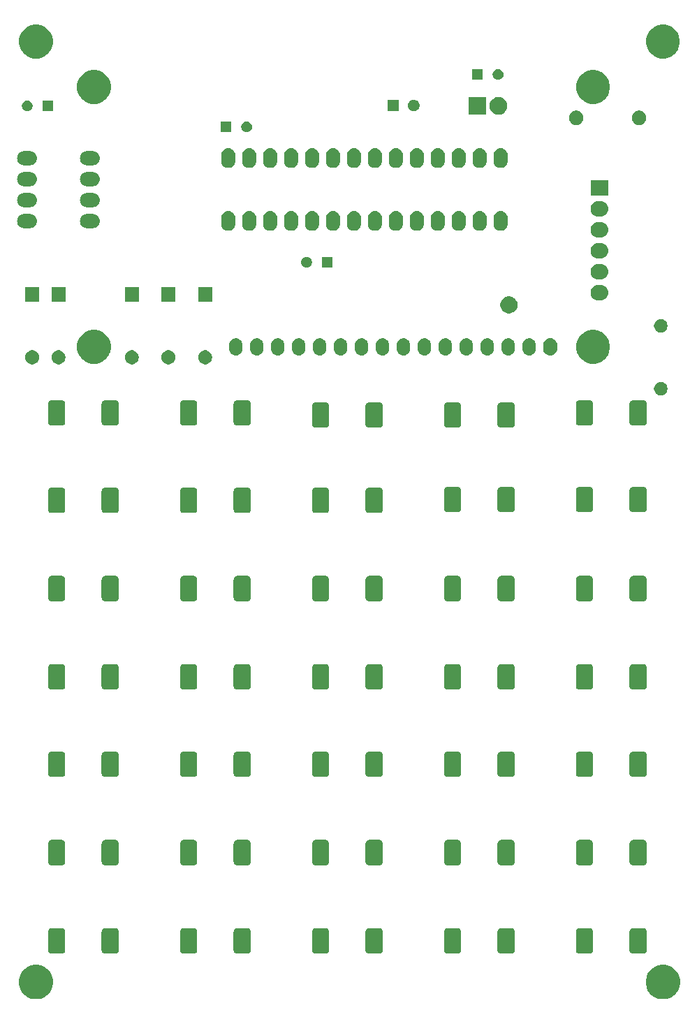
<source format=gbr>
G04 #@! TF.GenerationSoftware,KiCad,Pcbnew,(5.1.5)-3*
G04 #@! TF.CreationDate,2020-01-14T15:58:57+01:00*
G04 #@! TF.ProjectId,calculatrice,63616c63-756c-4617-9472-6963652e6b69,rev?*
G04 #@! TF.SameCoordinates,Original*
G04 #@! TF.FileFunction,Soldermask,Top*
G04 #@! TF.FilePolarity,Negative*
%FSLAX46Y46*%
G04 Gerber Fmt 4.6, Leading zero omitted, Abs format (unit mm)*
G04 Created by KiCad (PCBNEW (5.1.5)-3) date 2020-01-14 15:58:57*
%MOMM*%
%LPD*%
G04 APERTURE LIST*
%ADD10C,0.100000*%
G04 APERTURE END LIST*
D10*
G36*
X79607589Y-114997048D02*
G01*
X79986671Y-115154069D01*
X80327835Y-115382028D01*
X80617972Y-115672165D01*
X80845931Y-116013329D01*
X81002952Y-116392411D01*
X81083000Y-116794842D01*
X81083000Y-117205158D01*
X81002952Y-117607589D01*
X80845931Y-117986671D01*
X80617972Y-118327835D01*
X80327835Y-118617972D01*
X79986671Y-118845931D01*
X79607589Y-119002952D01*
X79205159Y-119083000D01*
X78794841Y-119083000D01*
X78392411Y-119002952D01*
X78013329Y-118845931D01*
X77672165Y-118617972D01*
X77382028Y-118327835D01*
X77154069Y-117986671D01*
X76997048Y-117607589D01*
X76917000Y-117205158D01*
X76917000Y-116794842D01*
X76997048Y-116392411D01*
X77154069Y-116013329D01*
X77382028Y-115672165D01*
X77672165Y-115382028D01*
X78013329Y-115154069D01*
X78392411Y-114997048D01*
X78794841Y-114917000D01*
X79205159Y-114917000D01*
X79607589Y-114997048D01*
G37*
G36*
X3607589Y-114997048D02*
G01*
X3986671Y-115154069D01*
X4327835Y-115382028D01*
X4617972Y-115672165D01*
X4845931Y-116013329D01*
X5002952Y-116392411D01*
X5083000Y-116794842D01*
X5083000Y-117205158D01*
X5002952Y-117607589D01*
X4845931Y-117986671D01*
X4617972Y-118327835D01*
X4327835Y-118617972D01*
X3986671Y-118845931D01*
X3607589Y-119002952D01*
X3205159Y-119083000D01*
X2794841Y-119083000D01*
X2392411Y-119002952D01*
X2013329Y-118845931D01*
X1672165Y-118617972D01*
X1382028Y-118327835D01*
X1154069Y-117986671D01*
X997048Y-117607589D01*
X917000Y-117205158D01*
X917000Y-116794842D01*
X997048Y-116392411D01*
X1154069Y-116013329D01*
X1382028Y-115672165D01*
X1672165Y-115382028D01*
X2013329Y-115154069D01*
X2392411Y-114997048D01*
X2794841Y-114917000D01*
X3205159Y-114917000D01*
X3607589Y-114997048D01*
G37*
G36*
X38178210Y-110458489D02*
G01*
X38264950Y-110484802D01*
X38344889Y-110527530D01*
X38414962Y-110585038D01*
X38472470Y-110655111D01*
X38515198Y-110735050D01*
X38541511Y-110821790D01*
X38551000Y-110918140D01*
X38551000Y-113081860D01*
X38541511Y-113178210D01*
X38515198Y-113264950D01*
X38472470Y-113344889D01*
X38414962Y-113414962D01*
X38344889Y-113472470D01*
X38264950Y-113515198D01*
X38178210Y-113541511D01*
X38081860Y-113551000D01*
X36918140Y-113551000D01*
X36821790Y-113541511D01*
X36735050Y-113515198D01*
X36655111Y-113472470D01*
X36585038Y-113414962D01*
X36527530Y-113344889D01*
X36484802Y-113264950D01*
X36458489Y-113178210D01*
X36449000Y-113081860D01*
X36449000Y-110918140D01*
X36458489Y-110821790D01*
X36484802Y-110735050D01*
X36527530Y-110655111D01*
X36585038Y-110585038D01*
X36655111Y-110527530D01*
X36735050Y-110484802D01*
X36821790Y-110458489D01*
X36918140Y-110449000D01*
X38081860Y-110449000D01*
X38178210Y-110458489D01*
G37*
G36*
X70178210Y-110458489D02*
G01*
X70264950Y-110484802D01*
X70344889Y-110527530D01*
X70414962Y-110585038D01*
X70472470Y-110655111D01*
X70515198Y-110735050D01*
X70541511Y-110821790D01*
X70551000Y-110918140D01*
X70551000Y-113081860D01*
X70541511Y-113178210D01*
X70515198Y-113264950D01*
X70472470Y-113344889D01*
X70414962Y-113414962D01*
X70344889Y-113472470D01*
X70264950Y-113515198D01*
X70178210Y-113541511D01*
X70081860Y-113551000D01*
X68918140Y-113551000D01*
X68821790Y-113541511D01*
X68735050Y-113515198D01*
X68655111Y-113472470D01*
X68585038Y-113414962D01*
X68527530Y-113344889D01*
X68484802Y-113264950D01*
X68458489Y-113178210D01*
X68449000Y-113081860D01*
X68449000Y-110918140D01*
X68458489Y-110821790D01*
X68484802Y-110735050D01*
X68527530Y-110655111D01*
X68585038Y-110585038D01*
X68655111Y-110527530D01*
X68735050Y-110484802D01*
X68821790Y-110458489D01*
X68918140Y-110449000D01*
X70081860Y-110449000D01*
X70178210Y-110458489D01*
G37*
G36*
X60678210Y-110458489D02*
G01*
X60764950Y-110484802D01*
X60844889Y-110527530D01*
X60914962Y-110585038D01*
X60972470Y-110655111D01*
X61015198Y-110735050D01*
X61041511Y-110821790D01*
X61051000Y-110918140D01*
X61051000Y-113081860D01*
X61041511Y-113178210D01*
X61015198Y-113264950D01*
X60972470Y-113344889D01*
X60914962Y-113414962D01*
X60844889Y-113472470D01*
X60764950Y-113515198D01*
X60678210Y-113541511D01*
X60581860Y-113551000D01*
X59418140Y-113551000D01*
X59321790Y-113541511D01*
X59235050Y-113515198D01*
X59155111Y-113472470D01*
X59085038Y-113414962D01*
X59027530Y-113344889D01*
X58984802Y-113264950D01*
X58958489Y-113178210D01*
X58949000Y-113081860D01*
X58949000Y-110918140D01*
X58958489Y-110821790D01*
X58984802Y-110735050D01*
X59027530Y-110655111D01*
X59085038Y-110585038D01*
X59155111Y-110527530D01*
X59235050Y-110484802D01*
X59321790Y-110458489D01*
X59418140Y-110449000D01*
X60581860Y-110449000D01*
X60678210Y-110458489D01*
G37*
G36*
X44678210Y-110458489D02*
G01*
X44764950Y-110484802D01*
X44844889Y-110527530D01*
X44914962Y-110585038D01*
X44972470Y-110655111D01*
X45015198Y-110735050D01*
X45041511Y-110821790D01*
X45051000Y-110918140D01*
X45051000Y-113081860D01*
X45041511Y-113178210D01*
X45015198Y-113264950D01*
X44972470Y-113344889D01*
X44914962Y-113414962D01*
X44844889Y-113472470D01*
X44764950Y-113515198D01*
X44678210Y-113541511D01*
X44581860Y-113551000D01*
X43418140Y-113551000D01*
X43321790Y-113541511D01*
X43235050Y-113515198D01*
X43155111Y-113472470D01*
X43085038Y-113414962D01*
X43027530Y-113344889D01*
X42984802Y-113264950D01*
X42958489Y-113178210D01*
X42949000Y-113081860D01*
X42949000Y-110918140D01*
X42958489Y-110821790D01*
X42984802Y-110735050D01*
X43027530Y-110655111D01*
X43085038Y-110585038D01*
X43155111Y-110527530D01*
X43235050Y-110484802D01*
X43321790Y-110458489D01*
X43418140Y-110449000D01*
X44581860Y-110449000D01*
X44678210Y-110458489D01*
G37*
G36*
X22178210Y-110458489D02*
G01*
X22264950Y-110484802D01*
X22344889Y-110527530D01*
X22414962Y-110585038D01*
X22472470Y-110655111D01*
X22515198Y-110735050D01*
X22541511Y-110821790D01*
X22551000Y-110918140D01*
X22551000Y-113081860D01*
X22541511Y-113178210D01*
X22515198Y-113264950D01*
X22472470Y-113344889D01*
X22414962Y-113414962D01*
X22344889Y-113472470D01*
X22264950Y-113515198D01*
X22178210Y-113541511D01*
X22081860Y-113551000D01*
X20918140Y-113551000D01*
X20821790Y-113541511D01*
X20735050Y-113515198D01*
X20655111Y-113472470D01*
X20585038Y-113414962D01*
X20527530Y-113344889D01*
X20484802Y-113264950D01*
X20458489Y-113178210D01*
X20449000Y-113081860D01*
X20449000Y-110918140D01*
X20458489Y-110821790D01*
X20484802Y-110735050D01*
X20527530Y-110655111D01*
X20585038Y-110585038D01*
X20655111Y-110527530D01*
X20735050Y-110484802D01*
X20821790Y-110458489D01*
X20918140Y-110449000D01*
X22081860Y-110449000D01*
X22178210Y-110458489D01*
G37*
G36*
X28678210Y-110458489D02*
G01*
X28764950Y-110484802D01*
X28844889Y-110527530D01*
X28914962Y-110585038D01*
X28972470Y-110655111D01*
X29015198Y-110735050D01*
X29041511Y-110821790D01*
X29051000Y-110918140D01*
X29051000Y-113081860D01*
X29041511Y-113178210D01*
X29015198Y-113264950D01*
X28972470Y-113344889D01*
X28914962Y-113414962D01*
X28844889Y-113472470D01*
X28764950Y-113515198D01*
X28678210Y-113541511D01*
X28581860Y-113551000D01*
X27418140Y-113551000D01*
X27321790Y-113541511D01*
X27235050Y-113515198D01*
X27155111Y-113472470D01*
X27085038Y-113414962D01*
X27027530Y-113344889D01*
X26984802Y-113264950D01*
X26958489Y-113178210D01*
X26949000Y-113081860D01*
X26949000Y-110918140D01*
X26958489Y-110821790D01*
X26984802Y-110735050D01*
X27027530Y-110655111D01*
X27085038Y-110585038D01*
X27155111Y-110527530D01*
X27235050Y-110484802D01*
X27321790Y-110458489D01*
X27418140Y-110449000D01*
X28581860Y-110449000D01*
X28678210Y-110458489D01*
G37*
G36*
X12678210Y-110458489D02*
G01*
X12764950Y-110484802D01*
X12844889Y-110527530D01*
X12914962Y-110585038D01*
X12972470Y-110655111D01*
X13015198Y-110735050D01*
X13041511Y-110821790D01*
X13051000Y-110918140D01*
X13051000Y-113081860D01*
X13041511Y-113178210D01*
X13015198Y-113264950D01*
X12972470Y-113344889D01*
X12914962Y-113414962D01*
X12844889Y-113472470D01*
X12764950Y-113515198D01*
X12678210Y-113541511D01*
X12581860Y-113551000D01*
X11418140Y-113551000D01*
X11321790Y-113541511D01*
X11235050Y-113515198D01*
X11155111Y-113472470D01*
X11085038Y-113414962D01*
X11027530Y-113344889D01*
X10984802Y-113264950D01*
X10958489Y-113178210D01*
X10949000Y-113081860D01*
X10949000Y-110918140D01*
X10958489Y-110821790D01*
X10984802Y-110735050D01*
X11027530Y-110655111D01*
X11085038Y-110585038D01*
X11155111Y-110527530D01*
X11235050Y-110484802D01*
X11321790Y-110458489D01*
X11418140Y-110449000D01*
X12581860Y-110449000D01*
X12678210Y-110458489D01*
G37*
G36*
X6178210Y-110458489D02*
G01*
X6264950Y-110484802D01*
X6344889Y-110527530D01*
X6414962Y-110585038D01*
X6472470Y-110655111D01*
X6515198Y-110735050D01*
X6541511Y-110821790D01*
X6551000Y-110918140D01*
X6551000Y-113081860D01*
X6541511Y-113178210D01*
X6515198Y-113264950D01*
X6472470Y-113344889D01*
X6414962Y-113414962D01*
X6344889Y-113472470D01*
X6264950Y-113515198D01*
X6178210Y-113541511D01*
X6081860Y-113551000D01*
X4918140Y-113551000D01*
X4821790Y-113541511D01*
X4735050Y-113515198D01*
X4655111Y-113472470D01*
X4585038Y-113414962D01*
X4527530Y-113344889D01*
X4484802Y-113264950D01*
X4458489Y-113178210D01*
X4449000Y-113081860D01*
X4449000Y-110918140D01*
X4458489Y-110821790D01*
X4484802Y-110735050D01*
X4527530Y-110655111D01*
X4585038Y-110585038D01*
X4655111Y-110527530D01*
X4735050Y-110484802D01*
X4821790Y-110458489D01*
X4918140Y-110449000D01*
X6081860Y-110449000D01*
X6178210Y-110458489D01*
G37*
G36*
X76678210Y-110458489D02*
G01*
X76764950Y-110484802D01*
X76844889Y-110527530D01*
X76914962Y-110585038D01*
X76972470Y-110655111D01*
X77015198Y-110735050D01*
X77041511Y-110821790D01*
X77051000Y-110918140D01*
X77051000Y-113081860D01*
X77041511Y-113178210D01*
X77015198Y-113264950D01*
X76972470Y-113344889D01*
X76914962Y-113414962D01*
X76844889Y-113472470D01*
X76764950Y-113515198D01*
X76678210Y-113541511D01*
X76581860Y-113551000D01*
X75418140Y-113551000D01*
X75321790Y-113541511D01*
X75235050Y-113515198D01*
X75155111Y-113472470D01*
X75085038Y-113414962D01*
X75027530Y-113344889D01*
X74984802Y-113264950D01*
X74958489Y-113178210D01*
X74949000Y-113081860D01*
X74949000Y-110918140D01*
X74958489Y-110821790D01*
X74984802Y-110735050D01*
X75027530Y-110655111D01*
X75085038Y-110585038D01*
X75155111Y-110527530D01*
X75235050Y-110484802D01*
X75321790Y-110458489D01*
X75418140Y-110449000D01*
X76581860Y-110449000D01*
X76678210Y-110458489D01*
G37*
G36*
X54178210Y-110458489D02*
G01*
X54264950Y-110484802D01*
X54344889Y-110527530D01*
X54414962Y-110585038D01*
X54472470Y-110655111D01*
X54515198Y-110735050D01*
X54541511Y-110821790D01*
X54551000Y-110918140D01*
X54551000Y-113081860D01*
X54541511Y-113178210D01*
X54515198Y-113264950D01*
X54472470Y-113344889D01*
X54414962Y-113414962D01*
X54344889Y-113472470D01*
X54264950Y-113515198D01*
X54178210Y-113541511D01*
X54081860Y-113551000D01*
X52918140Y-113551000D01*
X52821790Y-113541511D01*
X52735050Y-113515198D01*
X52655111Y-113472470D01*
X52585038Y-113414962D01*
X52527530Y-113344889D01*
X52484802Y-113264950D01*
X52458489Y-113178210D01*
X52449000Y-113081860D01*
X52449000Y-110918140D01*
X52458489Y-110821790D01*
X52484802Y-110735050D01*
X52527530Y-110655111D01*
X52585038Y-110585038D01*
X52655111Y-110527530D01*
X52735050Y-110484802D01*
X52821790Y-110458489D01*
X52918140Y-110449000D01*
X54081860Y-110449000D01*
X54178210Y-110458489D01*
G37*
G36*
X22178210Y-99758489D02*
G01*
X22264950Y-99784802D01*
X22344889Y-99827530D01*
X22414962Y-99885038D01*
X22472470Y-99955111D01*
X22515198Y-100035050D01*
X22541511Y-100121790D01*
X22551000Y-100218140D01*
X22551000Y-102381860D01*
X22541511Y-102478210D01*
X22515198Y-102564950D01*
X22472470Y-102644889D01*
X22414962Y-102714962D01*
X22344889Y-102772470D01*
X22264950Y-102815198D01*
X22178210Y-102841511D01*
X22081860Y-102851000D01*
X20918140Y-102851000D01*
X20821790Y-102841511D01*
X20735050Y-102815198D01*
X20655111Y-102772470D01*
X20585038Y-102714962D01*
X20527530Y-102644889D01*
X20484802Y-102564950D01*
X20458489Y-102478210D01*
X20449000Y-102381860D01*
X20449000Y-100218140D01*
X20458489Y-100121790D01*
X20484802Y-100035050D01*
X20527530Y-99955111D01*
X20585038Y-99885038D01*
X20655111Y-99827530D01*
X20735050Y-99784802D01*
X20821790Y-99758489D01*
X20918140Y-99749000D01*
X22081860Y-99749000D01*
X22178210Y-99758489D01*
G37*
G36*
X6178210Y-99758489D02*
G01*
X6264950Y-99784802D01*
X6344889Y-99827530D01*
X6414962Y-99885038D01*
X6472470Y-99955111D01*
X6515198Y-100035050D01*
X6541511Y-100121790D01*
X6551000Y-100218140D01*
X6551000Y-102381860D01*
X6541511Y-102478210D01*
X6515198Y-102564950D01*
X6472470Y-102644889D01*
X6414962Y-102714962D01*
X6344889Y-102772470D01*
X6264950Y-102815198D01*
X6178210Y-102841511D01*
X6081860Y-102851000D01*
X4918140Y-102851000D01*
X4821790Y-102841511D01*
X4735050Y-102815198D01*
X4655111Y-102772470D01*
X4585038Y-102714962D01*
X4527530Y-102644889D01*
X4484802Y-102564950D01*
X4458489Y-102478210D01*
X4449000Y-102381860D01*
X4449000Y-100218140D01*
X4458489Y-100121790D01*
X4484802Y-100035050D01*
X4527530Y-99955111D01*
X4585038Y-99885038D01*
X4655111Y-99827530D01*
X4735050Y-99784802D01*
X4821790Y-99758489D01*
X4918140Y-99749000D01*
X6081860Y-99749000D01*
X6178210Y-99758489D01*
G37*
G36*
X12678210Y-99758489D02*
G01*
X12764950Y-99784802D01*
X12844889Y-99827530D01*
X12914962Y-99885038D01*
X12972470Y-99955111D01*
X13015198Y-100035050D01*
X13041511Y-100121790D01*
X13051000Y-100218140D01*
X13051000Y-102381860D01*
X13041511Y-102478210D01*
X13015198Y-102564950D01*
X12972470Y-102644889D01*
X12914962Y-102714962D01*
X12844889Y-102772470D01*
X12764950Y-102815198D01*
X12678210Y-102841511D01*
X12581860Y-102851000D01*
X11418140Y-102851000D01*
X11321790Y-102841511D01*
X11235050Y-102815198D01*
X11155111Y-102772470D01*
X11085038Y-102714962D01*
X11027530Y-102644889D01*
X10984802Y-102564950D01*
X10958489Y-102478210D01*
X10949000Y-102381860D01*
X10949000Y-100218140D01*
X10958489Y-100121790D01*
X10984802Y-100035050D01*
X11027530Y-99955111D01*
X11085038Y-99885038D01*
X11155111Y-99827530D01*
X11235050Y-99784802D01*
X11321790Y-99758489D01*
X11418140Y-99749000D01*
X12581860Y-99749000D01*
X12678210Y-99758489D01*
G37*
G36*
X38178210Y-99758489D02*
G01*
X38264950Y-99784802D01*
X38344889Y-99827530D01*
X38414962Y-99885038D01*
X38472470Y-99955111D01*
X38515198Y-100035050D01*
X38541511Y-100121790D01*
X38551000Y-100218140D01*
X38551000Y-102381860D01*
X38541511Y-102478210D01*
X38515198Y-102564950D01*
X38472470Y-102644889D01*
X38414962Y-102714962D01*
X38344889Y-102772470D01*
X38264950Y-102815198D01*
X38178210Y-102841511D01*
X38081860Y-102851000D01*
X36918140Y-102851000D01*
X36821790Y-102841511D01*
X36735050Y-102815198D01*
X36655111Y-102772470D01*
X36585038Y-102714962D01*
X36527530Y-102644889D01*
X36484802Y-102564950D01*
X36458489Y-102478210D01*
X36449000Y-102381860D01*
X36449000Y-100218140D01*
X36458489Y-100121790D01*
X36484802Y-100035050D01*
X36527530Y-99955111D01*
X36585038Y-99885038D01*
X36655111Y-99827530D01*
X36735050Y-99784802D01*
X36821790Y-99758489D01*
X36918140Y-99749000D01*
X38081860Y-99749000D01*
X38178210Y-99758489D01*
G37*
G36*
X44678210Y-99758489D02*
G01*
X44764950Y-99784802D01*
X44844889Y-99827530D01*
X44914962Y-99885038D01*
X44972470Y-99955111D01*
X45015198Y-100035050D01*
X45041511Y-100121790D01*
X45051000Y-100218140D01*
X45051000Y-102381860D01*
X45041511Y-102478210D01*
X45015198Y-102564950D01*
X44972470Y-102644889D01*
X44914962Y-102714962D01*
X44844889Y-102772470D01*
X44764950Y-102815198D01*
X44678210Y-102841511D01*
X44581860Y-102851000D01*
X43418140Y-102851000D01*
X43321790Y-102841511D01*
X43235050Y-102815198D01*
X43155111Y-102772470D01*
X43085038Y-102714962D01*
X43027530Y-102644889D01*
X42984802Y-102564950D01*
X42958489Y-102478210D01*
X42949000Y-102381860D01*
X42949000Y-100218140D01*
X42958489Y-100121790D01*
X42984802Y-100035050D01*
X43027530Y-99955111D01*
X43085038Y-99885038D01*
X43155111Y-99827530D01*
X43235050Y-99784802D01*
X43321790Y-99758489D01*
X43418140Y-99749000D01*
X44581860Y-99749000D01*
X44678210Y-99758489D01*
G37*
G36*
X28678210Y-99758489D02*
G01*
X28764950Y-99784802D01*
X28844889Y-99827530D01*
X28914962Y-99885038D01*
X28972470Y-99955111D01*
X29015198Y-100035050D01*
X29041511Y-100121790D01*
X29051000Y-100218140D01*
X29051000Y-102381860D01*
X29041511Y-102478210D01*
X29015198Y-102564950D01*
X28972470Y-102644889D01*
X28914962Y-102714962D01*
X28844889Y-102772470D01*
X28764950Y-102815198D01*
X28678210Y-102841511D01*
X28581860Y-102851000D01*
X27418140Y-102851000D01*
X27321790Y-102841511D01*
X27235050Y-102815198D01*
X27155111Y-102772470D01*
X27085038Y-102714962D01*
X27027530Y-102644889D01*
X26984802Y-102564950D01*
X26958489Y-102478210D01*
X26949000Y-102381860D01*
X26949000Y-100218140D01*
X26958489Y-100121790D01*
X26984802Y-100035050D01*
X27027530Y-99955111D01*
X27085038Y-99885038D01*
X27155111Y-99827530D01*
X27235050Y-99784802D01*
X27321790Y-99758489D01*
X27418140Y-99749000D01*
X28581860Y-99749000D01*
X28678210Y-99758489D01*
G37*
G36*
X54178210Y-99758489D02*
G01*
X54264950Y-99784802D01*
X54344889Y-99827530D01*
X54414962Y-99885038D01*
X54472470Y-99955111D01*
X54515198Y-100035050D01*
X54541511Y-100121790D01*
X54551000Y-100218140D01*
X54551000Y-102381860D01*
X54541511Y-102478210D01*
X54515198Y-102564950D01*
X54472470Y-102644889D01*
X54414962Y-102714962D01*
X54344889Y-102772470D01*
X54264950Y-102815198D01*
X54178210Y-102841511D01*
X54081860Y-102851000D01*
X52918140Y-102851000D01*
X52821790Y-102841511D01*
X52735050Y-102815198D01*
X52655111Y-102772470D01*
X52585038Y-102714962D01*
X52527530Y-102644889D01*
X52484802Y-102564950D01*
X52458489Y-102478210D01*
X52449000Y-102381860D01*
X52449000Y-100218140D01*
X52458489Y-100121790D01*
X52484802Y-100035050D01*
X52527530Y-99955111D01*
X52585038Y-99885038D01*
X52655111Y-99827530D01*
X52735050Y-99784802D01*
X52821790Y-99758489D01*
X52918140Y-99749000D01*
X54081860Y-99749000D01*
X54178210Y-99758489D01*
G37*
G36*
X60678210Y-99758489D02*
G01*
X60764950Y-99784802D01*
X60844889Y-99827530D01*
X60914962Y-99885038D01*
X60972470Y-99955111D01*
X61015198Y-100035050D01*
X61041511Y-100121790D01*
X61051000Y-100218140D01*
X61051000Y-102381860D01*
X61041511Y-102478210D01*
X61015198Y-102564950D01*
X60972470Y-102644889D01*
X60914962Y-102714962D01*
X60844889Y-102772470D01*
X60764950Y-102815198D01*
X60678210Y-102841511D01*
X60581860Y-102851000D01*
X59418140Y-102851000D01*
X59321790Y-102841511D01*
X59235050Y-102815198D01*
X59155111Y-102772470D01*
X59085038Y-102714962D01*
X59027530Y-102644889D01*
X58984802Y-102564950D01*
X58958489Y-102478210D01*
X58949000Y-102381860D01*
X58949000Y-100218140D01*
X58958489Y-100121790D01*
X58984802Y-100035050D01*
X59027530Y-99955111D01*
X59085038Y-99885038D01*
X59155111Y-99827530D01*
X59235050Y-99784802D01*
X59321790Y-99758489D01*
X59418140Y-99749000D01*
X60581860Y-99749000D01*
X60678210Y-99758489D01*
G37*
G36*
X70178210Y-99758489D02*
G01*
X70264950Y-99784802D01*
X70344889Y-99827530D01*
X70414962Y-99885038D01*
X70472470Y-99955111D01*
X70515198Y-100035050D01*
X70541511Y-100121790D01*
X70551000Y-100218140D01*
X70551000Y-102381860D01*
X70541511Y-102478210D01*
X70515198Y-102564950D01*
X70472470Y-102644889D01*
X70414962Y-102714962D01*
X70344889Y-102772470D01*
X70264950Y-102815198D01*
X70178210Y-102841511D01*
X70081860Y-102851000D01*
X68918140Y-102851000D01*
X68821790Y-102841511D01*
X68735050Y-102815198D01*
X68655111Y-102772470D01*
X68585038Y-102714962D01*
X68527530Y-102644889D01*
X68484802Y-102564950D01*
X68458489Y-102478210D01*
X68449000Y-102381860D01*
X68449000Y-100218140D01*
X68458489Y-100121790D01*
X68484802Y-100035050D01*
X68527530Y-99955111D01*
X68585038Y-99885038D01*
X68655111Y-99827530D01*
X68735050Y-99784802D01*
X68821790Y-99758489D01*
X68918140Y-99749000D01*
X70081860Y-99749000D01*
X70178210Y-99758489D01*
G37*
G36*
X76678210Y-99758489D02*
G01*
X76764950Y-99784802D01*
X76844889Y-99827530D01*
X76914962Y-99885038D01*
X76972470Y-99955111D01*
X77015198Y-100035050D01*
X77041511Y-100121790D01*
X77051000Y-100218140D01*
X77051000Y-102381860D01*
X77041511Y-102478210D01*
X77015198Y-102564950D01*
X76972470Y-102644889D01*
X76914962Y-102714962D01*
X76844889Y-102772470D01*
X76764950Y-102815198D01*
X76678210Y-102841511D01*
X76581860Y-102851000D01*
X75418140Y-102851000D01*
X75321790Y-102841511D01*
X75235050Y-102815198D01*
X75155111Y-102772470D01*
X75085038Y-102714962D01*
X75027530Y-102644889D01*
X74984802Y-102564950D01*
X74958489Y-102478210D01*
X74949000Y-102381860D01*
X74949000Y-100218140D01*
X74958489Y-100121790D01*
X74984802Y-100035050D01*
X75027530Y-99955111D01*
X75085038Y-99885038D01*
X75155111Y-99827530D01*
X75235050Y-99784802D01*
X75321790Y-99758489D01*
X75418140Y-99749000D01*
X76581860Y-99749000D01*
X76678210Y-99758489D01*
G37*
G36*
X70178210Y-89058489D02*
G01*
X70264950Y-89084802D01*
X70344889Y-89127530D01*
X70414962Y-89185038D01*
X70472470Y-89255111D01*
X70515198Y-89335050D01*
X70541511Y-89421790D01*
X70551000Y-89518140D01*
X70551000Y-91681860D01*
X70541511Y-91778210D01*
X70515198Y-91864950D01*
X70472470Y-91944889D01*
X70414962Y-92014962D01*
X70344889Y-92072470D01*
X70264950Y-92115198D01*
X70178210Y-92141511D01*
X70081860Y-92151000D01*
X68918140Y-92151000D01*
X68821790Y-92141511D01*
X68735050Y-92115198D01*
X68655111Y-92072470D01*
X68585038Y-92014962D01*
X68527530Y-91944889D01*
X68484802Y-91864950D01*
X68458489Y-91778210D01*
X68449000Y-91681860D01*
X68449000Y-89518140D01*
X68458489Y-89421790D01*
X68484802Y-89335050D01*
X68527530Y-89255111D01*
X68585038Y-89185038D01*
X68655111Y-89127530D01*
X68735050Y-89084802D01*
X68821790Y-89058489D01*
X68918140Y-89049000D01*
X70081860Y-89049000D01*
X70178210Y-89058489D01*
G37*
G36*
X76678210Y-89058489D02*
G01*
X76764950Y-89084802D01*
X76844889Y-89127530D01*
X76914962Y-89185038D01*
X76972470Y-89255111D01*
X77015198Y-89335050D01*
X77041511Y-89421790D01*
X77051000Y-89518140D01*
X77051000Y-91681860D01*
X77041511Y-91778210D01*
X77015198Y-91864950D01*
X76972470Y-91944889D01*
X76914962Y-92014962D01*
X76844889Y-92072470D01*
X76764950Y-92115198D01*
X76678210Y-92141511D01*
X76581860Y-92151000D01*
X75418140Y-92151000D01*
X75321790Y-92141511D01*
X75235050Y-92115198D01*
X75155111Y-92072470D01*
X75085038Y-92014962D01*
X75027530Y-91944889D01*
X74984802Y-91864950D01*
X74958489Y-91778210D01*
X74949000Y-91681860D01*
X74949000Y-89518140D01*
X74958489Y-89421790D01*
X74984802Y-89335050D01*
X75027530Y-89255111D01*
X75085038Y-89185038D01*
X75155111Y-89127530D01*
X75235050Y-89084802D01*
X75321790Y-89058489D01*
X75418140Y-89049000D01*
X76581860Y-89049000D01*
X76678210Y-89058489D01*
G37*
G36*
X60678210Y-89058489D02*
G01*
X60764950Y-89084802D01*
X60844889Y-89127530D01*
X60914962Y-89185038D01*
X60972470Y-89255111D01*
X61015198Y-89335050D01*
X61041511Y-89421790D01*
X61051000Y-89518140D01*
X61051000Y-91681860D01*
X61041511Y-91778210D01*
X61015198Y-91864950D01*
X60972470Y-91944889D01*
X60914962Y-92014962D01*
X60844889Y-92072470D01*
X60764950Y-92115198D01*
X60678210Y-92141511D01*
X60581860Y-92151000D01*
X59418140Y-92151000D01*
X59321790Y-92141511D01*
X59235050Y-92115198D01*
X59155111Y-92072470D01*
X59085038Y-92014962D01*
X59027530Y-91944889D01*
X58984802Y-91864950D01*
X58958489Y-91778210D01*
X58949000Y-91681860D01*
X58949000Y-89518140D01*
X58958489Y-89421790D01*
X58984802Y-89335050D01*
X59027530Y-89255111D01*
X59085038Y-89185038D01*
X59155111Y-89127530D01*
X59235050Y-89084802D01*
X59321790Y-89058489D01*
X59418140Y-89049000D01*
X60581860Y-89049000D01*
X60678210Y-89058489D01*
G37*
G36*
X54178210Y-89058489D02*
G01*
X54264950Y-89084802D01*
X54344889Y-89127530D01*
X54414962Y-89185038D01*
X54472470Y-89255111D01*
X54515198Y-89335050D01*
X54541511Y-89421790D01*
X54551000Y-89518140D01*
X54551000Y-91681860D01*
X54541511Y-91778210D01*
X54515198Y-91864950D01*
X54472470Y-91944889D01*
X54414962Y-92014962D01*
X54344889Y-92072470D01*
X54264950Y-92115198D01*
X54178210Y-92141511D01*
X54081860Y-92151000D01*
X52918140Y-92151000D01*
X52821790Y-92141511D01*
X52735050Y-92115198D01*
X52655111Y-92072470D01*
X52585038Y-92014962D01*
X52527530Y-91944889D01*
X52484802Y-91864950D01*
X52458489Y-91778210D01*
X52449000Y-91681860D01*
X52449000Y-89518140D01*
X52458489Y-89421790D01*
X52484802Y-89335050D01*
X52527530Y-89255111D01*
X52585038Y-89185038D01*
X52655111Y-89127530D01*
X52735050Y-89084802D01*
X52821790Y-89058489D01*
X52918140Y-89049000D01*
X54081860Y-89049000D01*
X54178210Y-89058489D01*
G37*
G36*
X38178210Y-89058489D02*
G01*
X38264950Y-89084802D01*
X38344889Y-89127530D01*
X38414962Y-89185038D01*
X38472470Y-89255111D01*
X38515198Y-89335050D01*
X38541511Y-89421790D01*
X38551000Y-89518140D01*
X38551000Y-91681860D01*
X38541511Y-91778210D01*
X38515198Y-91864950D01*
X38472470Y-91944889D01*
X38414962Y-92014962D01*
X38344889Y-92072470D01*
X38264950Y-92115198D01*
X38178210Y-92141511D01*
X38081860Y-92151000D01*
X36918140Y-92151000D01*
X36821790Y-92141511D01*
X36735050Y-92115198D01*
X36655111Y-92072470D01*
X36585038Y-92014962D01*
X36527530Y-91944889D01*
X36484802Y-91864950D01*
X36458489Y-91778210D01*
X36449000Y-91681860D01*
X36449000Y-89518140D01*
X36458489Y-89421790D01*
X36484802Y-89335050D01*
X36527530Y-89255111D01*
X36585038Y-89185038D01*
X36655111Y-89127530D01*
X36735050Y-89084802D01*
X36821790Y-89058489D01*
X36918140Y-89049000D01*
X38081860Y-89049000D01*
X38178210Y-89058489D01*
G37*
G36*
X22178210Y-89058489D02*
G01*
X22264950Y-89084802D01*
X22344889Y-89127530D01*
X22414962Y-89185038D01*
X22472470Y-89255111D01*
X22515198Y-89335050D01*
X22541511Y-89421790D01*
X22551000Y-89518140D01*
X22551000Y-91681860D01*
X22541511Y-91778210D01*
X22515198Y-91864950D01*
X22472470Y-91944889D01*
X22414962Y-92014962D01*
X22344889Y-92072470D01*
X22264950Y-92115198D01*
X22178210Y-92141511D01*
X22081860Y-92151000D01*
X20918140Y-92151000D01*
X20821790Y-92141511D01*
X20735050Y-92115198D01*
X20655111Y-92072470D01*
X20585038Y-92014962D01*
X20527530Y-91944889D01*
X20484802Y-91864950D01*
X20458489Y-91778210D01*
X20449000Y-91681860D01*
X20449000Y-89518140D01*
X20458489Y-89421790D01*
X20484802Y-89335050D01*
X20527530Y-89255111D01*
X20585038Y-89185038D01*
X20655111Y-89127530D01*
X20735050Y-89084802D01*
X20821790Y-89058489D01*
X20918140Y-89049000D01*
X22081860Y-89049000D01*
X22178210Y-89058489D01*
G37*
G36*
X44678210Y-89058489D02*
G01*
X44764950Y-89084802D01*
X44844889Y-89127530D01*
X44914962Y-89185038D01*
X44972470Y-89255111D01*
X45015198Y-89335050D01*
X45041511Y-89421790D01*
X45051000Y-89518140D01*
X45051000Y-91681860D01*
X45041511Y-91778210D01*
X45015198Y-91864950D01*
X44972470Y-91944889D01*
X44914962Y-92014962D01*
X44844889Y-92072470D01*
X44764950Y-92115198D01*
X44678210Y-92141511D01*
X44581860Y-92151000D01*
X43418140Y-92151000D01*
X43321790Y-92141511D01*
X43235050Y-92115198D01*
X43155111Y-92072470D01*
X43085038Y-92014962D01*
X43027530Y-91944889D01*
X42984802Y-91864950D01*
X42958489Y-91778210D01*
X42949000Y-91681860D01*
X42949000Y-89518140D01*
X42958489Y-89421790D01*
X42984802Y-89335050D01*
X43027530Y-89255111D01*
X43085038Y-89185038D01*
X43155111Y-89127530D01*
X43235050Y-89084802D01*
X43321790Y-89058489D01*
X43418140Y-89049000D01*
X44581860Y-89049000D01*
X44678210Y-89058489D01*
G37*
G36*
X6178210Y-89058489D02*
G01*
X6264950Y-89084802D01*
X6344889Y-89127530D01*
X6414962Y-89185038D01*
X6472470Y-89255111D01*
X6515198Y-89335050D01*
X6541511Y-89421790D01*
X6551000Y-89518140D01*
X6551000Y-91681860D01*
X6541511Y-91778210D01*
X6515198Y-91864950D01*
X6472470Y-91944889D01*
X6414962Y-92014962D01*
X6344889Y-92072470D01*
X6264950Y-92115198D01*
X6178210Y-92141511D01*
X6081860Y-92151000D01*
X4918140Y-92151000D01*
X4821790Y-92141511D01*
X4735050Y-92115198D01*
X4655111Y-92072470D01*
X4585038Y-92014962D01*
X4527530Y-91944889D01*
X4484802Y-91864950D01*
X4458489Y-91778210D01*
X4449000Y-91681860D01*
X4449000Y-89518140D01*
X4458489Y-89421790D01*
X4484802Y-89335050D01*
X4527530Y-89255111D01*
X4585038Y-89185038D01*
X4655111Y-89127530D01*
X4735050Y-89084802D01*
X4821790Y-89058489D01*
X4918140Y-89049000D01*
X6081860Y-89049000D01*
X6178210Y-89058489D01*
G37*
G36*
X12678210Y-89058489D02*
G01*
X12764950Y-89084802D01*
X12844889Y-89127530D01*
X12914962Y-89185038D01*
X12972470Y-89255111D01*
X13015198Y-89335050D01*
X13041511Y-89421790D01*
X13051000Y-89518140D01*
X13051000Y-91681860D01*
X13041511Y-91778210D01*
X13015198Y-91864950D01*
X12972470Y-91944889D01*
X12914962Y-92014962D01*
X12844889Y-92072470D01*
X12764950Y-92115198D01*
X12678210Y-92141511D01*
X12581860Y-92151000D01*
X11418140Y-92151000D01*
X11321790Y-92141511D01*
X11235050Y-92115198D01*
X11155111Y-92072470D01*
X11085038Y-92014962D01*
X11027530Y-91944889D01*
X10984802Y-91864950D01*
X10958489Y-91778210D01*
X10949000Y-91681860D01*
X10949000Y-89518140D01*
X10958489Y-89421790D01*
X10984802Y-89335050D01*
X11027530Y-89255111D01*
X11085038Y-89185038D01*
X11155111Y-89127530D01*
X11235050Y-89084802D01*
X11321790Y-89058489D01*
X11418140Y-89049000D01*
X12581860Y-89049000D01*
X12678210Y-89058489D01*
G37*
G36*
X28678210Y-89058489D02*
G01*
X28764950Y-89084802D01*
X28844889Y-89127530D01*
X28914962Y-89185038D01*
X28972470Y-89255111D01*
X29015198Y-89335050D01*
X29041511Y-89421790D01*
X29051000Y-89518140D01*
X29051000Y-91681860D01*
X29041511Y-91778210D01*
X29015198Y-91864950D01*
X28972470Y-91944889D01*
X28914962Y-92014962D01*
X28844889Y-92072470D01*
X28764950Y-92115198D01*
X28678210Y-92141511D01*
X28581860Y-92151000D01*
X27418140Y-92151000D01*
X27321790Y-92141511D01*
X27235050Y-92115198D01*
X27155111Y-92072470D01*
X27085038Y-92014962D01*
X27027530Y-91944889D01*
X26984802Y-91864950D01*
X26958489Y-91778210D01*
X26949000Y-91681860D01*
X26949000Y-89518140D01*
X26958489Y-89421790D01*
X26984802Y-89335050D01*
X27027530Y-89255111D01*
X27085038Y-89185038D01*
X27155111Y-89127530D01*
X27235050Y-89084802D01*
X27321790Y-89058489D01*
X27418140Y-89049000D01*
X28581860Y-89049000D01*
X28678210Y-89058489D01*
G37*
G36*
X60678210Y-78458489D02*
G01*
X60764950Y-78484802D01*
X60844889Y-78527530D01*
X60914962Y-78585038D01*
X60972470Y-78655111D01*
X61015198Y-78735050D01*
X61041511Y-78821790D01*
X61051000Y-78918140D01*
X61051000Y-81081860D01*
X61041511Y-81178210D01*
X61015198Y-81264950D01*
X60972470Y-81344889D01*
X60914962Y-81414962D01*
X60844889Y-81472470D01*
X60764950Y-81515198D01*
X60678210Y-81541511D01*
X60581860Y-81551000D01*
X59418140Y-81551000D01*
X59321790Y-81541511D01*
X59235050Y-81515198D01*
X59155111Y-81472470D01*
X59085038Y-81414962D01*
X59027530Y-81344889D01*
X58984802Y-81264950D01*
X58958489Y-81178210D01*
X58949000Y-81081860D01*
X58949000Y-78918140D01*
X58958489Y-78821790D01*
X58984802Y-78735050D01*
X59027530Y-78655111D01*
X59085038Y-78585038D01*
X59155111Y-78527530D01*
X59235050Y-78484802D01*
X59321790Y-78458489D01*
X59418140Y-78449000D01*
X60581860Y-78449000D01*
X60678210Y-78458489D01*
G37*
G36*
X22178210Y-78458489D02*
G01*
X22264950Y-78484802D01*
X22344889Y-78527530D01*
X22414962Y-78585038D01*
X22472470Y-78655111D01*
X22515198Y-78735050D01*
X22541511Y-78821790D01*
X22551000Y-78918140D01*
X22551000Y-81081860D01*
X22541511Y-81178210D01*
X22515198Y-81264950D01*
X22472470Y-81344889D01*
X22414962Y-81414962D01*
X22344889Y-81472470D01*
X22264950Y-81515198D01*
X22178210Y-81541511D01*
X22081860Y-81551000D01*
X20918140Y-81551000D01*
X20821790Y-81541511D01*
X20735050Y-81515198D01*
X20655111Y-81472470D01*
X20585038Y-81414962D01*
X20527530Y-81344889D01*
X20484802Y-81264950D01*
X20458489Y-81178210D01*
X20449000Y-81081860D01*
X20449000Y-78918140D01*
X20458489Y-78821790D01*
X20484802Y-78735050D01*
X20527530Y-78655111D01*
X20585038Y-78585038D01*
X20655111Y-78527530D01*
X20735050Y-78484802D01*
X20821790Y-78458489D01*
X20918140Y-78449000D01*
X22081860Y-78449000D01*
X22178210Y-78458489D01*
G37*
G36*
X28678210Y-78458489D02*
G01*
X28764950Y-78484802D01*
X28844889Y-78527530D01*
X28914962Y-78585038D01*
X28972470Y-78655111D01*
X29015198Y-78735050D01*
X29041511Y-78821790D01*
X29051000Y-78918140D01*
X29051000Y-81081860D01*
X29041511Y-81178210D01*
X29015198Y-81264950D01*
X28972470Y-81344889D01*
X28914962Y-81414962D01*
X28844889Y-81472470D01*
X28764950Y-81515198D01*
X28678210Y-81541511D01*
X28581860Y-81551000D01*
X27418140Y-81551000D01*
X27321790Y-81541511D01*
X27235050Y-81515198D01*
X27155111Y-81472470D01*
X27085038Y-81414962D01*
X27027530Y-81344889D01*
X26984802Y-81264950D01*
X26958489Y-81178210D01*
X26949000Y-81081860D01*
X26949000Y-78918140D01*
X26958489Y-78821790D01*
X26984802Y-78735050D01*
X27027530Y-78655111D01*
X27085038Y-78585038D01*
X27155111Y-78527530D01*
X27235050Y-78484802D01*
X27321790Y-78458489D01*
X27418140Y-78449000D01*
X28581860Y-78449000D01*
X28678210Y-78458489D01*
G37*
G36*
X38178210Y-78458489D02*
G01*
X38264950Y-78484802D01*
X38344889Y-78527530D01*
X38414962Y-78585038D01*
X38472470Y-78655111D01*
X38515198Y-78735050D01*
X38541511Y-78821790D01*
X38551000Y-78918140D01*
X38551000Y-81081860D01*
X38541511Y-81178210D01*
X38515198Y-81264950D01*
X38472470Y-81344889D01*
X38414962Y-81414962D01*
X38344889Y-81472470D01*
X38264950Y-81515198D01*
X38178210Y-81541511D01*
X38081860Y-81551000D01*
X36918140Y-81551000D01*
X36821790Y-81541511D01*
X36735050Y-81515198D01*
X36655111Y-81472470D01*
X36585038Y-81414962D01*
X36527530Y-81344889D01*
X36484802Y-81264950D01*
X36458489Y-81178210D01*
X36449000Y-81081860D01*
X36449000Y-78918140D01*
X36458489Y-78821790D01*
X36484802Y-78735050D01*
X36527530Y-78655111D01*
X36585038Y-78585038D01*
X36655111Y-78527530D01*
X36735050Y-78484802D01*
X36821790Y-78458489D01*
X36918140Y-78449000D01*
X38081860Y-78449000D01*
X38178210Y-78458489D01*
G37*
G36*
X54178210Y-78458489D02*
G01*
X54264950Y-78484802D01*
X54344889Y-78527530D01*
X54414962Y-78585038D01*
X54472470Y-78655111D01*
X54515198Y-78735050D01*
X54541511Y-78821790D01*
X54551000Y-78918140D01*
X54551000Y-81081860D01*
X54541511Y-81178210D01*
X54515198Y-81264950D01*
X54472470Y-81344889D01*
X54414962Y-81414962D01*
X54344889Y-81472470D01*
X54264950Y-81515198D01*
X54178210Y-81541511D01*
X54081860Y-81551000D01*
X52918140Y-81551000D01*
X52821790Y-81541511D01*
X52735050Y-81515198D01*
X52655111Y-81472470D01*
X52585038Y-81414962D01*
X52527530Y-81344889D01*
X52484802Y-81264950D01*
X52458489Y-81178210D01*
X52449000Y-81081860D01*
X52449000Y-78918140D01*
X52458489Y-78821790D01*
X52484802Y-78735050D01*
X52527530Y-78655111D01*
X52585038Y-78585038D01*
X52655111Y-78527530D01*
X52735050Y-78484802D01*
X52821790Y-78458489D01*
X52918140Y-78449000D01*
X54081860Y-78449000D01*
X54178210Y-78458489D01*
G37*
G36*
X6178210Y-78458489D02*
G01*
X6264950Y-78484802D01*
X6344889Y-78527530D01*
X6414962Y-78585038D01*
X6472470Y-78655111D01*
X6515198Y-78735050D01*
X6541511Y-78821790D01*
X6551000Y-78918140D01*
X6551000Y-81081860D01*
X6541511Y-81178210D01*
X6515198Y-81264950D01*
X6472470Y-81344889D01*
X6414962Y-81414962D01*
X6344889Y-81472470D01*
X6264950Y-81515198D01*
X6178210Y-81541511D01*
X6081860Y-81551000D01*
X4918140Y-81551000D01*
X4821790Y-81541511D01*
X4735050Y-81515198D01*
X4655111Y-81472470D01*
X4585038Y-81414962D01*
X4527530Y-81344889D01*
X4484802Y-81264950D01*
X4458489Y-81178210D01*
X4449000Y-81081860D01*
X4449000Y-78918140D01*
X4458489Y-78821790D01*
X4484802Y-78735050D01*
X4527530Y-78655111D01*
X4585038Y-78585038D01*
X4655111Y-78527530D01*
X4735050Y-78484802D01*
X4821790Y-78458489D01*
X4918140Y-78449000D01*
X6081860Y-78449000D01*
X6178210Y-78458489D01*
G37*
G36*
X12678210Y-78458489D02*
G01*
X12764950Y-78484802D01*
X12844889Y-78527530D01*
X12914962Y-78585038D01*
X12972470Y-78655111D01*
X13015198Y-78735050D01*
X13041511Y-78821790D01*
X13051000Y-78918140D01*
X13051000Y-81081860D01*
X13041511Y-81178210D01*
X13015198Y-81264950D01*
X12972470Y-81344889D01*
X12914962Y-81414962D01*
X12844889Y-81472470D01*
X12764950Y-81515198D01*
X12678210Y-81541511D01*
X12581860Y-81551000D01*
X11418140Y-81551000D01*
X11321790Y-81541511D01*
X11235050Y-81515198D01*
X11155111Y-81472470D01*
X11085038Y-81414962D01*
X11027530Y-81344889D01*
X10984802Y-81264950D01*
X10958489Y-81178210D01*
X10949000Y-81081860D01*
X10949000Y-78918140D01*
X10958489Y-78821790D01*
X10984802Y-78735050D01*
X11027530Y-78655111D01*
X11085038Y-78585038D01*
X11155111Y-78527530D01*
X11235050Y-78484802D01*
X11321790Y-78458489D01*
X11418140Y-78449000D01*
X12581860Y-78449000D01*
X12678210Y-78458489D01*
G37*
G36*
X76678210Y-78458489D02*
G01*
X76764950Y-78484802D01*
X76844889Y-78527530D01*
X76914962Y-78585038D01*
X76972470Y-78655111D01*
X77015198Y-78735050D01*
X77041511Y-78821790D01*
X77051000Y-78918140D01*
X77051000Y-81081860D01*
X77041511Y-81178210D01*
X77015198Y-81264950D01*
X76972470Y-81344889D01*
X76914962Y-81414962D01*
X76844889Y-81472470D01*
X76764950Y-81515198D01*
X76678210Y-81541511D01*
X76581860Y-81551000D01*
X75418140Y-81551000D01*
X75321790Y-81541511D01*
X75235050Y-81515198D01*
X75155111Y-81472470D01*
X75085038Y-81414962D01*
X75027530Y-81344889D01*
X74984802Y-81264950D01*
X74958489Y-81178210D01*
X74949000Y-81081860D01*
X74949000Y-78918140D01*
X74958489Y-78821790D01*
X74984802Y-78735050D01*
X75027530Y-78655111D01*
X75085038Y-78585038D01*
X75155111Y-78527530D01*
X75235050Y-78484802D01*
X75321790Y-78458489D01*
X75418140Y-78449000D01*
X76581860Y-78449000D01*
X76678210Y-78458489D01*
G37*
G36*
X70178210Y-78458489D02*
G01*
X70264950Y-78484802D01*
X70344889Y-78527530D01*
X70414962Y-78585038D01*
X70472470Y-78655111D01*
X70515198Y-78735050D01*
X70541511Y-78821790D01*
X70551000Y-78918140D01*
X70551000Y-81081860D01*
X70541511Y-81178210D01*
X70515198Y-81264950D01*
X70472470Y-81344889D01*
X70414962Y-81414962D01*
X70344889Y-81472470D01*
X70264950Y-81515198D01*
X70178210Y-81541511D01*
X70081860Y-81551000D01*
X68918140Y-81551000D01*
X68821790Y-81541511D01*
X68735050Y-81515198D01*
X68655111Y-81472470D01*
X68585038Y-81414962D01*
X68527530Y-81344889D01*
X68484802Y-81264950D01*
X68458489Y-81178210D01*
X68449000Y-81081860D01*
X68449000Y-78918140D01*
X68458489Y-78821790D01*
X68484802Y-78735050D01*
X68527530Y-78655111D01*
X68585038Y-78585038D01*
X68655111Y-78527530D01*
X68735050Y-78484802D01*
X68821790Y-78458489D01*
X68918140Y-78449000D01*
X70081860Y-78449000D01*
X70178210Y-78458489D01*
G37*
G36*
X44678210Y-78458489D02*
G01*
X44764950Y-78484802D01*
X44844889Y-78527530D01*
X44914962Y-78585038D01*
X44972470Y-78655111D01*
X45015198Y-78735050D01*
X45041511Y-78821790D01*
X45051000Y-78918140D01*
X45051000Y-81081860D01*
X45041511Y-81178210D01*
X45015198Y-81264950D01*
X44972470Y-81344889D01*
X44914962Y-81414962D01*
X44844889Y-81472470D01*
X44764950Y-81515198D01*
X44678210Y-81541511D01*
X44581860Y-81551000D01*
X43418140Y-81551000D01*
X43321790Y-81541511D01*
X43235050Y-81515198D01*
X43155111Y-81472470D01*
X43085038Y-81414962D01*
X43027530Y-81344889D01*
X42984802Y-81264950D01*
X42958489Y-81178210D01*
X42949000Y-81081860D01*
X42949000Y-78918140D01*
X42958489Y-78821790D01*
X42984802Y-78735050D01*
X43027530Y-78655111D01*
X43085038Y-78585038D01*
X43155111Y-78527530D01*
X43235050Y-78484802D01*
X43321790Y-78458489D01*
X43418140Y-78449000D01*
X44581860Y-78449000D01*
X44678210Y-78458489D01*
G37*
G36*
X44678210Y-67758489D02*
G01*
X44764950Y-67784802D01*
X44844889Y-67827530D01*
X44914962Y-67885038D01*
X44972470Y-67955111D01*
X45015198Y-68035050D01*
X45041511Y-68121790D01*
X45051000Y-68218140D01*
X45051000Y-70381860D01*
X45041511Y-70478210D01*
X45015198Y-70564950D01*
X44972470Y-70644889D01*
X44914962Y-70714962D01*
X44844889Y-70772470D01*
X44764950Y-70815198D01*
X44678210Y-70841511D01*
X44581860Y-70851000D01*
X43418140Y-70851000D01*
X43321790Y-70841511D01*
X43235050Y-70815198D01*
X43155111Y-70772470D01*
X43085038Y-70714962D01*
X43027530Y-70644889D01*
X42984802Y-70564950D01*
X42958489Y-70478210D01*
X42949000Y-70381860D01*
X42949000Y-68218140D01*
X42958489Y-68121790D01*
X42984802Y-68035050D01*
X43027530Y-67955111D01*
X43085038Y-67885038D01*
X43155111Y-67827530D01*
X43235050Y-67784802D01*
X43321790Y-67758489D01*
X43418140Y-67749000D01*
X44581860Y-67749000D01*
X44678210Y-67758489D01*
G37*
G36*
X12678210Y-67758489D02*
G01*
X12764950Y-67784802D01*
X12844889Y-67827530D01*
X12914962Y-67885038D01*
X12972470Y-67955111D01*
X13015198Y-68035050D01*
X13041511Y-68121790D01*
X13051000Y-68218140D01*
X13051000Y-70381860D01*
X13041511Y-70478210D01*
X13015198Y-70564950D01*
X12972470Y-70644889D01*
X12914962Y-70714962D01*
X12844889Y-70772470D01*
X12764950Y-70815198D01*
X12678210Y-70841511D01*
X12581860Y-70851000D01*
X11418140Y-70851000D01*
X11321790Y-70841511D01*
X11235050Y-70815198D01*
X11155111Y-70772470D01*
X11085038Y-70714962D01*
X11027530Y-70644889D01*
X10984802Y-70564950D01*
X10958489Y-70478210D01*
X10949000Y-70381860D01*
X10949000Y-68218140D01*
X10958489Y-68121790D01*
X10984802Y-68035050D01*
X11027530Y-67955111D01*
X11085038Y-67885038D01*
X11155111Y-67827530D01*
X11235050Y-67784802D01*
X11321790Y-67758489D01*
X11418140Y-67749000D01*
X12581860Y-67749000D01*
X12678210Y-67758489D01*
G37*
G36*
X6178210Y-67758489D02*
G01*
X6264950Y-67784802D01*
X6344889Y-67827530D01*
X6414962Y-67885038D01*
X6472470Y-67955111D01*
X6515198Y-68035050D01*
X6541511Y-68121790D01*
X6551000Y-68218140D01*
X6551000Y-70381860D01*
X6541511Y-70478210D01*
X6515198Y-70564950D01*
X6472470Y-70644889D01*
X6414962Y-70714962D01*
X6344889Y-70772470D01*
X6264950Y-70815198D01*
X6178210Y-70841511D01*
X6081860Y-70851000D01*
X4918140Y-70851000D01*
X4821790Y-70841511D01*
X4735050Y-70815198D01*
X4655111Y-70772470D01*
X4585038Y-70714962D01*
X4527530Y-70644889D01*
X4484802Y-70564950D01*
X4458489Y-70478210D01*
X4449000Y-70381860D01*
X4449000Y-68218140D01*
X4458489Y-68121790D01*
X4484802Y-68035050D01*
X4527530Y-67955111D01*
X4585038Y-67885038D01*
X4655111Y-67827530D01*
X4735050Y-67784802D01*
X4821790Y-67758489D01*
X4918140Y-67749000D01*
X6081860Y-67749000D01*
X6178210Y-67758489D01*
G37*
G36*
X22178210Y-67758489D02*
G01*
X22264950Y-67784802D01*
X22344889Y-67827530D01*
X22414962Y-67885038D01*
X22472470Y-67955111D01*
X22515198Y-68035050D01*
X22541511Y-68121790D01*
X22551000Y-68218140D01*
X22551000Y-70381860D01*
X22541511Y-70478210D01*
X22515198Y-70564950D01*
X22472470Y-70644889D01*
X22414962Y-70714962D01*
X22344889Y-70772470D01*
X22264950Y-70815198D01*
X22178210Y-70841511D01*
X22081860Y-70851000D01*
X20918140Y-70851000D01*
X20821790Y-70841511D01*
X20735050Y-70815198D01*
X20655111Y-70772470D01*
X20585038Y-70714962D01*
X20527530Y-70644889D01*
X20484802Y-70564950D01*
X20458489Y-70478210D01*
X20449000Y-70381860D01*
X20449000Y-68218140D01*
X20458489Y-68121790D01*
X20484802Y-68035050D01*
X20527530Y-67955111D01*
X20585038Y-67885038D01*
X20655111Y-67827530D01*
X20735050Y-67784802D01*
X20821790Y-67758489D01*
X20918140Y-67749000D01*
X22081860Y-67749000D01*
X22178210Y-67758489D01*
G37*
G36*
X28678210Y-67758489D02*
G01*
X28764950Y-67784802D01*
X28844889Y-67827530D01*
X28914962Y-67885038D01*
X28972470Y-67955111D01*
X29015198Y-68035050D01*
X29041511Y-68121790D01*
X29051000Y-68218140D01*
X29051000Y-70381860D01*
X29041511Y-70478210D01*
X29015198Y-70564950D01*
X28972470Y-70644889D01*
X28914962Y-70714962D01*
X28844889Y-70772470D01*
X28764950Y-70815198D01*
X28678210Y-70841511D01*
X28581860Y-70851000D01*
X27418140Y-70851000D01*
X27321790Y-70841511D01*
X27235050Y-70815198D01*
X27155111Y-70772470D01*
X27085038Y-70714962D01*
X27027530Y-70644889D01*
X26984802Y-70564950D01*
X26958489Y-70478210D01*
X26949000Y-70381860D01*
X26949000Y-68218140D01*
X26958489Y-68121790D01*
X26984802Y-68035050D01*
X27027530Y-67955111D01*
X27085038Y-67885038D01*
X27155111Y-67827530D01*
X27235050Y-67784802D01*
X27321790Y-67758489D01*
X27418140Y-67749000D01*
X28581860Y-67749000D01*
X28678210Y-67758489D01*
G37*
G36*
X70178210Y-67758489D02*
G01*
X70264950Y-67784802D01*
X70344889Y-67827530D01*
X70414962Y-67885038D01*
X70472470Y-67955111D01*
X70515198Y-68035050D01*
X70541511Y-68121790D01*
X70551000Y-68218140D01*
X70551000Y-70381860D01*
X70541511Y-70478210D01*
X70515198Y-70564950D01*
X70472470Y-70644889D01*
X70414962Y-70714962D01*
X70344889Y-70772470D01*
X70264950Y-70815198D01*
X70178210Y-70841511D01*
X70081860Y-70851000D01*
X68918140Y-70851000D01*
X68821790Y-70841511D01*
X68735050Y-70815198D01*
X68655111Y-70772470D01*
X68585038Y-70714962D01*
X68527530Y-70644889D01*
X68484802Y-70564950D01*
X68458489Y-70478210D01*
X68449000Y-70381860D01*
X68449000Y-68218140D01*
X68458489Y-68121790D01*
X68484802Y-68035050D01*
X68527530Y-67955111D01*
X68585038Y-67885038D01*
X68655111Y-67827530D01*
X68735050Y-67784802D01*
X68821790Y-67758489D01*
X68918140Y-67749000D01*
X70081860Y-67749000D01*
X70178210Y-67758489D01*
G37*
G36*
X38178210Y-67758489D02*
G01*
X38264950Y-67784802D01*
X38344889Y-67827530D01*
X38414962Y-67885038D01*
X38472470Y-67955111D01*
X38515198Y-68035050D01*
X38541511Y-68121790D01*
X38551000Y-68218140D01*
X38551000Y-70381860D01*
X38541511Y-70478210D01*
X38515198Y-70564950D01*
X38472470Y-70644889D01*
X38414962Y-70714962D01*
X38344889Y-70772470D01*
X38264950Y-70815198D01*
X38178210Y-70841511D01*
X38081860Y-70851000D01*
X36918140Y-70851000D01*
X36821790Y-70841511D01*
X36735050Y-70815198D01*
X36655111Y-70772470D01*
X36585038Y-70714962D01*
X36527530Y-70644889D01*
X36484802Y-70564950D01*
X36458489Y-70478210D01*
X36449000Y-70381860D01*
X36449000Y-68218140D01*
X36458489Y-68121790D01*
X36484802Y-68035050D01*
X36527530Y-67955111D01*
X36585038Y-67885038D01*
X36655111Y-67827530D01*
X36735050Y-67784802D01*
X36821790Y-67758489D01*
X36918140Y-67749000D01*
X38081860Y-67749000D01*
X38178210Y-67758489D01*
G37*
G36*
X54178210Y-67758489D02*
G01*
X54264950Y-67784802D01*
X54344889Y-67827530D01*
X54414962Y-67885038D01*
X54472470Y-67955111D01*
X54515198Y-68035050D01*
X54541511Y-68121790D01*
X54551000Y-68218140D01*
X54551000Y-70381860D01*
X54541511Y-70478210D01*
X54515198Y-70564950D01*
X54472470Y-70644889D01*
X54414962Y-70714962D01*
X54344889Y-70772470D01*
X54264950Y-70815198D01*
X54178210Y-70841511D01*
X54081860Y-70851000D01*
X52918140Y-70851000D01*
X52821790Y-70841511D01*
X52735050Y-70815198D01*
X52655111Y-70772470D01*
X52585038Y-70714962D01*
X52527530Y-70644889D01*
X52484802Y-70564950D01*
X52458489Y-70478210D01*
X52449000Y-70381860D01*
X52449000Y-68218140D01*
X52458489Y-68121790D01*
X52484802Y-68035050D01*
X52527530Y-67955111D01*
X52585038Y-67885038D01*
X52655111Y-67827530D01*
X52735050Y-67784802D01*
X52821790Y-67758489D01*
X52918140Y-67749000D01*
X54081860Y-67749000D01*
X54178210Y-67758489D01*
G37*
G36*
X76678210Y-67758489D02*
G01*
X76764950Y-67784802D01*
X76844889Y-67827530D01*
X76914962Y-67885038D01*
X76972470Y-67955111D01*
X77015198Y-68035050D01*
X77041511Y-68121790D01*
X77051000Y-68218140D01*
X77051000Y-70381860D01*
X77041511Y-70478210D01*
X77015198Y-70564950D01*
X76972470Y-70644889D01*
X76914962Y-70714962D01*
X76844889Y-70772470D01*
X76764950Y-70815198D01*
X76678210Y-70841511D01*
X76581860Y-70851000D01*
X75418140Y-70851000D01*
X75321790Y-70841511D01*
X75235050Y-70815198D01*
X75155111Y-70772470D01*
X75085038Y-70714962D01*
X75027530Y-70644889D01*
X74984802Y-70564950D01*
X74958489Y-70478210D01*
X74949000Y-70381860D01*
X74949000Y-68218140D01*
X74958489Y-68121790D01*
X74984802Y-68035050D01*
X75027530Y-67955111D01*
X75085038Y-67885038D01*
X75155111Y-67827530D01*
X75235050Y-67784802D01*
X75321790Y-67758489D01*
X75418140Y-67749000D01*
X76581860Y-67749000D01*
X76678210Y-67758489D01*
G37*
G36*
X60678210Y-67758489D02*
G01*
X60764950Y-67784802D01*
X60844889Y-67827530D01*
X60914962Y-67885038D01*
X60972470Y-67955111D01*
X61015198Y-68035050D01*
X61041511Y-68121790D01*
X61051000Y-68218140D01*
X61051000Y-70381860D01*
X61041511Y-70478210D01*
X61015198Y-70564950D01*
X60972470Y-70644889D01*
X60914962Y-70714962D01*
X60844889Y-70772470D01*
X60764950Y-70815198D01*
X60678210Y-70841511D01*
X60581860Y-70851000D01*
X59418140Y-70851000D01*
X59321790Y-70841511D01*
X59235050Y-70815198D01*
X59155111Y-70772470D01*
X59085038Y-70714962D01*
X59027530Y-70644889D01*
X58984802Y-70564950D01*
X58958489Y-70478210D01*
X58949000Y-70381860D01*
X58949000Y-68218140D01*
X58958489Y-68121790D01*
X58984802Y-68035050D01*
X59027530Y-67955111D01*
X59085038Y-67885038D01*
X59155111Y-67827530D01*
X59235050Y-67784802D01*
X59321790Y-67758489D01*
X59418140Y-67749000D01*
X60581860Y-67749000D01*
X60678210Y-67758489D01*
G37*
G36*
X22178210Y-57058489D02*
G01*
X22264950Y-57084802D01*
X22344889Y-57127530D01*
X22414962Y-57185038D01*
X22472470Y-57255111D01*
X22515198Y-57335050D01*
X22541511Y-57421790D01*
X22551000Y-57518140D01*
X22551000Y-59681860D01*
X22541511Y-59778210D01*
X22515198Y-59864950D01*
X22472470Y-59944889D01*
X22414962Y-60014962D01*
X22344889Y-60072470D01*
X22264950Y-60115198D01*
X22178210Y-60141511D01*
X22081860Y-60151000D01*
X20918140Y-60151000D01*
X20821790Y-60141511D01*
X20735050Y-60115198D01*
X20655111Y-60072470D01*
X20585038Y-60014962D01*
X20527530Y-59944889D01*
X20484802Y-59864950D01*
X20458489Y-59778210D01*
X20449000Y-59681860D01*
X20449000Y-57518140D01*
X20458489Y-57421790D01*
X20484802Y-57335050D01*
X20527530Y-57255111D01*
X20585038Y-57185038D01*
X20655111Y-57127530D01*
X20735050Y-57084802D01*
X20821790Y-57058489D01*
X20918140Y-57049000D01*
X22081860Y-57049000D01*
X22178210Y-57058489D01*
G37*
G36*
X12678210Y-57058489D02*
G01*
X12764950Y-57084802D01*
X12844889Y-57127530D01*
X12914962Y-57185038D01*
X12972470Y-57255111D01*
X13015198Y-57335050D01*
X13041511Y-57421790D01*
X13051000Y-57518140D01*
X13051000Y-59681860D01*
X13041511Y-59778210D01*
X13015198Y-59864950D01*
X12972470Y-59944889D01*
X12914962Y-60014962D01*
X12844889Y-60072470D01*
X12764950Y-60115198D01*
X12678210Y-60141511D01*
X12581860Y-60151000D01*
X11418140Y-60151000D01*
X11321790Y-60141511D01*
X11235050Y-60115198D01*
X11155111Y-60072470D01*
X11085038Y-60014962D01*
X11027530Y-59944889D01*
X10984802Y-59864950D01*
X10958489Y-59778210D01*
X10949000Y-59681860D01*
X10949000Y-57518140D01*
X10958489Y-57421790D01*
X10984802Y-57335050D01*
X11027530Y-57255111D01*
X11085038Y-57185038D01*
X11155111Y-57127530D01*
X11235050Y-57084802D01*
X11321790Y-57058489D01*
X11418140Y-57049000D01*
X12581860Y-57049000D01*
X12678210Y-57058489D01*
G37*
G36*
X6178210Y-57058489D02*
G01*
X6264950Y-57084802D01*
X6344889Y-57127530D01*
X6414962Y-57185038D01*
X6472470Y-57255111D01*
X6515198Y-57335050D01*
X6541511Y-57421790D01*
X6551000Y-57518140D01*
X6551000Y-59681860D01*
X6541511Y-59778210D01*
X6515198Y-59864950D01*
X6472470Y-59944889D01*
X6414962Y-60014962D01*
X6344889Y-60072470D01*
X6264950Y-60115198D01*
X6178210Y-60141511D01*
X6081860Y-60151000D01*
X4918140Y-60151000D01*
X4821790Y-60141511D01*
X4735050Y-60115198D01*
X4655111Y-60072470D01*
X4585038Y-60014962D01*
X4527530Y-59944889D01*
X4484802Y-59864950D01*
X4458489Y-59778210D01*
X4449000Y-59681860D01*
X4449000Y-57518140D01*
X4458489Y-57421790D01*
X4484802Y-57335050D01*
X4527530Y-57255111D01*
X4585038Y-57185038D01*
X4655111Y-57127530D01*
X4735050Y-57084802D01*
X4821790Y-57058489D01*
X4918140Y-57049000D01*
X6081860Y-57049000D01*
X6178210Y-57058489D01*
G37*
G36*
X38178210Y-57058489D02*
G01*
X38264950Y-57084802D01*
X38344889Y-57127530D01*
X38414962Y-57185038D01*
X38472470Y-57255111D01*
X38515198Y-57335050D01*
X38541511Y-57421790D01*
X38551000Y-57518140D01*
X38551000Y-59681860D01*
X38541511Y-59778210D01*
X38515198Y-59864950D01*
X38472470Y-59944889D01*
X38414962Y-60014962D01*
X38344889Y-60072470D01*
X38264950Y-60115198D01*
X38178210Y-60141511D01*
X38081860Y-60151000D01*
X36918140Y-60151000D01*
X36821790Y-60141511D01*
X36735050Y-60115198D01*
X36655111Y-60072470D01*
X36585038Y-60014962D01*
X36527530Y-59944889D01*
X36484802Y-59864950D01*
X36458489Y-59778210D01*
X36449000Y-59681860D01*
X36449000Y-57518140D01*
X36458489Y-57421790D01*
X36484802Y-57335050D01*
X36527530Y-57255111D01*
X36585038Y-57185038D01*
X36655111Y-57127530D01*
X36735050Y-57084802D01*
X36821790Y-57058489D01*
X36918140Y-57049000D01*
X38081860Y-57049000D01*
X38178210Y-57058489D01*
G37*
G36*
X44678210Y-57058489D02*
G01*
X44764950Y-57084802D01*
X44844889Y-57127530D01*
X44914962Y-57185038D01*
X44972470Y-57255111D01*
X45015198Y-57335050D01*
X45041511Y-57421790D01*
X45051000Y-57518140D01*
X45051000Y-59681860D01*
X45041511Y-59778210D01*
X45015198Y-59864950D01*
X44972470Y-59944889D01*
X44914962Y-60014962D01*
X44844889Y-60072470D01*
X44764950Y-60115198D01*
X44678210Y-60141511D01*
X44581860Y-60151000D01*
X43418140Y-60151000D01*
X43321790Y-60141511D01*
X43235050Y-60115198D01*
X43155111Y-60072470D01*
X43085038Y-60014962D01*
X43027530Y-59944889D01*
X42984802Y-59864950D01*
X42958489Y-59778210D01*
X42949000Y-59681860D01*
X42949000Y-57518140D01*
X42958489Y-57421790D01*
X42984802Y-57335050D01*
X43027530Y-57255111D01*
X43085038Y-57185038D01*
X43155111Y-57127530D01*
X43235050Y-57084802D01*
X43321790Y-57058489D01*
X43418140Y-57049000D01*
X44581860Y-57049000D01*
X44678210Y-57058489D01*
G37*
G36*
X28678210Y-57058489D02*
G01*
X28764950Y-57084802D01*
X28844889Y-57127530D01*
X28914962Y-57185038D01*
X28972470Y-57255111D01*
X29015198Y-57335050D01*
X29041511Y-57421790D01*
X29051000Y-57518140D01*
X29051000Y-59681860D01*
X29041511Y-59778210D01*
X29015198Y-59864950D01*
X28972470Y-59944889D01*
X28914962Y-60014962D01*
X28844889Y-60072470D01*
X28764950Y-60115198D01*
X28678210Y-60141511D01*
X28581860Y-60151000D01*
X27418140Y-60151000D01*
X27321790Y-60141511D01*
X27235050Y-60115198D01*
X27155111Y-60072470D01*
X27085038Y-60014962D01*
X27027530Y-59944889D01*
X26984802Y-59864950D01*
X26958489Y-59778210D01*
X26949000Y-59681860D01*
X26949000Y-57518140D01*
X26958489Y-57421790D01*
X26984802Y-57335050D01*
X27027530Y-57255111D01*
X27085038Y-57185038D01*
X27155111Y-57127530D01*
X27235050Y-57084802D01*
X27321790Y-57058489D01*
X27418140Y-57049000D01*
X28581860Y-57049000D01*
X28678210Y-57058489D01*
G37*
G36*
X54178210Y-56958489D02*
G01*
X54264950Y-56984802D01*
X54344889Y-57027530D01*
X54414962Y-57085038D01*
X54472470Y-57155111D01*
X54515198Y-57235050D01*
X54541511Y-57321790D01*
X54551000Y-57418140D01*
X54551000Y-59581860D01*
X54541511Y-59678210D01*
X54515198Y-59764950D01*
X54472470Y-59844889D01*
X54414962Y-59914962D01*
X54344889Y-59972470D01*
X54264950Y-60015198D01*
X54178210Y-60041511D01*
X54081860Y-60051000D01*
X52918140Y-60051000D01*
X52821790Y-60041511D01*
X52735050Y-60015198D01*
X52655111Y-59972470D01*
X52585038Y-59914962D01*
X52527530Y-59844889D01*
X52484802Y-59764950D01*
X52458489Y-59678210D01*
X52449000Y-59581860D01*
X52449000Y-57418140D01*
X52458489Y-57321790D01*
X52484802Y-57235050D01*
X52527530Y-57155111D01*
X52585038Y-57085038D01*
X52655111Y-57027530D01*
X52735050Y-56984802D01*
X52821790Y-56958489D01*
X52918140Y-56949000D01*
X54081860Y-56949000D01*
X54178210Y-56958489D01*
G37*
G36*
X76678210Y-56958489D02*
G01*
X76764950Y-56984802D01*
X76844889Y-57027530D01*
X76914962Y-57085038D01*
X76972470Y-57155111D01*
X77015198Y-57235050D01*
X77041511Y-57321790D01*
X77051000Y-57418140D01*
X77051000Y-59581860D01*
X77041511Y-59678210D01*
X77015198Y-59764950D01*
X76972470Y-59844889D01*
X76914962Y-59914962D01*
X76844889Y-59972470D01*
X76764950Y-60015198D01*
X76678210Y-60041511D01*
X76581860Y-60051000D01*
X75418140Y-60051000D01*
X75321790Y-60041511D01*
X75235050Y-60015198D01*
X75155111Y-59972470D01*
X75085038Y-59914962D01*
X75027530Y-59844889D01*
X74984802Y-59764950D01*
X74958489Y-59678210D01*
X74949000Y-59581860D01*
X74949000Y-57418140D01*
X74958489Y-57321790D01*
X74984802Y-57235050D01*
X75027530Y-57155111D01*
X75085038Y-57085038D01*
X75155111Y-57027530D01*
X75235050Y-56984802D01*
X75321790Y-56958489D01*
X75418140Y-56949000D01*
X76581860Y-56949000D01*
X76678210Y-56958489D01*
G37*
G36*
X70178210Y-56958489D02*
G01*
X70264950Y-56984802D01*
X70344889Y-57027530D01*
X70414962Y-57085038D01*
X70472470Y-57155111D01*
X70515198Y-57235050D01*
X70541511Y-57321790D01*
X70551000Y-57418140D01*
X70551000Y-59581860D01*
X70541511Y-59678210D01*
X70515198Y-59764950D01*
X70472470Y-59844889D01*
X70414962Y-59914962D01*
X70344889Y-59972470D01*
X70264950Y-60015198D01*
X70178210Y-60041511D01*
X70081860Y-60051000D01*
X68918140Y-60051000D01*
X68821790Y-60041511D01*
X68735050Y-60015198D01*
X68655111Y-59972470D01*
X68585038Y-59914962D01*
X68527530Y-59844889D01*
X68484802Y-59764950D01*
X68458489Y-59678210D01*
X68449000Y-59581860D01*
X68449000Y-57418140D01*
X68458489Y-57321790D01*
X68484802Y-57235050D01*
X68527530Y-57155111D01*
X68585038Y-57085038D01*
X68655111Y-57027530D01*
X68735050Y-56984802D01*
X68821790Y-56958489D01*
X68918140Y-56949000D01*
X70081860Y-56949000D01*
X70178210Y-56958489D01*
G37*
G36*
X60678210Y-56958489D02*
G01*
X60764950Y-56984802D01*
X60844889Y-57027530D01*
X60914962Y-57085038D01*
X60972470Y-57155111D01*
X61015198Y-57235050D01*
X61041511Y-57321790D01*
X61051000Y-57418140D01*
X61051000Y-59581860D01*
X61041511Y-59678210D01*
X61015198Y-59764950D01*
X60972470Y-59844889D01*
X60914962Y-59914962D01*
X60844889Y-59972470D01*
X60764950Y-60015198D01*
X60678210Y-60041511D01*
X60581860Y-60051000D01*
X59418140Y-60051000D01*
X59321790Y-60041511D01*
X59235050Y-60015198D01*
X59155111Y-59972470D01*
X59085038Y-59914962D01*
X59027530Y-59844889D01*
X58984802Y-59764950D01*
X58958489Y-59678210D01*
X58949000Y-59581860D01*
X58949000Y-57418140D01*
X58958489Y-57321790D01*
X58984802Y-57235050D01*
X59027530Y-57155111D01*
X59085038Y-57085038D01*
X59155111Y-57027530D01*
X59235050Y-56984802D01*
X59321790Y-56958489D01*
X59418140Y-56949000D01*
X60581860Y-56949000D01*
X60678210Y-56958489D01*
G37*
G36*
X38178210Y-46718489D02*
G01*
X38264950Y-46744802D01*
X38344889Y-46787530D01*
X38414962Y-46845038D01*
X38472470Y-46915111D01*
X38515198Y-46995050D01*
X38541511Y-47081790D01*
X38551000Y-47178140D01*
X38551000Y-49341860D01*
X38541511Y-49438210D01*
X38515198Y-49524950D01*
X38472470Y-49604889D01*
X38414962Y-49674962D01*
X38344889Y-49732470D01*
X38264950Y-49775198D01*
X38178210Y-49801511D01*
X38081860Y-49811000D01*
X36918140Y-49811000D01*
X36821790Y-49801511D01*
X36735050Y-49775198D01*
X36655111Y-49732470D01*
X36585038Y-49674962D01*
X36527530Y-49604889D01*
X36484802Y-49524950D01*
X36458489Y-49438210D01*
X36449000Y-49341860D01*
X36449000Y-47178140D01*
X36458489Y-47081790D01*
X36484802Y-46995050D01*
X36527530Y-46915111D01*
X36585038Y-46845038D01*
X36655111Y-46787530D01*
X36735050Y-46744802D01*
X36821790Y-46718489D01*
X36918140Y-46709000D01*
X38081860Y-46709000D01*
X38178210Y-46718489D01*
G37*
G36*
X60678210Y-46718489D02*
G01*
X60764950Y-46744802D01*
X60844889Y-46787530D01*
X60914962Y-46845038D01*
X60972470Y-46915111D01*
X61015198Y-46995050D01*
X61041511Y-47081790D01*
X61051000Y-47178140D01*
X61051000Y-49341860D01*
X61041511Y-49438210D01*
X61015198Y-49524950D01*
X60972470Y-49604889D01*
X60914962Y-49674962D01*
X60844889Y-49732470D01*
X60764950Y-49775198D01*
X60678210Y-49801511D01*
X60581860Y-49811000D01*
X59418140Y-49811000D01*
X59321790Y-49801511D01*
X59235050Y-49775198D01*
X59155111Y-49732470D01*
X59085038Y-49674962D01*
X59027530Y-49604889D01*
X58984802Y-49524950D01*
X58958489Y-49438210D01*
X58949000Y-49341860D01*
X58949000Y-47178140D01*
X58958489Y-47081790D01*
X58984802Y-46995050D01*
X59027530Y-46915111D01*
X59085038Y-46845038D01*
X59155111Y-46787530D01*
X59235050Y-46744802D01*
X59321790Y-46718489D01*
X59418140Y-46709000D01*
X60581860Y-46709000D01*
X60678210Y-46718489D01*
G37*
G36*
X54178210Y-46718489D02*
G01*
X54264950Y-46744802D01*
X54344889Y-46787530D01*
X54414962Y-46845038D01*
X54472470Y-46915111D01*
X54515198Y-46995050D01*
X54541511Y-47081790D01*
X54551000Y-47178140D01*
X54551000Y-49341860D01*
X54541511Y-49438210D01*
X54515198Y-49524950D01*
X54472470Y-49604889D01*
X54414962Y-49674962D01*
X54344889Y-49732470D01*
X54264950Y-49775198D01*
X54178210Y-49801511D01*
X54081860Y-49811000D01*
X52918140Y-49811000D01*
X52821790Y-49801511D01*
X52735050Y-49775198D01*
X52655111Y-49732470D01*
X52585038Y-49674962D01*
X52527530Y-49604889D01*
X52484802Y-49524950D01*
X52458489Y-49438210D01*
X52449000Y-49341860D01*
X52449000Y-47178140D01*
X52458489Y-47081790D01*
X52484802Y-46995050D01*
X52527530Y-46915111D01*
X52585038Y-46845038D01*
X52655111Y-46787530D01*
X52735050Y-46744802D01*
X52821790Y-46718489D01*
X52918140Y-46709000D01*
X54081860Y-46709000D01*
X54178210Y-46718489D01*
G37*
G36*
X44678210Y-46718489D02*
G01*
X44764950Y-46744802D01*
X44844889Y-46787530D01*
X44914962Y-46845038D01*
X44972470Y-46915111D01*
X45015198Y-46995050D01*
X45041511Y-47081790D01*
X45051000Y-47178140D01*
X45051000Y-49341860D01*
X45041511Y-49438210D01*
X45015198Y-49524950D01*
X44972470Y-49604889D01*
X44914962Y-49674962D01*
X44844889Y-49732470D01*
X44764950Y-49775198D01*
X44678210Y-49801511D01*
X44581860Y-49811000D01*
X43418140Y-49811000D01*
X43321790Y-49801511D01*
X43235050Y-49775198D01*
X43155111Y-49732470D01*
X43085038Y-49674962D01*
X43027530Y-49604889D01*
X42984802Y-49524950D01*
X42958489Y-49438210D01*
X42949000Y-49341860D01*
X42949000Y-47178140D01*
X42958489Y-47081790D01*
X42984802Y-46995050D01*
X43027530Y-46915111D01*
X43085038Y-46845038D01*
X43155111Y-46787530D01*
X43235050Y-46744802D01*
X43321790Y-46718489D01*
X43418140Y-46709000D01*
X44581860Y-46709000D01*
X44678210Y-46718489D01*
G37*
G36*
X6178210Y-46458489D02*
G01*
X6264950Y-46484802D01*
X6344889Y-46527530D01*
X6414962Y-46585038D01*
X6472470Y-46655111D01*
X6515198Y-46735050D01*
X6541511Y-46821790D01*
X6551000Y-46918140D01*
X6551000Y-49081860D01*
X6541511Y-49178210D01*
X6515198Y-49264950D01*
X6472470Y-49344889D01*
X6414962Y-49414962D01*
X6344889Y-49472470D01*
X6264950Y-49515198D01*
X6178210Y-49541511D01*
X6081860Y-49551000D01*
X4918140Y-49551000D01*
X4821790Y-49541511D01*
X4735050Y-49515198D01*
X4655111Y-49472470D01*
X4585038Y-49414962D01*
X4527530Y-49344889D01*
X4484802Y-49264950D01*
X4458489Y-49178210D01*
X4449000Y-49081860D01*
X4449000Y-46918140D01*
X4458489Y-46821790D01*
X4484802Y-46735050D01*
X4527530Y-46655111D01*
X4585038Y-46585038D01*
X4655111Y-46527530D01*
X4735050Y-46484802D01*
X4821790Y-46458489D01*
X4918140Y-46449000D01*
X6081860Y-46449000D01*
X6178210Y-46458489D01*
G37*
G36*
X12678210Y-46458489D02*
G01*
X12764950Y-46484802D01*
X12844889Y-46527530D01*
X12914962Y-46585038D01*
X12972470Y-46655111D01*
X13015198Y-46735050D01*
X13041511Y-46821790D01*
X13051000Y-46918140D01*
X13051000Y-49081860D01*
X13041511Y-49178210D01*
X13015198Y-49264950D01*
X12972470Y-49344889D01*
X12914962Y-49414962D01*
X12844889Y-49472470D01*
X12764950Y-49515198D01*
X12678210Y-49541511D01*
X12581860Y-49551000D01*
X11418140Y-49551000D01*
X11321790Y-49541511D01*
X11235050Y-49515198D01*
X11155111Y-49472470D01*
X11085038Y-49414962D01*
X11027530Y-49344889D01*
X10984802Y-49264950D01*
X10958489Y-49178210D01*
X10949000Y-49081860D01*
X10949000Y-46918140D01*
X10958489Y-46821790D01*
X10984802Y-46735050D01*
X11027530Y-46655111D01*
X11085038Y-46585038D01*
X11155111Y-46527530D01*
X11235050Y-46484802D01*
X11321790Y-46458489D01*
X11418140Y-46449000D01*
X12581860Y-46449000D01*
X12678210Y-46458489D01*
G37*
G36*
X28678210Y-46458489D02*
G01*
X28764950Y-46484802D01*
X28844889Y-46527530D01*
X28914962Y-46585038D01*
X28972470Y-46655111D01*
X29015198Y-46735050D01*
X29041511Y-46821790D01*
X29051000Y-46918140D01*
X29051000Y-49081860D01*
X29041511Y-49178210D01*
X29015198Y-49264950D01*
X28972470Y-49344889D01*
X28914962Y-49414962D01*
X28844889Y-49472470D01*
X28764950Y-49515198D01*
X28678210Y-49541511D01*
X28581860Y-49551000D01*
X27418140Y-49551000D01*
X27321790Y-49541511D01*
X27235050Y-49515198D01*
X27155111Y-49472470D01*
X27085038Y-49414962D01*
X27027530Y-49344889D01*
X26984802Y-49264950D01*
X26958489Y-49178210D01*
X26949000Y-49081860D01*
X26949000Y-46918140D01*
X26958489Y-46821790D01*
X26984802Y-46735050D01*
X27027530Y-46655111D01*
X27085038Y-46585038D01*
X27155111Y-46527530D01*
X27235050Y-46484802D01*
X27321790Y-46458489D01*
X27418140Y-46449000D01*
X28581860Y-46449000D01*
X28678210Y-46458489D01*
G37*
G36*
X76678210Y-46458489D02*
G01*
X76764950Y-46484802D01*
X76844889Y-46527530D01*
X76914962Y-46585038D01*
X76972470Y-46655111D01*
X77015198Y-46735050D01*
X77041511Y-46821790D01*
X77051000Y-46918140D01*
X77051000Y-49081860D01*
X77041511Y-49178210D01*
X77015198Y-49264950D01*
X76972470Y-49344889D01*
X76914962Y-49414962D01*
X76844889Y-49472470D01*
X76764950Y-49515198D01*
X76678210Y-49541511D01*
X76581860Y-49551000D01*
X75418140Y-49551000D01*
X75321790Y-49541511D01*
X75235050Y-49515198D01*
X75155111Y-49472470D01*
X75085038Y-49414962D01*
X75027530Y-49344889D01*
X74984802Y-49264950D01*
X74958489Y-49178210D01*
X74949000Y-49081860D01*
X74949000Y-46918140D01*
X74958489Y-46821790D01*
X74984802Y-46735050D01*
X75027530Y-46655111D01*
X75085038Y-46585038D01*
X75155111Y-46527530D01*
X75235050Y-46484802D01*
X75321790Y-46458489D01*
X75418140Y-46449000D01*
X76581860Y-46449000D01*
X76678210Y-46458489D01*
G37*
G36*
X70178210Y-46458489D02*
G01*
X70264950Y-46484802D01*
X70344889Y-46527530D01*
X70414962Y-46585038D01*
X70472470Y-46655111D01*
X70515198Y-46735050D01*
X70541511Y-46821790D01*
X70551000Y-46918140D01*
X70551000Y-49081860D01*
X70541511Y-49178210D01*
X70515198Y-49264950D01*
X70472470Y-49344889D01*
X70414962Y-49414962D01*
X70344889Y-49472470D01*
X70264950Y-49515198D01*
X70178210Y-49541511D01*
X70081860Y-49551000D01*
X68918140Y-49551000D01*
X68821790Y-49541511D01*
X68735050Y-49515198D01*
X68655111Y-49472470D01*
X68585038Y-49414962D01*
X68527530Y-49344889D01*
X68484802Y-49264950D01*
X68458489Y-49178210D01*
X68449000Y-49081860D01*
X68449000Y-46918140D01*
X68458489Y-46821790D01*
X68484802Y-46735050D01*
X68527530Y-46655111D01*
X68585038Y-46585038D01*
X68655111Y-46527530D01*
X68735050Y-46484802D01*
X68821790Y-46458489D01*
X68918140Y-46449000D01*
X70081860Y-46449000D01*
X70178210Y-46458489D01*
G37*
G36*
X22178210Y-46458489D02*
G01*
X22264950Y-46484802D01*
X22344889Y-46527530D01*
X22414962Y-46585038D01*
X22472470Y-46655111D01*
X22515198Y-46735050D01*
X22541511Y-46821790D01*
X22551000Y-46918140D01*
X22551000Y-49081860D01*
X22541511Y-49178210D01*
X22515198Y-49264950D01*
X22472470Y-49344889D01*
X22414962Y-49414962D01*
X22344889Y-49472470D01*
X22264950Y-49515198D01*
X22178210Y-49541511D01*
X22081860Y-49551000D01*
X20918140Y-49551000D01*
X20821790Y-49541511D01*
X20735050Y-49515198D01*
X20655111Y-49472470D01*
X20585038Y-49414962D01*
X20527530Y-49344889D01*
X20484802Y-49264950D01*
X20458489Y-49178210D01*
X20449000Y-49081860D01*
X20449000Y-46918140D01*
X20458489Y-46821790D01*
X20484802Y-46735050D01*
X20527530Y-46655111D01*
X20585038Y-46585038D01*
X20655111Y-46527530D01*
X20735050Y-46484802D01*
X20821790Y-46458489D01*
X20918140Y-46449000D01*
X22081860Y-46449000D01*
X22178210Y-46458489D01*
G37*
G36*
X78977142Y-44303242D02*
G01*
X79125101Y-44364529D01*
X79258255Y-44453499D01*
X79371501Y-44566745D01*
X79460471Y-44699899D01*
X79521758Y-44847858D01*
X79553000Y-45004925D01*
X79553000Y-45165075D01*
X79521758Y-45322142D01*
X79460471Y-45470101D01*
X79371501Y-45603255D01*
X79258255Y-45716501D01*
X79125101Y-45805471D01*
X78977142Y-45866758D01*
X78820075Y-45898000D01*
X78659925Y-45898000D01*
X78502858Y-45866758D01*
X78354899Y-45805471D01*
X78221745Y-45716501D01*
X78108499Y-45603255D01*
X78019529Y-45470101D01*
X77958242Y-45322142D01*
X77927000Y-45165075D01*
X77927000Y-45004925D01*
X77958242Y-44847858D01*
X78019529Y-44699899D01*
X78108499Y-44566745D01*
X78221745Y-44453499D01*
X78354899Y-44364529D01*
X78502858Y-44303242D01*
X78659925Y-44272000D01*
X78820075Y-44272000D01*
X78977142Y-44303242D01*
G37*
G36*
X19298228Y-40456703D02*
G01*
X19453100Y-40520853D01*
X19592481Y-40613985D01*
X19711015Y-40732519D01*
X19804147Y-40871900D01*
X19868297Y-41026772D01*
X19901000Y-41191184D01*
X19901000Y-41358816D01*
X19868297Y-41523228D01*
X19804147Y-41678100D01*
X19711015Y-41817481D01*
X19592481Y-41936015D01*
X19453100Y-42029147D01*
X19298228Y-42093297D01*
X19133816Y-42126000D01*
X18966184Y-42126000D01*
X18801772Y-42093297D01*
X18646900Y-42029147D01*
X18507519Y-41936015D01*
X18388985Y-41817481D01*
X18295853Y-41678100D01*
X18231703Y-41523228D01*
X18199000Y-41358816D01*
X18199000Y-41191184D01*
X18231703Y-41026772D01*
X18295853Y-40871900D01*
X18388985Y-40732519D01*
X18507519Y-40613985D01*
X18646900Y-40520853D01*
X18801772Y-40456703D01*
X18966184Y-40424000D01*
X19133816Y-40424000D01*
X19298228Y-40456703D01*
G37*
G36*
X14853228Y-40456703D02*
G01*
X15008100Y-40520853D01*
X15147481Y-40613985D01*
X15266015Y-40732519D01*
X15359147Y-40871900D01*
X15423297Y-41026772D01*
X15456000Y-41191184D01*
X15456000Y-41358816D01*
X15423297Y-41523228D01*
X15359147Y-41678100D01*
X15266015Y-41817481D01*
X15147481Y-41936015D01*
X15008100Y-42029147D01*
X14853228Y-42093297D01*
X14688816Y-42126000D01*
X14521184Y-42126000D01*
X14356772Y-42093297D01*
X14201900Y-42029147D01*
X14062519Y-41936015D01*
X13943985Y-41817481D01*
X13850853Y-41678100D01*
X13786703Y-41523228D01*
X13754000Y-41358816D01*
X13754000Y-41191184D01*
X13786703Y-41026772D01*
X13850853Y-40871900D01*
X13943985Y-40732519D01*
X14062519Y-40613985D01*
X14201900Y-40520853D01*
X14356772Y-40456703D01*
X14521184Y-40424000D01*
X14688816Y-40424000D01*
X14853228Y-40456703D01*
G37*
G36*
X23743228Y-40456703D02*
G01*
X23898100Y-40520853D01*
X24037481Y-40613985D01*
X24156015Y-40732519D01*
X24249147Y-40871900D01*
X24313297Y-41026772D01*
X24346000Y-41191184D01*
X24346000Y-41358816D01*
X24313297Y-41523228D01*
X24249147Y-41678100D01*
X24156015Y-41817481D01*
X24037481Y-41936015D01*
X23898100Y-42029147D01*
X23743228Y-42093297D01*
X23578816Y-42126000D01*
X23411184Y-42126000D01*
X23246772Y-42093297D01*
X23091900Y-42029147D01*
X22952519Y-41936015D01*
X22833985Y-41817481D01*
X22740853Y-41678100D01*
X22676703Y-41523228D01*
X22644000Y-41358816D01*
X22644000Y-41191184D01*
X22676703Y-41026772D01*
X22740853Y-40871900D01*
X22833985Y-40732519D01*
X22952519Y-40613985D01*
X23091900Y-40520853D01*
X23246772Y-40456703D01*
X23411184Y-40424000D01*
X23578816Y-40424000D01*
X23743228Y-40456703D01*
G37*
G36*
X5963228Y-40456703D02*
G01*
X6118100Y-40520853D01*
X6257481Y-40613985D01*
X6376015Y-40732519D01*
X6469147Y-40871900D01*
X6533297Y-41026772D01*
X6566000Y-41191184D01*
X6566000Y-41358816D01*
X6533297Y-41523228D01*
X6469147Y-41678100D01*
X6376015Y-41817481D01*
X6257481Y-41936015D01*
X6118100Y-42029147D01*
X5963228Y-42093297D01*
X5798816Y-42126000D01*
X5631184Y-42126000D01*
X5466772Y-42093297D01*
X5311900Y-42029147D01*
X5172519Y-41936015D01*
X5053985Y-41817481D01*
X4960853Y-41678100D01*
X4896703Y-41523228D01*
X4864000Y-41358816D01*
X4864000Y-41191184D01*
X4896703Y-41026772D01*
X4960853Y-40871900D01*
X5053985Y-40732519D01*
X5172519Y-40613985D01*
X5311900Y-40520853D01*
X5466772Y-40456703D01*
X5631184Y-40424000D01*
X5798816Y-40424000D01*
X5963228Y-40456703D01*
G37*
G36*
X2788228Y-40456703D02*
G01*
X2943100Y-40520853D01*
X3082481Y-40613985D01*
X3201015Y-40732519D01*
X3294147Y-40871900D01*
X3358297Y-41026772D01*
X3391000Y-41191184D01*
X3391000Y-41358816D01*
X3358297Y-41523228D01*
X3294147Y-41678100D01*
X3201015Y-41817481D01*
X3082481Y-41936015D01*
X2943100Y-42029147D01*
X2788228Y-42093297D01*
X2623816Y-42126000D01*
X2456184Y-42126000D01*
X2291772Y-42093297D01*
X2136900Y-42029147D01*
X1997519Y-41936015D01*
X1878985Y-41817481D01*
X1785853Y-41678100D01*
X1721703Y-41523228D01*
X1689000Y-41358816D01*
X1689000Y-41191184D01*
X1721703Y-41026772D01*
X1785853Y-40871900D01*
X1878985Y-40732519D01*
X1997519Y-40613985D01*
X2136900Y-40520853D01*
X2291772Y-40456703D01*
X2456184Y-40424000D01*
X2623816Y-40424000D01*
X2788228Y-40456703D01*
G37*
G36*
X10623254Y-38032818D02*
G01*
X10991791Y-38185471D01*
X10996513Y-38187427D01*
X11332436Y-38411884D01*
X11618116Y-38697564D01*
X11830204Y-39014975D01*
X11842574Y-39033489D01*
X11997182Y-39406746D01*
X12076000Y-39802993D01*
X12076000Y-40207007D01*
X11997182Y-40603254D01*
X11943638Y-40732520D01*
X11842573Y-40976513D01*
X11618116Y-41312436D01*
X11332436Y-41598116D01*
X10996513Y-41822573D01*
X10996512Y-41822574D01*
X10996511Y-41822574D01*
X10623254Y-41977182D01*
X10227007Y-42056000D01*
X9822993Y-42056000D01*
X9426746Y-41977182D01*
X9053489Y-41822574D01*
X9053488Y-41822574D01*
X9053487Y-41822573D01*
X8717564Y-41598116D01*
X8431884Y-41312436D01*
X8207427Y-40976513D01*
X8106362Y-40732520D01*
X8052818Y-40603254D01*
X7974000Y-40207007D01*
X7974000Y-39802993D01*
X8052818Y-39406746D01*
X8207426Y-39033489D01*
X8219797Y-39014975D01*
X8431884Y-38697564D01*
X8717564Y-38411884D01*
X9053487Y-38187427D01*
X9058209Y-38185471D01*
X9426746Y-38032818D01*
X9822993Y-37954000D01*
X10227007Y-37954000D01*
X10623254Y-38032818D01*
G37*
G36*
X71123254Y-38032818D02*
G01*
X71491791Y-38185471D01*
X71496513Y-38187427D01*
X71832436Y-38411884D01*
X72118116Y-38697564D01*
X72330204Y-39014975D01*
X72342574Y-39033489D01*
X72497182Y-39406746D01*
X72576000Y-39802993D01*
X72576000Y-40207007D01*
X72497182Y-40603254D01*
X72443638Y-40732520D01*
X72342573Y-40976513D01*
X72118116Y-41312436D01*
X71832436Y-41598116D01*
X71496513Y-41822573D01*
X71496512Y-41822574D01*
X71496511Y-41822574D01*
X71123254Y-41977182D01*
X70727007Y-42056000D01*
X70322993Y-42056000D01*
X69926746Y-41977182D01*
X69553489Y-41822574D01*
X69553488Y-41822574D01*
X69553487Y-41822573D01*
X69217564Y-41598116D01*
X68931884Y-41312436D01*
X68707427Y-40976513D01*
X68606362Y-40732520D01*
X68552818Y-40603254D01*
X68474000Y-40207007D01*
X68474000Y-39802993D01*
X68552818Y-39406746D01*
X68707426Y-39033489D01*
X68719797Y-39014975D01*
X68931884Y-38697564D01*
X69217564Y-38411884D01*
X69553487Y-38187427D01*
X69558209Y-38185471D01*
X69926746Y-38032818D01*
X70322993Y-37954000D01*
X70727007Y-37954000D01*
X71123254Y-38032818D01*
G37*
G36*
X65491823Y-38966313D02*
G01*
X65652242Y-39014976D01*
X65686877Y-39033489D01*
X65800078Y-39093996D01*
X65929659Y-39200341D01*
X66036004Y-39329922D01*
X66036005Y-39329924D01*
X66115024Y-39477758D01*
X66163687Y-39638178D01*
X66176000Y-39763197D01*
X66176000Y-40246804D01*
X66163687Y-40371823D01*
X66115024Y-40532242D01*
X66071331Y-40613985D01*
X66036004Y-40680078D01*
X65929659Y-40809659D01*
X65800077Y-40916005D01*
X65652241Y-40995024D01*
X65491822Y-41043687D01*
X65325000Y-41060117D01*
X65158177Y-41043687D01*
X64997758Y-40995024D01*
X64849924Y-40916005D01*
X64849922Y-40916004D01*
X64720341Y-40809659D01*
X64613995Y-40680077D01*
X64534976Y-40532241D01*
X64486313Y-40371822D01*
X64474000Y-40246803D01*
X64474000Y-39763196D01*
X64486313Y-39638177D01*
X64534976Y-39477758D01*
X64613995Y-39329924D01*
X64613996Y-39329922D01*
X64720342Y-39200341D01*
X64849923Y-39093996D01*
X64963124Y-39033489D01*
X64997759Y-39014976D01*
X65158178Y-38966313D01*
X65325000Y-38949883D01*
X65491823Y-38966313D01*
G37*
G36*
X50242023Y-38965590D02*
G01*
X50342682Y-38996125D01*
X50393013Y-39011392D01*
X50532165Y-39085771D01*
X50654133Y-39185867D01*
X50754229Y-39307835D01*
X50828608Y-39446987D01*
X50828608Y-39446988D01*
X50874410Y-39597977D01*
X50886000Y-39715655D01*
X50886000Y-40294345D01*
X50874410Y-40412023D01*
X50860856Y-40456703D01*
X50828608Y-40563013D01*
X50766036Y-40680076D01*
X50754229Y-40702165D01*
X50654133Y-40824133D01*
X50595924Y-40871903D01*
X50532164Y-40924229D01*
X50393012Y-40998608D01*
X50342681Y-41013875D01*
X50242022Y-41044410D01*
X50085000Y-41059875D01*
X49927977Y-41044410D01*
X49827318Y-41013875D01*
X49776987Y-40998608D01*
X49637835Y-40924229D01*
X49627813Y-40916004D01*
X49515867Y-40824133D01*
X49415771Y-40702164D01*
X49341393Y-40563013D01*
X49341392Y-40563012D01*
X49326125Y-40512681D01*
X49295590Y-40412022D01*
X49284000Y-40294344D01*
X49284000Y-39715655D01*
X49295590Y-39597977D01*
X49341392Y-39446988D01*
X49341392Y-39446987D01*
X49362902Y-39406745D01*
X49415771Y-39307835D01*
X49515868Y-39185867D01*
X49637836Y-39085771D01*
X49776988Y-39011392D01*
X49827319Y-38996125D01*
X49927978Y-38965590D01*
X50085000Y-38950125D01*
X50242023Y-38965590D01*
G37*
G36*
X45162023Y-38965590D02*
G01*
X45262682Y-38996125D01*
X45313013Y-39011392D01*
X45452165Y-39085771D01*
X45574133Y-39185867D01*
X45674229Y-39307835D01*
X45748608Y-39446987D01*
X45748608Y-39446988D01*
X45794410Y-39597977D01*
X45806000Y-39715655D01*
X45806000Y-40294345D01*
X45794410Y-40412023D01*
X45780856Y-40456703D01*
X45748608Y-40563013D01*
X45686036Y-40680076D01*
X45674229Y-40702165D01*
X45574133Y-40824133D01*
X45515924Y-40871903D01*
X45452164Y-40924229D01*
X45313012Y-40998608D01*
X45262681Y-41013875D01*
X45162022Y-41044410D01*
X45005000Y-41059875D01*
X44847977Y-41044410D01*
X44747318Y-41013875D01*
X44696987Y-40998608D01*
X44557835Y-40924229D01*
X44547813Y-40916004D01*
X44435867Y-40824133D01*
X44335771Y-40702164D01*
X44261393Y-40563013D01*
X44261392Y-40563012D01*
X44246125Y-40512681D01*
X44215590Y-40412022D01*
X44204000Y-40294344D01*
X44204000Y-39715655D01*
X44215590Y-39597977D01*
X44261392Y-39446988D01*
X44261392Y-39446987D01*
X44282902Y-39406745D01*
X44335771Y-39307835D01*
X44435868Y-39185867D01*
X44557836Y-39085771D01*
X44696988Y-39011392D01*
X44747319Y-38996125D01*
X44847978Y-38965590D01*
X45005000Y-38950125D01*
X45162023Y-38965590D01*
G37*
G36*
X52782023Y-38965590D02*
G01*
X52882682Y-38996125D01*
X52933013Y-39011392D01*
X53072165Y-39085771D01*
X53194133Y-39185867D01*
X53294229Y-39307835D01*
X53368608Y-39446987D01*
X53368608Y-39446988D01*
X53414410Y-39597977D01*
X53426000Y-39715655D01*
X53426000Y-40294345D01*
X53414410Y-40412023D01*
X53400856Y-40456703D01*
X53368608Y-40563013D01*
X53306036Y-40680076D01*
X53294229Y-40702165D01*
X53194133Y-40824133D01*
X53135924Y-40871903D01*
X53072164Y-40924229D01*
X52933012Y-40998608D01*
X52882681Y-41013875D01*
X52782022Y-41044410D01*
X52625000Y-41059875D01*
X52467977Y-41044410D01*
X52367318Y-41013875D01*
X52316987Y-40998608D01*
X52177835Y-40924229D01*
X52167813Y-40916004D01*
X52055867Y-40824133D01*
X51955771Y-40702164D01*
X51881393Y-40563013D01*
X51881392Y-40563012D01*
X51866125Y-40512681D01*
X51835590Y-40412022D01*
X51824000Y-40294344D01*
X51824000Y-39715655D01*
X51835590Y-39597977D01*
X51881392Y-39446988D01*
X51881392Y-39446987D01*
X51902902Y-39406745D01*
X51955771Y-39307835D01*
X52055868Y-39185867D01*
X52177836Y-39085771D01*
X52316988Y-39011392D01*
X52367319Y-38996125D01*
X52467978Y-38965590D01*
X52625000Y-38950125D01*
X52782023Y-38965590D01*
G37*
G36*
X55322023Y-38965590D02*
G01*
X55422682Y-38996125D01*
X55473013Y-39011392D01*
X55612165Y-39085771D01*
X55734133Y-39185867D01*
X55834229Y-39307835D01*
X55908608Y-39446987D01*
X55908608Y-39446988D01*
X55954410Y-39597977D01*
X55966000Y-39715655D01*
X55966000Y-40294345D01*
X55954410Y-40412023D01*
X55940856Y-40456703D01*
X55908608Y-40563013D01*
X55846036Y-40680076D01*
X55834229Y-40702165D01*
X55734133Y-40824133D01*
X55675924Y-40871903D01*
X55612164Y-40924229D01*
X55473012Y-40998608D01*
X55422681Y-41013875D01*
X55322022Y-41044410D01*
X55165000Y-41059875D01*
X55007977Y-41044410D01*
X54907318Y-41013875D01*
X54856987Y-40998608D01*
X54717835Y-40924229D01*
X54707813Y-40916004D01*
X54595867Y-40824133D01*
X54495771Y-40702164D01*
X54421393Y-40563013D01*
X54421392Y-40563012D01*
X54406125Y-40512681D01*
X54375590Y-40412022D01*
X54364000Y-40294344D01*
X54364000Y-39715655D01*
X54375590Y-39597977D01*
X54421392Y-39446988D01*
X54421392Y-39446987D01*
X54442902Y-39406745D01*
X54495771Y-39307835D01*
X54595868Y-39185867D01*
X54717836Y-39085771D01*
X54856988Y-39011392D01*
X54907319Y-38996125D01*
X55007978Y-38965590D01*
X55165000Y-38950125D01*
X55322023Y-38965590D01*
G37*
G36*
X57862023Y-38965590D02*
G01*
X57962682Y-38996125D01*
X58013013Y-39011392D01*
X58152165Y-39085771D01*
X58274133Y-39185867D01*
X58374229Y-39307835D01*
X58448608Y-39446987D01*
X58448608Y-39446988D01*
X58494410Y-39597977D01*
X58506000Y-39715655D01*
X58506000Y-40294345D01*
X58494410Y-40412023D01*
X58480856Y-40456703D01*
X58448608Y-40563013D01*
X58386036Y-40680076D01*
X58374229Y-40702165D01*
X58274133Y-40824133D01*
X58215924Y-40871903D01*
X58152164Y-40924229D01*
X58013012Y-40998608D01*
X57962681Y-41013875D01*
X57862022Y-41044410D01*
X57705000Y-41059875D01*
X57547977Y-41044410D01*
X57447318Y-41013875D01*
X57396987Y-40998608D01*
X57257835Y-40924229D01*
X57247813Y-40916004D01*
X57135867Y-40824133D01*
X57035771Y-40702164D01*
X56961393Y-40563013D01*
X56961392Y-40563012D01*
X56946125Y-40512681D01*
X56915590Y-40412022D01*
X56904000Y-40294344D01*
X56904000Y-39715655D01*
X56915590Y-39597977D01*
X56961392Y-39446988D01*
X56961392Y-39446987D01*
X56982902Y-39406745D01*
X57035771Y-39307835D01*
X57135868Y-39185867D01*
X57257836Y-39085771D01*
X57396988Y-39011392D01*
X57447319Y-38996125D01*
X57547978Y-38965590D01*
X57705000Y-38950125D01*
X57862023Y-38965590D01*
G37*
G36*
X60402023Y-38965590D02*
G01*
X60502682Y-38996125D01*
X60553013Y-39011392D01*
X60692165Y-39085771D01*
X60814133Y-39185867D01*
X60914229Y-39307835D01*
X60988608Y-39446987D01*
X60988608Y-39446988D01*
X61034410Y-39597977D01*
X61046000Y-39715655D01*
X61046000Y-40294345D01*
X61034410Y-40412023D01*
X61020856Y-40456703D01*
X60988608Y-40563013D01*
X60926036Y-40680076D01*
X60914229Y-40702165D01*
X60814133Y-40824133D01*
X60755924Y-40871903D01*
X60692164Y-40924229D01*
X60553012Y-40998608D01*
X60502681Y-41013875D01*
X60402022Y-41044410D01*
X60245000Y-41059875D01*
X60087977Y-41044410D01*
X59987318Y-41013875D01*
X59936987Y-40998608D01*
X59797835Y-40924229D01*
X59787813Y-40916004D01*
X59675867Y-40824133D01*
X59575771Y-40702164D01*
X59501393Y-40563013D01*
X59501392Y-40563012D01*
X59486125Y-40512681D01*
X59455590Y-40412022D01*
X59444000Y-40294344D01*
X59444000Y-39715655D01*
X59455590Y-39597977D01*
X59501392Y-39446988D01*
X59501392Y-39446987D01*
X59522902Y-39406745D01*
X59575771Y-39307835D01*
X59675868Y-39185867D01*
X59797836Y-39085771D01*
X59936988Y-39011392D01*
X59987319Y-38996125D01*
X60087978Y-38965590D01*
X60245000Y-38950125D01*
X60402023Y-38965590D01*
G37*
G36*
X62942023Y-38965590D02*
G01*
X63042682Y-38996125D01*
X63093013Y-39011392D01*
X63232165Y-39085771D01*
X63354133Y-39185867D01*
X63454229Y-39307835D01*
X63528608Y-39446987D01*
X63528608Y-39446988D01*
X63574410Y-39597977D01*
X63586000Y-39715655D01*
X63586000Y-40294345D01*
X63574410Y-40412023D01*
X63560856Y-40456703D01*
X63528608Y-40563013D01*
X63466036Y-40680076D01*
X63454229Y-40702165D01*
X63354133Y-40824133D01*
X63295924Y-40871903D01*
X63232164Y-40924229D01*
X63093012Y-40998608D01*
X63042681Y-41013875D01*
X62942022Y-41044410D01*
X62785000Y-41059875D01*
X62627977Y-41044410D01*
X62527318Y-41013875D01*
X62476987Y-40998608D01*
X62337835Y-40924229D01*
X62327813Y-40916004D01*
X62215867Y-40824133D01*
X62115771Y-40702164D01*
X62041393Y-40563013D01*
X62041392Y-40563012D01*
X62026125Y-40512681D01*
X61995590Y-40412022D01*
X61984000Y-40294344D01*
X61984000Y-39715655D01*
X61995590Y-39597977D01*
X62041392Y-39446988D01*
X62041392Y-39446987D01*
X62062902Y-39406745D01*
X62115771Y-39307835D01*
X62215868Y-39185867D01*
X62337836Y-39085771D01*
X62476988Y-39011392D01*
X62527319Y-38996125D01*
X62627978Y-38965590D01*
X62785000Y-38950125D01*
X62942023Y-38965590D01*
G37*
G36*
X47702023Y-38965590D02*
G01*
X47802682Y-38996125D01*
X47853013Y-39011392D01*
X47992165Y-39085771D01*
X48114133Y-39185867D01*
X48214229Y-39307835D01*
X48288608Y-39446987D01*
X48288608Y-39446988D01*
X48334410Y-39597977D01*
X48346000Y-39715655D01*
X48346000Y-40294345D01*
X48334410Y-40412023D01*
X48320856Y-40456703D01*
X48288608Y-40563013D01*
X48226036Y-40680076D01*
X48214229Y-40702165D01*
X48114133Y-40824133D01*
X48055924Y-40871903D01*
X47992164Y-40924229D01*
X47853012Y-40998608D01*
X47802681Y-41013875D01*
X47702022Y-41044410D01*
X47545000Y-41059875D01*
X47387977Y-41044410D01*
X47287318Y-41013875D01*
X47236987Y-40998608D01*
X47097835Y-40924229D01*
X47087813Y-40916004D01*
X46975867Y-40824133D01*
X46875771Y-40702164D01*
X46801393Y-40563013D01*
X46801392Y-40563012D01*
X46786125Y-40512681D01*
X46755590Y-40412022D01*
X46744000Y-40294344D01*
X46744000Y-39715655D01*
X46755590Y-39597977D01*
X46801392Y-39446988D01*
X46801392Y-39446987D01*
X46822902Y-39406745D01*
X46875771Y-39307835D01*
X46975868Y-39185867D01*
X47097836Y-39085771D01*
X47236988Y-39011392D01*
X47287319Y-38996125D01*
X47387978Y-38965590D01*
X47545000Y-38950125D01*
X47702023Y-38965590D01*
G37*
G36*
X29922023Y-38965590D02*
G01*
X30022682Y-38996125D01*
X30073013Y-39011392D01*
X30212165Y-39085771D01*
X30334133Y-39185867D01*
X30434229Y-39307835D01*
X30508608Y-39446987D01*
X30508608Y-39446988D01*
X30554410Y-39597977D01*
X30566000Y-39715655D01*
X30566000Y-40294345D01*
X30554410Y-40412023D01*
X30540856Y-40456703D01*
X30508608Y-40563013D01*
X30446036Y-40680076D01*
X30434229Y-40702165D01*
X30334133Y-40824133D01*
X30275924Y-40871903D01*
X30212164Y-40924229D01*
X30073012Y-40998608D01*
X30022681Y-41013875D01*
X29922022Y-41044410D01*
X29765000Y-41059875D01*
X29607977Y-41044410D01*
X29507318Y-41013875D01*
X29456987Y-40998608D01*
X29317835Y-40924229D01*
X29307813Y-40916004D01*
X29195867Y-40824133D01*
X29095771Y-40702164D01*
X29021393Y-40563013D01*
X29021392Y-40563012D01*
X29006125Y-40512681D01*
X28975590Y-40412022D01*
X28964000Y-40294344D01*
X28964000Y-39715655D01*
X28975590Y-39597977D01*
X29021392Y-39446988D01*
X29021392Y-39446987D01*
X29042902Y-39406745D01*
X29095771Y-39307835D01*
X29195868Y-39185867D01*
X29317836Y-39085771D01*
X29456988Y-39011392D01*
X29507319Y-38996125D01*
X29607978Y-38965590D01*
X29765000Y-38950125D01*
X29922023Y-38965590D01*
G37*
G36*
X27382023Y-38965590D02*
G01*
X27482682Y-38996125D01*
X27533013Y-39011392D01*
X27672165Y-39085771D01*
X27794133Y-39185867D01*
X27894229Y-39307835D01*
X27968608Y-39446987D01*
X27968608Y-39446988D01*
X28014410Y-39597977D01*
X28026000Y-39715655D01*
X28026000Y-40294345D01*
X28014410Y-40412023D01*
X28000856Y-40456703D01*
X27968608Y-40563013D01*
X27906036Y-40680076D01*
X27894229Y-40702165D01*
X27794133Y-40824133D01*
X27735924Y-40871903D01*
X27672164Y-40924229D01*
X27533012Y-40998608D01*
X27482681Y-41013875D01*
X27382022Y-41044410D01*
X27225000Y-41059875D01*
X27067977Y-41044410D01*
X26967318Y-41013875D01*
X26916987Y-40998608D01*
X26777835Y-40924229D01*
X26767813Y-40916004D01*
X26655867Y-40824133D01*
X26555771Y-40702164D01*
X26481393Y-40563013D01*
X26481392Y-40563012D01*
X26466125Y-40512681D01*
X26435590Y-40412022D01*
X26424000Y-40294344D01*
X26424000Y-39715655D01*
X26435590Y-39597977D01*
X26481392Y-39446988D01*
X26481392Y-39446987D01*
X26502902Y-39406745D01*
X26555771Y-39307835D01*
X26655868Y-39185867D01*
X26777836Y-39085771D01*
X26916988Y-39011392D01*
X26967319Y-38996125D01*
X27067978Y-38965590D01*
X27225000Y-38950125D01*
X27382023Y-38965590D01*
G37*
G36*
X40082023Y-38965590D02*
G01*
X40182682Y-38996125D01*
X40233013Y-39011392D01*
X40372165Y-39085771D01*
X40494133Y-39185867D01*
X40594229Y-39307835D01*
X40668608Y-39446987D01*
X40668608Y-39446988D01*
X40714410Y-39597977D01*
X40726000Y-39715655D01*
X40726000Y-40294345D01*
X40714410Y-40412023D01*
X40700856Y-40456703D01*
X40668608Y-40563013D01*
X40606036Y-40680076D01*
X40594229Y-40702165D01*
X40494133Y-40824133D01*
X40435924Y-40871903D01*
X40372164Y-40924229D01*
X40233012Y-40998608D01*
X40182681Y-41013875D01*
X40082022Y-41044410D01*
X39925000Y-41059875D01*
X39767977Y-41044410D01*
X39667318Y-41013875D01*
X39616987Y-40998608D01*
X39477835Y-40924229D01*
X39467813Y-40916004D01*
X39355867Y-40824133D01*
X39255771Y-40702164D01*
X39181393Y-40563013D01*
X39181392Y-40563012D01*
X39166125Y-40512681D01*
X39135590Y-40412022D01*
X39124000Y-40294344D01*
X39124000Y-39715655D01*
X39135590Y-39597977D01*
X39181392Y-39446988D01*
X39181392Y-39446987D01*
X39202902Y-39406745D01*
X39255771Y-39307835D01*
X39355868Y-39185867D01*
X39477836Y-39085771D01*
X39616988Y-39011392D01*
X39667319Y-38996125D01*
X39767978Y-38965590D01*
X39925000Y-38950125D01*
X40082023Y-38965590D01*
G37*
G36*
X37542023Y-38965590D02*
G01*
X37642682Y-38996125D01*
X37693013Y-39011392D01*
X37832165Y-39085771D01*
X37954133Y-39185867D01*
X38054229Y-39307835D01*
X38128608Y-39446987D01*
X38128608Y-39446988D01*
X38174410Y-39597977D01*
X38186000Y-39715655D01*
X38186000Y-40294345D01*
X38174410Y-40412023D01*
X38160856Y-40456703D01*
X38128608Y-40563013D01*
X38066036Y-40680076D01*
X38054229Y-40702165D01*
X37954133Y-40824133D01*
X37895924Y-40871903D01*
X37832164Y-40924229D01*
X37693012Y-40998608D01*
X37642681Y-41013875D01*
X37542022Y-41044410D01*
X37385000Y-41059875D01*
X37227977Y-41044410D01*
X37127318Y-41013875D01*
X37076987Y-40998608D01*
X36937835Y-40924229D01*
X36927813Y-40916004D01*
X36815867Y-40824133D01*
X36715771Y-40702164D01*
X36641393Y-40563013D01*
X36641392Y-40563012D01*
X36626125Y-40512681D01*
X36595590Y-40412022D01*
X36584000Y-40294344D01*
X36584000Y-39715655D01*
X36595590Y-39597977D01*
X36641392Y-39446988D01*
X36641392Y-39446987D01*
X36662902Y-39406745D01*
X36715771Y-39307835D01*
X36815868Y-39185867D01*
X36937836Y-39085771D01*
X37076988Y-39011392D01*
X37127319Y-38996125D01*
X37227978Y-38965590D01*
X37385000Y-38950125D01*
X37542023Y-38965590D01*
G37*
G36*
X35002023Y-38965590D02*
G01*
X35102682Y-38996125D01*
X35153013Y-39011392D01*
X35292165Y-39085771D01*
X35414133Y-39185867D01*
X35514229Y-39307835D01*
X35588608Y-39446987D01*
X35588608Y-39446988D01*
X35634410Y-39597977D01*
X35646000Y-39715655D01*
X35646000Y-40294345D01*
X35634410Y-40412023D01*
X35620856Y-40456703D01*
X35588608Y-40563013D01*
X35526036Y-40680076D01*
X35514229Y-40702165D01*
X35414133Y-40824133D01*
X35355924Y-40871903D01*
X35292164Y-40924229D01*
X35153012Y-40998608D01*
X35102681Y-41013875D01*
X35002022Y-41044410D01*
X34845000Y-41059875D01*
X34687977Y-41044410D01*
X34587318Y-41013875D01*
X34536987Y-40998608D01*
X34397835Y-40924229D01*
X34387813Y-40916004D01*
X34275867Y-40824133D01*
X34175771Y-40702164D01*
X34101393Y-40563013D01*
X34101392Y-40563012D01*
X34086125Y-40512681D01*
X34055590Y-40412022D01*
X34044000Y-40294344D01*
X34044000Y-39715655D01*
X34055590Y-39597977D01*
X34101392Y-39446988D01*
X34101392Y-39446987D01*
X34122902Y-39406745D01*
X34175771Y-39307835D01*
X34275868Y-39185867D01*
X34397836Y-39085771D01*
X34536988Y-39011392D01*
X34587319Y-38996125D01*
X34687978Y-38965590D01*
X34845000Y-38950125D01*
X35002023Y-38965590D01*
G37*
G36*
X32462023Y-38965590D02*
G01*
X32562682Y-38996125D01*
X32613013Y-39011392D01*
X32752165Y-39085771D01*
X32874133Y-39185867D01*
X32974229Y-39307835D01*
X33048608Y-39446987D01*
X33048608Y-39446988D01*
X33094410Y-39597977D01*
X33106000Y-39715655D01*
X33106000Y-40294345D01*
X33094410Y-40412023D01*
X33080856Y-40456703D01*
X33048608Y-40563013D01*
X32986036Y-40680076D01*
X32974229Y-40702165D01*
X32874133Y-40824133D01*
X32815924Y-40871903D01*
X32752164Y-40924229D01*
X32613012Y-40998608D01*
X32562681Y-41013875D01*
X32462022Y-41044410D01*
X32305000Y-41059875D01*
X32147977Y-41044410D01*
X32047318Y-41013875D01*
X31996987Y-40998608D01*
X31857835Y-40924229D01*
X31847813Y-40916004D01*
X31735867Y-40824133D01*
X31635771Y-40702164D01*
X31561393Y-40563013D01*
X31561392Y-40563012D01*
X31546125Y-40512681D01*
X31515590Y-40412022D01*
X31504000Y-40294344D01*
X31504000Y-39715655D01*
X31515590Y-39597977D01*
X31561392Y-39446988D01*
X31561392Y-39446987D01*
X31582902Y-39406745D01*
X31635771Y-39307835D01*
X31735868Y-39185867D01*
X31857836Y-39085771D01*
X31996988Y-39011392D01*
X32047319Y-38996125D01*
X32147978Y-38965590D01*
X32305000Y-38950125D01*
X32462023Y-38965590D01*
G37*
G36*
X42622023Y-38965590D02*
G01*
X42722682Y-38996125D01*
X42773013Y-39011392D01*
X42912165Y-39085771D01*
X43034133Y-39185867D01*
X43134229Y-39307835D01*
X43208608Y-39446987D01*
X43208608Y-39446988D01*
X43254410Y-39597977D01*
X43266000Y-39715655D01*
X43266000Y-40294345D01*
X43254410Y-40412023D01*
X43240856Y-40456703D01*
X43208608Y-40563013D01*
X43146036Y-40680076D01*
X43134229Y-40702165D01*
X43034133Y-40824133D01*
X42975924Y-40871903D01*
X42912164Y-40924229D01*
X42773012Y-40998608D01*
X42722681Y-41013875D01*
X42622022Y-41044410D01*
X42465000Y-41059875D01*
X42307977Y-41044410D01*
X42207318Y-41013875D01*
X42156987Y-40998608D01*
X42017835Y-40924229D01*
X42007813Y-40916004D01*
X41895867Y-40824133D01*
X41795771Y-40702164D01*
X41721393Y-40563013D01*
X41721392Y-40563012D01*
X41706125Y-40512681D01*
X41675590Y-40412022D01*
X41664000Y-40294344D01*
X41664000Y-39715655D01*
X41675590Y-39597977D01*
X41721392Y-39446988D01*
X41721392Y-39446987D01*
X41742902Y-39406745D01*
X41795771Y-39307835D01*
X41895868Y-39185867D01*
X42017836Y-39085771D01*
X42156988Y-39011392D01*
X42207319Y-38996125D01*
X42307978Y-38965590D01*
X42465000Y-38950125D01*
X42622023Y-38965590D01*
G37*
G36*
X78977142Y-36683242D02*
G01*
X79125101Y-36744529D01*
X79258255Y-36833499D01*
X79371501Y-36946745D01*
X79460471Y-37079899D01*
X79521758Y-37227858D01*
X79553000Y-37384925D01*
X79553000Y-37545075D01*
X79521758Y-37702142D01*
X79460471Y-37850101D01*
X79371501Y-37983255D01*
X79258255Y-38096501D01*
X79125101Y-38185471D01*
X78977142Y-38246758D01*
X78820075Y-38278000D01*
X78659925Y-38278000D01*
X78502858Y-38246758D01*
X78354899Y-38185471D01*
X78221745Y-38096501D01*
X78108499Y-37983255D01*
X78019529Y-37850101D01*
X77958242Y-37702142D01*
X77927000Y-37545075D01*
X77927000Y-37384925D01*
X77958242Y-37227858D01*
X78019529Y-37079899D01*
X78108499Y-36946745D01*
X78221745Y-36833499D01*
X78354899Y-36744529D01*
X78502858Y-36683242D01*
X78659925Y-36652000D01*
X78820075Y-36652000D01*
X78977142Y-36683242D01*
G37*
G36*
X60631564Y-33914389D02*
G01*
X60822833Y-33993615D01*
X60822835Y-33993616D01*
X60974341Y-34094849D01*
X60994973Y-34108635D01*
X61141365Y-34255027D01*
X61256385Y-34427167D01*
X61335611Y-34618436D01*
X61376000Y-34821484D01*
X61376000Y-35028516D01*
X61335611Y-35231564D01*
X61256385Y-35422833D01*
X61256384Y-35422835D01*
X61141365Y-35594973D01*
X60994973Y-35741365D01*
X60822835Y-35856384D01*
X60822834Y-35856385D01*
X60822833Y-35856385D01*
X60631564Y-35935611D01*
X60428516Y-35976000D01*
X60221484Y-35976000D01*
X60018436Y-35935611D01*
X59827167Y-35856385D01*
X59827166Y-35856385D01*
X59827165Y-35856384D01*
X59655027Y-35741365D01*
X59508635Y-35594973D01*
X59393616Y-35422835D01*
X59393615Y-35422833D01*
X59314389Y-35231564D01*
X59274000Y-35028516D01*
X59274000Y-34821484D01*
X59314389Y-34618436D01*
X59393615Y-34427167D01*
X59508635Y-34255027D01*
X59655027Y-34108635D01*
X59675659Y-34094849D01*
X59827165Y-33993616D01*
X59827167Y-33993615D01*
X60018436Y-33914389D01*
X60221484Y-33874000D01*
X60428516Y-33874000D01*
X60631564Y-33914389D01*
G37*
G36*
X3391000Y-34506000D02*
G01*
X1689000Y-34506000D01*
X1689000Y-32804000D01*
X3391000Y-32804000D01*
X3391000Y-34506000D01*
G37*
G36*
X24346000Y-34506000D02*
G01*
X22644000Y-34506000D01*
X22644000Y-32804000D01*
X24346000Y-32804000D01*
X24346000Y-34506000D01*
G37*
G36*
X19901000Y-34506000D02*
G01*
X18199000Y-34506000D01*
X18199000Y-32804000D01*
X19901000Y-32804000D01*
X19901000Y-34506000D01*
G37*
G36*
X15456000Y-34506000D02*
G01*
X13754000Y-34506000D01*
X13754000Y-32804000D01*
X15456000Y-32804000D01*
X15456000Y-34506000D01*
G37*
G36*
X6566000Y-34506000D02*
G01*
X4864000Y-34506000D01*
X4864000Y-32804000D01*
X6566000Y-32804000D01*
X6566000Y-34506000D01*
G37*
G36*
X71626694Y-32543633D02*
G01*
X71799095Y-32595931D01*
X71957983Y-32680858D01*
X72097249Y-32795151D01*
X72211542Y-32934417D01*
X72296469Y-33093305D01*
X72348767Y-33265706D01*
X72366425Y-33445000D01*
X72348767Y-33624294D01*
X72296469Y-33796695D01*
X72211542Y-33955583D01*
X72097249Y-34094849D01*
X71957983Y-34209142D01*
X71799095Y-34294069D01*
X71626694Y-34346367D01*
X71492331Y-34359600D01*
X71097669Y-34359600D01*
X70963306Y-34346367D01*
X70790905Y-34294069D01*
X70632017Y-34209142D01*
X70492751Y-34094849D01*
X70378458Y-33955583D01*
X70293531Y-33796695D01*
X70241233Y-33624294D01*
X70223575Y-33445000D01*
X70241233Y-33265706D01*
X70293531Y-33093305D01*
X70378458Y-32934417D01*
X70492751Y-32795151D01*
X70632017Y-32680858D01*
X70790905Y-32595931D01*
X70963306Y-32543633D01*
X71097669Y-32530400D01*
X71492331Y-32530400D01*
X71626694Y-32543633D01*
G37*
G36*
X71626694Y-30003633D02*
G01*
X71799095Y-30055931D01*
X71957983Y-30140858D01*
X72097249Y-30255151D01*
X72211542Y-30394417D01*
X72296469Y-30553305D01*
X72348767Y-30725706D01*
X72366425Y-30905000D01*
X72348767Y-31084294D01*
X72296469Y-31256695D01*
X72211542Y-31415583D01*
X72097249Y-31554849D01*
X71957983Y-31669142D01*
X71799095Y-31754069D01*
X71626694Y-31806367D01*
X71492331Y-31819600D01*
X71097669Y-31819600D01*
X70963306Y-31806367D01*
X70790905Y-31754069D01*
X70632017Y-31669142D01*
X70492751Y-31554849D01*
X70378458Y-31415583D01*
X70293531Y-31256695D01*
X70241233Y-31084294D01*
X70223575Y-30905000D01*
X70241233Y-30725706D01*
X70293531Y-30553305D01*
X70378458Y-30394417D01*
X70492751Y-30255151D01*
X70632017Y-30140858D01*
X70790905Y-30055931D01*
X70963306Y-30003633D01*
X71097669Y-29990400D01*
X71492331Y-29990400D01*
X71626694Y-30003633D01*
G37*
G36*
X35984890Y-29119017D02*
G01*
X36103364Y-29168091D01*
X36172173Y-29214068D01*
X36209988Y-29239335D01*
X36300665Y-29330012D01*
X36371910Y-29436638D01*
X36420983Y-29555110D01*
X36446000Y-29680881D01*
X36446000Y-29809119D01*
X36420983Y-29934890D01*
X36392509Y-30003633D01*
X36371909Y-30053364D01*
X36300665Y-30159988D01*
X36209988Y-30250665D01*
X36103364Y-30321909D01*
X36103363Y-30321910D01*
X36103362Y-30321910D01*
X35984890Y-30370983D01*
X35859119Y-30396000D01*
X35730881Y-30396000D01*
X35605110Y-30370983D01*
X35486638Y-30321910D01*
X35486637Y-30321910D01*
X35486636Y-30321909D01*
X35380012Y-30250665D01*
X35289335Y-30159988D01*
X35218091Y-30053364D01*
X35197492Y-30003633D01*
X35169017Y-29934890D01*
X35144000Y-29809119D01*
X35144000Y-29680881D01*
X35169017Y-29555110D01*
X35218090Y-29436638D01*
X35289335Y-29330012D01*
X35380012Y-29239335D01*
X35417827Y-29214068D01*
X35486636Y-29168091D01*
X35605110Y-29119017D01*
X35730881Y-29094000D01*
X35859119Y-29094000D01*
X35984890Y-29119017D01*
G37*
G36*
X38946000Y-30396000D02*
G01*
X37644000Y-30396000D01*
X37644000Y-29094000D01*
X38946000Y-29094000D01*
X38946000Y-30396000D01*
G37*
G36*
X71626694Y-27463633D02*
G01*
X71799095Y-27515931D01*
X71957983Y-27600858D01*
X72097249Y-27715151D01*
X72211542Y-27854417D01*
X72296469Y-28013305D01*
X72348767Y-28185706D01*
X72366425Y-28365000D01*
X72348767Y-28544294D01*
X72296469Y-28716695D01*
X72211542Y-28875583D01*
X72097249Y-29014849D01*
X71957983Y-29129142D01*
X71799095Y-29214069D01*
X71626694Y-29266367D01*
X71492331Y-29279600D01*
X71097669Y-29279600D01*
X70963306Y-29266367D01*
X70790905Y-29214069D01*
X70632017Y-29129142D01*
X70492751Y-29014849D01*
X70378458Y-28875583D01*
X70293531Y-28716695D01*
X70241233Y-28544294D01*
X70223575Y-28365000D01*
X70241233Y-28185706D01*
X70293531Y-28013305D01*
X70378458Y-27854417D01*
X70492751Y-27715151D01*
X70632017Y-27600858D01*
X70790905Y-27515931D01*
X70963306Y-27463633D01*
X71097669Y-27450400D01*
X71492331Y-27450400D01*
X71626694Y-27463633D01*
G37*
G36*
X71626694Y-24923633D02*
G01*
X71799095Y-24975931D01*
X71957983Y-25060858D01*
X72097249Y-25175151D01*
X72211542Y-25314417D01*
X72296469Y-25473305D01*
X72348767Y-25645706D01*
X72366425Y-25825000D01*
X72348767Y-26004294D01*
X72296469Y-26176695D01*
X72211542Y-26335583D01*
X72097249Y-26474849D01*
X71957983Y-26589142D01*
X71799095Y-26674069D01*
X71626694Y-26726367D01*
X71492331Y-26739600D01*
X71097669Y-26739600D01*
X70963306Y-26726367D01*
X70790905Y-26674069D01*
X70632017Y-26589142D01*
X70492751Y-26474849D01*
X70378458Y-26335583D01*
X70293531Y-26176695D01*
X70241233Y-26004294D01*
X70223575Y-25825000D01*
X70241233Y-25645706D01*
X70293531Y-25473305D01*
X70378458Y-25314417D01*
X70492751Y-25175151D01*
X70632017Y-25060858D01*
X70790905Y-24975931D01*
X70963306Y-24923633D01*
X71097669Y-24910400D01*
X71492331Y-24910400D01*
X71626694Y-24923633D01*
G37*
G36*
X31541822Y-23556313D02*
G01*
X31702241Y-23604976D01*
X31850077Y-23683995D01*
X31979659Y-23790341D01*
X32086004Y-23919922D01*
X32086005Y-23919924D01*
X32165024Y-24067758D01*
X32213687Y-24228177D01*
X32226000Y-24353196D01*
X32226000Y-25136803D01*
X32213687Y-25261822D01*
X32165024Y-25422242D01*
X32136287Y-25476005D01*
X32086004Y-25570078D01*
X31979659Y-25699659D01*
X31850078Y-25806004D01*
X31850076Y-25806005D01*
X31702242Y-25885024D01*
X31541823Y-25933687D01*
X31375000Y-25950117D01*
X31208178Y-25933687D01*
X31047759Y-25885024D01*
X30899925Y-25806005D01*
X30899923Y-25806004D01*
X30770342Y-25699659D01*
X30663997Y-25570078D01*
X30655951Y-25555025D01*
X30584975Y-25422239D01*
X30536313Y-25261826D01*
X30524000Y-25136804D01*
X30524000Y-24353197D01*
X30536313Y-24228178D01*
X30584976Y-24067759D01*
X30663995Y-23919923D01*
X30770341Y-23790341D01*
X30899922Y-23683996D01*
X30915094Y-23675886D01*
X31047758Y-23604976D01*
X31208177Y-23556313D01*
X31375000Y-23539883D01*
X31541822Y-23556313D01*
G37*
G36*
X44241822Y-23556313D02*
G01*
X44402241Y-23604976D01*
X44550077Y-23683995D01*
X44679659Y-23790341D01*
X44786004Y-23919922D01*
X44786005Y-23919924D01*
X44865024Y-24067758D01*
X44913687Y-24228177D01*
X44926000Y-24353196D01*
X44926000Y-25136803D01*
X44913687Y-25261822D01*
X44865024Y-25422242D01*
X44836287Y-25476005D01*
X44786004Y-25570078D01*
X44679659Y-25699659D01*
X44550078Y-25806004D01*
X44550076Y-25806005D01*
X44402242Y-25885024D01*
X44241823Y-25933687D01*
X44075000Y-25950117D01*
X43908178Y-25933687D01*
X43747759Y-25885024D01*
X43599925Y-25806005D01*
X43599923Y-25806004D01*
X43470342Y-25699659D01*
X43363997Y-25570078D01*
X43355951Y-25555025D01*
X43284975Y-25422239D01*
X43236313Y-25261826D01*
X43224000Y-25136804D01*
X43224000Y-24353197D01*
X43236313Y-24228178D01*
X43284976Y-24067759D01*
X43363995Y-23919923D01*
X43470341Y-23790341D01*
X43599922Y-23683996D01*
X43615094Y-23675886D01*
X43747758Y-23604976D01*
X43908177Y-23556313D01*
X44075000Y-23539883D01*
X44241822Y-23556313D01*
G37*
G36*
X34081822Y-23556313D02*
G01*
X34242241Y-23604976D01*
X34390077Y-23683995D01*
X34519659Y-23790341D01*
X34626004Y-23919922D01*
X34626005Y-23919924D01*
X34705024Y-24067758D01*
X34753687Y-24228177D01*
X34766000Y-24353196D01*
X34766000Y-25136803D01*
X34753687Y-25261822D01*
X34705024Y-25422242D01*
X34676287Y-25476005D01*
X34626004Y-25570078D01*
X34519659Y-25699659D01*
X34390078Y-25806004D01*
X34390076Y-25806005D01*
X34242242Y-25885024D01*
X34081823Y-25933687D01*
X33915000Y-25950117D01*
X33748178Y-25933687D01*
X33587759Y-25885024D01*
X33439925Y-25806005D01*
X33439923Y-25806004D01*
X33310342Y-25699659D01*
X33203997Y-25570078D01*
X33195951Y-25555025D01*
X33124975Y-25422239D01*
X33076313Y-25261826D01*
X33064000Y-25136804D01*
X33064000Y-24353197D01*
X33076313Y-24228178D01*
X33124976Y-24067759D01*
X33203995Y-23919923D01*
X33310341Y-23790341D01*
X33439922Y-23683996D01*
X33455094Y-23675886D01*
X33587758Y-23604976D01*
X33748177Y-23556313D01*
X33915000Y-23539883D01*
X34081822Y-23556313D01*
G37*
G36*
X36621822Y-23556313D02*
G01*
X36782241Y-23604976D01*
X36930077Y-23683995D01*
X37059659Y-23790341D01*
X37166004Y-23919922D01*
X37166005Y-23919924D01*
X37245024Y-24067758D01*
X37293687Y-24228177D01*
X37306000Y-24353196D01*
X37306000Y-25136803D01*
X37293687Y-25261822D01*
X37245024Y-25422242D01*
X37216287Y-25476005D01*
X37166004Y-25570078D01*
X37059659Y-25699659D01*
X36930078Y-25806004D01*
X36930076Y-25806005D01*
X36782242Y-25885024D01*
X36621823Y-25933687D01*
X36455000Y-25950117D01*
X36288178Y-25933687D01*
X36127759Y-25885024D01*
X35979925Y-25806005D01*
X35979923Y-25806004D01*
X35850342Y-25699659D01*
X35743997Y-25570078D01*
X35735951Y-25555025D01*
X35664975Y-25422239D01*
X35616313Y-25261826D01*
X35604000Y-25136804D01*
X35604000Y-24353197D01*
X35616313Y-24228178D01*
X35664976Y-24067759D01*
X35743995Y-23919923D01*
X35850341Y-23790341D01*
X35979922Y-23683996D01*
X35995094Y-23675886D01*
X36127758Y-23604976D01*
X36288177Y-23556313D01*
X36455000Y-23539883D01*
X36621822Y-23556313D01*
G37*
G36*
X39161822Y-23556313D02*
G01*
X39322241Y-23604976D01*
X39470077Y-23683995D01*
X39599659Y-23790341D01*
X39706004Y-23919922D01*
X39706005Y-23919924D01*
X39785024Y-24067758D01*
X39833687Y-24228177D01*
X39846000Y-24353196D01*
X39846000Y-25136803D01*
X39833687Y-25261822D01*
X39785024Y-25422242D01*
X39756287Y-25476005D01*
X39706004Y-25570078D01*
X39599659Y-25699659D01*
X39470078Y-25806004D01*
X39470076Y-25806005D01*
X39322242Y-25885024D01*
X39161823Y-25933687D01*
X38995000Y-25950117D01*
X38828178Y-25933687D01*
X38667759Y-25885024D01*
X38519925Y-25806005D01*
X38519923Y-25806004D01*
X38390342Y-25699659D01*
X38283997Y-25570078D01*
X38275951Y-25555025D01*
X38204975Y-25422239D01*
X38156313Y-25261826D01*
X38144000Y-25136804D01*
X38144000Y-24353197D01*
X38156313Y-24228178D01*
X38204976Y-24067759D01*
X38283995Y-23919923D01*
X38390341Y-23790341D01*
X38519922Y-23683996D01*
X38535094Y-23675886D01*
X38667758Y-23604976D01*
X38828177Y-23556313D01*
X38995000Y-23539883D01*
X39161822Y-23556313D01*
G37*
G36*
X26461822Y-23556313D02*
G01*
X26622241Y-23604976D01*
X26770077Y-23683995D01*
X26899659Y-23790341D01*
X27006004Y-23919922D01*
X27006005Y-23919924D01*
X27085024Y-24067758D01*
X27133687Y-24228177D01*
X27146000Y-24353196D01*
X27146000Y-25136803D01*
X27133687Y-25261822D01*
X27085024Y-25422242D01*
X27056287Y-25476005D01*
X27006004Y-25570078D01*
X26899659Y-25699659D01*
X26770078Y-25806004D01*
X26770076Y-25806005D01*
X26622242Y-25885024D01*
X26461823Y-25933687D01*
X26295000Y-25950117D01*
X26128178Y-25933687D01*
X25967759Y-25885024D01*
X25819925Y-25806005D01*
X25819923Y-25806004D01*
X25690342Y-25699659D01*
X25583997Y-25570078D01*
X25575951Y-25555025D01*
X25504975Y-25422239D01*
X25456313Y-25261826D01*
X25444000Y-25136804D01*
X25444000Y-24353197D01*
X25456313Y-24228178D01*
X25504976Y-24067759D01*
X25583995Y-23919923D01*
X25690341Y-23790341D01*
X25819922Y-23683996D01*
X25835094Y-23675886D01*
X25967758Y-23604976D01*
X26128177Y-23556313D01*
X26295000Y-23539883D01*
X26461822Y-23556313D01*
G37*
G36*
X29001822Y-23556313D02*
G01*
X29162241Y-23604976D01*
X29310077Y-23683995D01*
X29439659Y-23790341D01*
X29546004Y-23919922D01*
X29546005Y-23919924D01*
X29625024Y-24067758D01*
X29673687Y-24228177D01*
X29686000Y-24353196D01*
X29686000Y-25136803D01*
X29673687Y-25261822D01*
X29625024Y-25422242D01*
X29596287Y-25476005D01*
X29546004Y-25570078D01*
X29439659Y-25699659D01*
X29310078Y-25806004D01*
X29310076Y-25806005D01*
X29162242Y-25885024D01*
X29001823Y-25933687D01*
X28835000Y-25950117D01*
X28668178Y-25933687D01*
X28507759Y-25885024D01*
X28359925Y-25806005D01*
X28359923Y-25806004D01*
X28230342Y-25699659D01*
X28123997Y-25570078D01*
X28115951Y-25555025D01*
X28044975Y-25422239D01*
X27996313Y-25261826D01*
X27984000Y-25136804D01*
X27984000Y-24353197D01*
X27996313Y-24228178D01*
X28044976Y-24067759D01*
X28123995Y-23919923D01*
X28230341Y-23790341D01*
X28359922Y-23683996D01*
X28375094Y-23675886D01*
X28507758Y-23604976D01*
X28668177Y-23556313D01*
X28835000Y-23539883D01*
X29001822Y-23556313D01*
G37*
G36*
X59481822Y-23556313D02*
G01*
X59642241Y-23604976D01*
X59790077Y-23683995D01*
X59919659Y-23790341D01*
X60026004Y-23919922D01*
X60026005Y-23919924D01*
X60105024Y-24067758D01*
X60153687Y-24228177D01*
X60166000Y-24353196D01*
X60166000Y-25136803D01*
X60153687Y-25261822D01*
X60105024Y-25422242D01*
X60076287Y-25476005D01*
X60026004Y-25570078D01*
X59919659Y-25699659D01*
X59790078Y-25806004D01*
X59790076Y-25806005D01*
X59642242Y-25885024D01*
X59481823Y-25933687D01*
X59315000Y-25950117D01*
X59148178Y-25933687D01*
X58987759Y-25885024D01*
X58839925Y-25806005D01*
X58839923Y-25806004D01*
X58710342Y-25699659D01*
X58603997Y-25570078D01*
X58595951Y-25555025D01*
X58524975Y-25422239D01*
X58476313Y-25261826D01*
X58464000Y-25136804D01*
X58464000Y-24353197D01*
X58476313Y-24228178D01*
X58524976Y-24067759D01*
X58603995Y-23919923D01*
X58710341Y-23790341D01*
X58839922Y-23683996D01*
X58855094Y-23675886D01*
X58987758Y-23604976D01*
X59148177Y-23556313D01*
X59315000Y-23539883D01*
X59481822Y-23556313D01*
G37*
G36*
X56941822Y-23556313D02*
G01*
X57102241Y-23604976D01*
X57250077Y-23683995D01*
X57379659Y-23790341D01*
X57486004Y-23919922D01*
X57486005Y-23919924D01*
X57565024Y-24067758D01*
X57613687Y-24228177D01*
X57626000Y-24353196D01*
X57626000Y-25136803D01*
X57613687Y-25261822D01*
X57565024Y-25422242D01*
X57536287Y-25476005D01*
X57486004Y-25570078D01*
X57379659Y-25699659D01*
X57250078Y-25806004D01*
X57250076Y-25806005D01*
X57102242Y-25885024D01*
X56941823Y-25933687D01*
X56775000Y-25950117D01*
X56608178Y-25933687D01*
X56447759Y-25885024D01*
X56299925Y-25806005D01*
X56299923Y-25806004D01*
X56170342Y-25699659D01*
X56063997Y-25570078D01*
X56055951Y-25555025D01*
X55984975Y-25422239D01*
X55936313Y-25261826D01*
X55924000Y-25136804D01*
X55924000Y-24353197D01*
X55936313Y-24228178D01*
X55984976Y-24067759D01*
X56063995Y-23919923D01*
X56170341Y-23790341D01*
X56299922Y-23683996D01*
X56315094Y-23675886D01*
X56447758Y-23604976D01*
X56608177Y-23556313D01*
X56775000Y-23539883D01*
X56941822Y-23556313D01*
G37*
G36*
X41701822Y-23556313D02*
G01*
X41862241Y-23604976D01*
X42010077Y-23683995D01*
X42139659Y-23790341D01*
X42246004Y-23919922D01*
X42246005Y-23919924D01*
X42325024Y-24067758D01*
X42373687Y-24228177D01*
X42386000Y-24353196D01*
X42386000Y-25136803D01*
X42373687Y-25261822D01*
X42325024Y-25422242D01*
X42296287Y-25476005D01*
X42246004Y-25570078D01*
X42139659Y-25699659D01*
X42010078Y-25806004D01*
X42010076Y-25806005D01*
X41862242Y-25885024D01*
X41701823Y-25933687D01*
X41535000Y-25950117D01*
X41368178Y-25933687D01*
X41207759Y-25885024D01*
X41059925Y-25806005D01*
X41059923Y-25806004D01*
X40930342Y-25699659D01*
X40823997Y-25570078D01*
X40815951Y-25555025D01*
X40744975Y-25422239D01*
X40696313Y-25261826D01*
X40684000Y-25136804D01*
X40684000Y-24353197D01*
X40696313Y-24228178D01*
X40744976Y-24067759D01*
X40823995Y-23919923D01*
X40930341Y-23790341D01*
X41059922Y-23683996D01*
X41075094Y-23675886D01*
X41207758Y-23604976D01*
X41368177Y-23556313D01*
X41535000Y-23539883D01*
X41701822Y-23556313D01*
G37*
G36*
X54401822Y-23556313D02*
G01*
X54562241Y-23604976D01*
X54710077Y-23683995D01*
X54839659Y-23790341D01*
X54946004Y-23919922D01*
X54946005Y-23919924D01*
X55025024Y-24067758D01*
X55073687Y-24228177D01*
X55086000Y-24353196D01*
X55086000Y-25136803D01*
X55073687Y-25261822D01*
X55025024Y-25422242D01*
X54996287Y-25476005D01*
X54946004Y-25570078D01*
X54839659Y-25699659D01*
X54710078Y-25806004D01*
X54710076Y-25806005D01*
X54562242Y-25885024D01*
X54401823Y-25933687D01*
X54235000Y-25950117D01*
X54068178Y-25933687D01*
X53907759Y-25885024D01*
X53759925Y-25806005D01*
X53759923Y-25806004D01*
X53630342Y-25699659D01*
X53523997Y-25570078D01*
X53515951Y-25555025D01*
X53444975Y-25422239D01*
X53396313Y-25261826D01*
X53384000Y-25136804D01*
X53384000Y-24353197D01*
X53396313Y-24228178D01*
X53444976Y-24067759D01*
X53523995Y-23919923D01*
X53630341Y-23790341D01*
X53759922Y-23683996D01*
X53775094Y-23675886D01*
X53907758Y-23604976D01*
X54068177Y-23556313D01*
X54235000Y-23539883D01*
X54401822Y-23556313D01*
G37*
G36*
X51861822Y-23556313D02*
G01*
X52022241Y-23604976D01*
X52170077Y-23683995D01*
X52299659Y-23790341D01*
X52406004Y-23919922D01*
X52406005Y-23919924D01*
X52485024Y-24067758D01*
X52533687Y-24228177D01*
X52546000Y-24353196D01*
X52546000Y-25136803D01*
X52533687Y-25261822D01*
X52485024Y-25422242D01*
X52456287Y-25476005D01*
X52406004Y-25570078D01*
X52299659Y-25699659D01*
X52170078Y-25806004D01*
X52170076Y-25806005D01*
X52022242Y-25885024D01*
X51861823Y-25933687D01*
X51695000Y-25950117D01*
X51528178Y-25933687D01*
X51367759Y-25885024D01*
X51219925Y-25806005D01*
X51219923Y-25806004D01*
X51090342Y-25699659D01*
X50983997Y-25570078D01*
X50975951Y-25555025D01*
X50904975Y-25422239D01*
X50856313Y-25261826D01*
X50844000Y-25136804D01*
X50844000Y-24353197D01*
X50856313Y-24228178D01*
X50904976Y-24067759D01*
X50983995Y-23919923D01*
X51090341Y-23790341D01*
X51219922Y-23683996D01*
X51235094Y-23675886D01*
X51367758Y-23604976D01*
X51528177Y-23556313D01*
X51695000Y-23539883D01*
X51861822Y-23556313D01*
G37*
G36*
X49321822Y-23556313D02*
G01*
X49482241Y-23604976D01*
X49630077Y-23683995D01*
X49759659Y-23790341D01*
X49866004Y-23919922D01*
X49866005Y-23919924D01*
X49945024Y-24067758D01*
X49993687Y-24228177D01*
X50006000Y-24353196D01*
X50006000Y-25136803D01*
X49993687Y-25261822D01*
X49945024Y-25422242D01*
X49916287Y-25476005D01*
X49866004Y-25570078D01*
X49759659Y-25699659D01*
X49630078Y-25806004D01*
X49630076Y-25806005D01*
X49482242Y-25885024D01*
X49321823Y-25933687D01*
X49155000Y-25950117D01*
X48988178Y-25933687D01*
X48827759Y-25885024D01*
X48679925Y-25806005D01*
X48679923Y-25806004D01*
X48550342Y-25699659D01*
X48443997Y-25570078D01*
X48435951Y-25555025D01*
X48364975Y-25422239D01*
X48316313Y-25261826D01*
X48304000Y-25136804D01*
X48304000Y-24353197D01*
X48316313Y-24228178D01*
X48364976Y-24067759D01*
X48443995Y-23919923D01*
X48550341Y-23790341D01*
X48679922Y-23683996D01*
X48695094Y-23675886D01*
X48827758Y-23604976D01*
X48988177Y-23556313D01*
X49155000Y-23539883D01*
X49321822Y-23556313D01*
G37*
G36*
X46781822Y-23556313D02*
G01*
X46942241Y-23604976D01*
X47090077Y-23683995D01*
X47219659Y-23790341D01*
X47326004Y-23919922D01*
X47326005Y-23919924D01*
X47405024Y-24067758D01*
X47453687Y-24228177D01*
X47466000Y-24353196D01*
X47466000Y-25136803D01*
X47453687Y-25261822D01*
X47405024Y-25422242D01*
X47376287Y-25476005D01*
X47326004Y-25570078D01*
X47219659Y-25699659D01*
X47090078Y-25806004D01*
X47090076Y-25806005D01*
X46942242Y-25885024D01*
X46781823Y-25933687D01*
X46615000Y-25950117D01*
X46448178Y-25933687D01*
X46287759Y-25885024D01*
X46139925Y-25806005D01*
X46139923Y-25806004D01*
X46010342Y-25699659D01*
X45903997Y-25570078D01*
X45895951Y-25555025D01*
X45824975Y-25422239D01*
X45776313Y-25261826D01*
X45764000Y-25136804D01*
X45764000Y-24353197D01*
X45776313Y-24228178D01*
X45824976Y-24067759D01*
X45903995Y-23919923D01*
X46010341Y-23790341D01*
X46139922Y-23683996D01*
X46155094Y-23675886D01*
X46287758Y-23604976D01*
X46448177Y-23556313D01*
X46615000Y-23539883D01*
X46781822Y-23556313D01*
G37*
G36*
X10041823Y-23926313D02*
G01*
X10202242Y-23974976D01*
X10334906Y-24045886D01*
X10350078Y-24053996D01*
X10479659Y-24160341D01*
X10586004Y-24289922D01*
X10586005Y-24289924D01*
X10665024Y-24437758D01*
X10713687Y-24598177D01*
X10730117Y-24765000D01*
X10713687Y-24931823D01*
X10665024Y-25092242D01*
X10641205Y-25136804D01*
X10586004Y-25240078D01*
X10479659Y-25369659D01*
X10350078Y-25476004D01*
X10350076Y-25476005D01*
X10202242Y-25555024D01*
X10041823Y-25603687D01*
X9916804Y-25616000D01*
X9133196Y-25616000D01*
X9008177Y-25603687D01*
X8847758Y-25555024D01*
X8699924Y-25476005D01*
X8699922Y-25476004D01*
X8570341Y-25369659D01*
X8463996Y-25240078D01*
X8408795Y-25136804D01*
X8384976Y-25092242D01*
X8336313Y-24931823D01*
X8319883Y-24765000D01*
X8336313Y-24598177D01*
X8384976Y-24437758D01*
X8463995Y-24289924D01*
X8463996Y-24289922D01*
X8570341Y-24160341D01*
X8699922Y-24053996D01*
X8715094Y-24045886D01*
X8847758Y-23974976D01*
X9008177Y-23926313D01*
X9133196Y-23914000D01*
X9916804Y-23914000D01*
X10041823Y-23926313D01*
G37*
G36*
X2421823Y-23926313D02*
G01*
X2582242Y-23974976D01*
X2714906Y-24045886D01*
X2730078Y-24053996D01*
X2859659Y-24160341D01*
X2966004Y-24289922D01*
X2966005Y-24289924D01*
X3045024Y-24437758D01*
X3093687Y-24598177D01*
X3110117Y-24765000D01*
X3093687Y-24931823D01*
X3045024Y-25092242D01*
X3021205Y-25136804D01*
X2966004Y-25240078D01*
X2859659Y-25369659D01*
X2730078Y-25476004D01*
X2730076Y-25476005D01*
X2582242Y-25555024D01*
X2421823Y-25603687D01*
X2296804Y-25616000D01*
X1513196Y-25616000D01*
X1388177Y-25603687D01*
X1227758Y-25555024D01*
X1079924Y-25476005D01*
X1079922Y-25476004D01*
X950341Y-25369659D01*
X843996Y-25240078D01*
X788795Y-25136804D01*
X764976Y-25092242D01*
X716313Y-24931823D01*
X699883Y-24765000D01*
X716313Y-24598177D01*
X764976Y-24437758D01*
X843995Y-24289924D01*
X843996Y-24289922D01*
X950341Y-24160341D01*
X1079922Y-24053996D01*
X1095094Y-24045886D01*
X1227758Y-23974976D01*
X1388177Y-23926313D01*
X1513196Y-23914000D01*
X2296804Y-23914000D01*
X2421823Y-23926313D01*
G37*
G36*
X71626694Y-22383633D02*
G01*
X71799095Y-22435931D01*
X71957983Y-22520858D01*
X72097249Y-22635151D01*
X72211542Y-22774417D01*
X72296469Y-22933305D01*
X72348767Y-23105706D01*
X72366425Y-23285000D01*
X72348767Y-23464294D01*
X72296469Y-23636695D01*
X72211542Y-23795583D01*
X72097249Y-23934849D01*
X71957983Y-24049142D01*
X71799095Y-24134069D01*
X71626694Y-24186367D01*
X71492331Y-24199600D01*
X71097669Y-24199600D01*
X70963306Y-24186367D01*
X70790905Y-24134069D01*
X70632017Y-24049142D01*
X70492751Y-23934849D01*
X70378458Y-23795583D01*
X70293531Y-23636695D01*
X70241233Y-23464294D01*
X70223575Y-23285000D01*
X70241233Y-23105706D01*
X70293531Y-22933305D01*
X70378458Y-22774417D01*
X70492751Y-22635151D01*
X70632017Y-22520858D01*
X70790905Y-22435931D01*
X70963306Y-22383633D01*
X71097669Y-22370400D01*
X71492331Y-22370400D01*
X71626694Y-22383633D01*
G37*
G36*
X10041823Y-21386313D02*
G01*
X10202242Y-21434976D01*
X10334906Y-21505886D01*
X10350078Y-21513996D01*
X10479659Y-21620341D01*
X10586004Y-21749922D01*
X10586005Y-21749924D01*
X10665024Y-21897758D01*
X10713687Y-22058177D01*
X10730117Y-22225000D01*
X10713687Y-22391823D01*
X10665024Y-22552242D01*
X10620708Y-22635151D01*
X10586004Y-22700078D01*
X10479659Y-22829659D01*
X10350078Y-22936004D01*
X10350076Y-22936005D01*
X10202242Y-23015024D01*
X10041823Y-23063687D01*
X9916804Y-23076000D01*
X9133196Y-23076000D01*
X9008177Y-23063687D01*
X8847758Y-23015024D01*
X8699924Y-22936005D01*
X8699922Y-22936004D01*
X8570341Y-22829659D01*
X8463996Y-22700078D01*
X8429292Y-22635151D01*
X8384976Y-22552242D01*
X8336313Y-22391823D01*
X8319883Y-22225000D01*
X8336313Y-22058177D01*
X8384976Y-21897758D01*
X8463995Y-21749924D01*
X8463996Y-21749922D01*
X8570341Y-21620341D01*
X8699922Y-21513996D01*
X8715094Y-21505886D01*
X8847758Y-21434976D01*
X9008177Y-21386313D01*
X9133196Y-21374000D01*
X9916804Y-21374000D01*
X10041823Y-21386313D01*
G37*
G36*
X2421823Y-21386313D02*
G01*
X2582242Y-21434976D01*
X2714906Y-21505886D01*
X2730078Y-21513996D01*
X2859659Y-21620341D01*
X2966004Y-21749922D01*
X2966005Y-21749924D01*
X3045024Y-21897758D01*
X3093687Y-22058177D01*
X3110117Y-22225000D01*
X3093687Y-22391823D01*
X3045024Y-22552242D01*
X3000708Y-22635151D01*
X2966004Y-22700078D01*
X2859659Y-22829659D01*
X2730078Y-22936004D01*
X2730076Y-22936005D01*
X2582242Y-23015024D01*
X2421823Y-23063687D01*
X2296804Y-23076000D01*
X1513196Y-23076000D01*
X1388177Y-23063687D01*
X1227758Y-23015024D01*
X1079924Y-22936005D01*
X1079922Y-22936004D01*
X950341Y-22829659D01*
X843996Y-22700078D01*
X809292Y-22635151D01*
X764976Y-22552242D01*
X716313Y-22391823D01*
X699883Y-22225000D01*
X716313Y-22058177D01*
X764976Y-21897758D01*
X843995Y-21749924D01*
X843996Y-21749922D01*
X950341Y-21620341D01*
X1079922Y-21513996D01*
X1095094Y-21505886D01*
X1227758Y-21434976D01*
X1388177Y-21386313D01*
X1513196Y-21374000D01*
X2296804Y-21374000D01*
X2421823Y-21386313D01*
G37*
G36*
X72362000Y-21659600D02*
G01*
X70228000Y-21659600D01*
X70228000Y-19830400D01*
X72362000Y-19830400D01*
X72362000Y-21659600D01*
G37*
G36*
X10041823Y-18846313D02*
G01*
X10202242Y-18894976D01*
X10334906Y-18965886D01*
X10350078Y-18973996D01*
X10479659Y-19080341D01*
X10586004Y-19209922D01*
X10586005Y-19209924D01*
X10665024Y-19357758D01*
X10713687Y-19518177D01*
X10730117Y-19685000D01*
X10713687Y-19851823D01*
X10665024Y-20012242D01*
X10594114Y-20144906D01*
X10586004Y-20160078D01*
X10479659Y-20289659D01*
X10350078Y-20396004D01*
X10350076Y-20396005D01*
X10202242Y-20475024D01*
X10041823Y-20523687D01*
X9916804Y-20536000D01*
X9133196Y-20536000D01*
X9008177Y-20523687D01*
X8847758Y-20475024D01*
X8699924Y-20396005D01*
X8699922Y-20396004D01*
X8570341Y-20289659D01*
X8463996Y-20160078D01*
X8455886Y-20144906D01*
X8384976Y-20012242D01*
X8336313Y-19851823D01*
X8319883Y-19685000D01*
X8336313Y-19518177D01*
X8384976Y-19357758D01*
X8463995Y-19209924D01*
X8463996Y-19209922D01*
X8570341Y-19080341D01*
X8699922Y-18973996D01*
X8715094Y-18965886D01*
X8847758Y-18894976D01*
X9008177Y-18846313D01*
X9133196Y-18834000D01*
X9916804Y-18834000D01*
X10041823Y-18846313D01*
G37*
G36*
X2421823Y-18846313D02*
G01*
X2582242Y-18894976D01*
X2714906Y-18965886D01*
X2730078Y-18973996D01*
X2859659Y-19080341D01*
X2966004Y-19209922D01*
X2966005Y-19209924D01*
X3045024Y-19357758D01*
X3093687Y-19518177D01*
X3110117Y-19685000D01*
X3093687Y-19851823D01*
X3045024Y-20012242D01*
X2974114Y-20144906D01*
X2966004Y-20160078D01*
X2859659Y-20289659D01*
X2730078Y-20396004D01*
X2730076Y-20396005D01*
X2582242Y-20475024D01*
X2421823Y-20523687D01*
X2296804Y-20536000D01*
X1513196Y-20536000D01*
X1388177Y-20523687D01*
X1227758Y-20475024D01*
X1079924Y-20396005D01*
X1079922Y-20396004D01*
X950341Y-20289659D01*
X843996Y-20160078D01*
X835886Y-20144906D01*
X764976Y-20012242D01*
X716313Y-19851823D01*
X699883Y-19685000D01*
X716313Y-19518177D01*
X764976Y-19357758D01*
X843995Y-19209924D01*
X843996Y-19209922D01*
X950341Y-19080341D01*
X1079922Y-18973996D01*
X1095094Y-18965886D01*
X1227758Y-18894976D01*
X1388177Y-18846313D01*
X1513196Y-18834000D01*
X2296804Y-18834000D01*
X2421823Y-18846313D01*
G37*
G36*
X44241822Y-15936313D02*
G01*
X44402241Y-15984976D01*
X44550077Y-16063995D01*
X44679659Y-16170341D01*
X44786004Y-16299922D01*
X44786005Y-16299924D01*
X44865024Y-16447758D01*
X44913687Y-16608177D01*
X44926000Y-16733196D01*
X44926000Y-17516803D01*
X44913687Y-17641822D01*
X44865024Y-17802242D01*
X44836287Y-17856005D01*
X44786004Y-17950078D01*
X44679659Y-18079659D01*
X44550078Y-18186004D01*
X44550076Y-18186005D01*
X44402242Y-18265024D01*
X44241823Y-18313687D01*
X44075000Y-18330117D01*
X43908178Y-18313687D01*
X43747759Y-18265024D01*
X43599925Y-18186005D01*
X43599923Y-18186004D01*
X43470342Y-18079659D01*
X43363997Y-17950078D01*
X43355951Y-17935025D01*
X43284975Y-17802239D01*
X43236313Y-17641826D01*
X43224000Y-17516804D01*
X43224000Y-16733197D01*
X43236313Y-16608178D01*
X43284976Y-16447759D01*
X43363995Y-16299923D01*
X43470341Y-16170341D01*
X43599922Y-16063996D01*
X43615094Y-16055886D01*
X43747758Y-15984976D01*
X43908177Y-15936313D01*
X44075000Y-15919883D01*
X44241822Y-15936313D01*
G37*
G36*
X26461822Y-15936313D02*
G01*
X26622241Y-15984976D01*
X26770077Y-16063995D01*
X26899659Y-16170341D01*
X27006004Y-16299922D01*
X27006005Y-16299924D01*
X27085024Y-16447758D01*
X27133687Y-16608177D01*
X27146000Y-16733196D01*
X27146000Y-17516803D01*
X27133687Y-17641822D01*
X27085024Y-17802242D01*
X27056287Y-17856005D01*
X27006004Y-17950078D01*
X26899659Y-18079659D01*
X26770078Y-18186004D01*
X26770076Y-18186005D01*
X26622242Y-18265024D01*
X26461823Y-18313687D01*
X26295000Y-18330117D01*
X26128178Y-18313687D01*
X25967759Y-18265024D01*
X25819925Y-18186005D01*
X25819923Y-18186004D01*
X25690342Y-18079659D01*
X25583997Y-17950078D01*
X25575951Y-17935025D01*
X25504975Y-17802239D01*
X25456313Y-17641826D01*
X25444000Y-17516804D01*
X25444000Y-16733197D01*
X25456313Y-16608178D01*
X25504976Y-16447759D01*
X25583995Y-16299923D01*
X25690341Y-16170341D01*
X25819922Y-16063996D01*
X25835094Y-16055886D01*
X25967758Y-15984976D01*
X26128177Y-15936313D01*
X26295000Y-15919883D01*
X26461822Y-15936313D01*
G37*
G36*
X29001822Y-15936313D02*
G01*
X29162241Y-15984976D01*
X29310077Y-16063995D01*
X29439659Y-16170341D01*
X29546004Y-16299922D01*
X29546005Y-16299924D01*
X29625024Y-16447758D01*
X29673687Y-16608177D01*
X29686000Y-16733196D01*
X29686000Y-17516803D01*
X29673687Y-17641822D01*
X29625024Y-17802242D01*
X29596287Y-17856005D01*
X29546004Y-17950078D01*
X29439659Y-18079659D01*
X29310078Y-18186004D01*
X29310076Y-18186005D01*
X29162242Y-18265024D01*
X29001823Y-18313687D01*
X28835000Y-18330117D01*
X28668178Y-18313687D01*
X28507759Y-18265024D01*
X28359925Y-18186005D01*
X28359923Y-18186004D01*
X28230342Y-18079659D01*
X28123997Y-17950078D01*
X28115951Y-17935025D01*
X28044975Y-17802239D01*
X27996313Y-17641826D01*
X27984000Y-17516804D01*
X27984000Y-16733197D01*
X27996313Y-16608178D01*
X28044976Y-16447759D01*
X28123995Y-16299923D01*
X28230341Y-16170341D01*
X28359922Y-16063996D01*
X28375094Y-16055886D01*
X28507758Y-15984976D01*
X28668177Y-15936313D01*
X28835000Y-15919883D01*
X29001822Y-15936313D01*
G37*
G36*
X31541822Y-15936313D02*
G01*
X31702241Y-15984976D01*
X31850077Y-16063995D01*
X31979659Y-16170341D01*
X32086004Y-16299922D01*
X32086005Y-16299924D01*
X32165024Y-16447758D01*
X32213687Y-16608177D01*
X32226000Y-16733196D01*
X32226000Y-17516803D01*
X32213687Y-17641822D01*
X32165024Y-17802242D01*
X32136287Y-17856005D01*
X32086004Y-17950078D01*
X31979659Y-18079659D01*
X31850078Y-18186004D01*
X31850076Y-18186005D01*
X31702242Y-18265024D01*
X31541823Y-18313687D01*
X31375000Y-18330117D01*
X31208178Y-18313687D01*
X31047759Y-18265024D01*
X30899925Y-18186005D01*
X30899923Y-18186004D01*
X30770342Y-18079659D01*
X30663997Y-17950078D01*
X30655951Y-17935025D01*
X30584975Y-17802239D01*
X30536313Y-17641826D01*
X30524000Y-17516804D01*
X30524000Y-16733197D01*
X30536313Y-16608178D01*
X30584976Y-16447759D01*
X30663995Y-16299923D01*
X30770341Y-16170341D01*
X30899922Y-16063996D01*
X30915094Y-16055886D01*
X31047758Y-15984976D01*
X31208177Y-15936313D01*
X31375000Y-15919883D01*
X31541822Y-15936313D01*
G37*
G36*
X34081822Y-15936313D02*
G01*
X34242241Y-15984976D01*
X34390077Y-16063995D01*
X34519659Y-16170341D01*
X34626004Y-16299922D01*
X34626005Y-16299924D01*
X34705024Y-16447758D01*
X34753687Y-16608177D01*
X34766000Y-16733196D01*
X34766000Y-17516803D01*
X34753687Y-17641822D01*
X34705024Y-17802242D01*
X34676287Y-17856005D01*
X34626004Y-17950078D01*
X34519659Y-18079659D01*
X34390078Y-18186004D01*
X34390076Y-18186005D01*
X34242242Y-18265024D01*
X34081823Y-18313687D01*
X33915000Y-18330117D01*
X33748178Y-18313687D01*
X33587759Y-18265024D01*
X33439925Y-18186005D01*
X33439923Y-18186004D01*
X33310342Y-18079659D01*
X33203997Y-17950078D01*
X33195951Y-17935025D01*
X33124975Y-17802239D01*
X33076313Y-17641826D01*
X33064000Y-17516804D01*
X33064000Y-16733197D01*
X33076313Y-16608178D01*
X33124976Y-16447759D01*
X33203995Y-16299923D01*
X33310341Y-16170341D01*
X33439922Y-16063996D01*
X33455094Y-16055886D01*
X33587758Y-15984976D01*
X33748177Y-15936313D01*
X33915000Y-15919883D01*
X34081822Y-15936313D01*
G37*
G36*
X36621822Y-15936313D02*
G01*
X36782241Y-15984976D01*
X36930077Y-16063995D01*
X37059659Y-16170341D01*
X37166004Y-16299922D01*
X37166005Y-16299924D01*
X37245024Y-16447758D01*
X37293687Y-16608177D01*
X37306000Y-16733196D01*
X37306000Y-17516803D01*
X37293687Y-17641822D01*
X37245024Y-17802242D01*
X37216287Y-17856005D01*
X37166004Y-17950078D01*
X37059659Y-18079659D01*
X36930078Y-18186004D01*
X36930076Y-18186005D01*
X36782242Y-18265024D01*
X36621823Y-18313687D01*
X36455000Y-18330117D01*
X36288178Y-18313687D01*
X36127759Y-18265024D01*
X35979925Y-18186005D01*
X35979923Y-18186004D01*
X35850342Y-18079659D01*
X35743997Y-17950078D01*
X35735951Y-17935025D01*
X35664975Y-17802239D01*
X35616313Y-17641826D01*
X35604000Y-17516804D01*
X35604000Y-16733197D01*
X35616313Y-16608178D01*
X35664976Y-16447759D01*
X35743995Y-16299923D01*
X35850341Y-16170341D01*
X35979922Y-16063996D01*
X35995094Y-16055886D01*
X36127758Y-15984976D01*
X36288177Y-15936313D01*
X36455000Y-15919883D01*
X36621822Y-15936313D01*
G37*
G36*
X39161822Y-15936313D02*
G01*
X39322241Y-15984976D01*
X39470077Y-16063995D01*
X39599659Y-16170341D01*
X39706004Y-16299922D01*
X39706005Y-16299924D01*
X39785024Y-16447758D01*
X39833687Y-16608177D01*
X39846000Y-16733196D01*
X39846000Y-17516803D01*
X39833687Y-17641822D01*
X39785024Y-17802242D01*
X39756287Y-17856005D01*
X39706004Y-17950078D01*
X39599659Y-18079659D01*
X39470078Y-18186004D01*
X39470076Y-18186005D01*
X39322242Y-18265024D01*
X39161823Y-18313687D01*
X38995000Y-18330117D01*
X38828178Y-18313687D01*
X38667759Y-18265024D01*
X38519925Y-18186005D01*
X38519923Y-18186004D01*
X38390342Y-18079659D01*
X38283997Y-17950078D01*
X38275951Y-17935025D01*
X38204975Y-17802239D01*
X38156313Y-17641826D01*
X38144000Y-17516804D01*
X38144000Y-16733197D01*
X38156313Y-16608178D01*
X38204976Y-16447759D01*
X38283995Y-16299923D01*
X38390341Y-16170341D01*
X38519922Y-16063996D01*
X38535094Y-16055886D01*
X38667758Y-15984976D01*
X38828177Y-15936313D01*
X38995000Y-15919883D01*
X39161822Y-15936313D01*
G37*
G36*
X41701822Y-15936313D02*
G01*
X41862241Y-15984976D01*
X42010077Y-16063995D01*
X42139659Y-16170341D01*
X42246004Y-16299922D01*
X42246005Y-16299924D01*
X42325024Y-16447758D01*
X42373687Y-16608177D01*
X42386000Y-16733196D01*
X42386000Y-17516803D01*
X42373687Y-17641822D01*
X42325024Y-17802242D01*
X42296287Y-17856005D01*
X42246004Y-17950078D01*
X42139659Y-18079659D01*
X42010078Y-18186004D01*
X42010076Y-18186005D01*
X41862242Y-18265024D01*
X41701823Y-18313687D01*
X41535000Y-18330117D01*
X41368178Y-18313687D01*
X41207759Y-18265024D01*
X41059925Y-18186005D01*
X41059923Y-18186004D01*
X40930342Y-18079659D01*
X40823997Y-17950078D01*
X40815951Y-17935025D01*
X40744975Y-17802239D01*
X40696313Y-17641826D01*
X40684000Y-17516804D01*
X40684000Y-16733197D01*
X40696313Y-16608178D01*
X40744976Y-16447759D01*
X40823995Y-16299923D01*
X40930341Y-16170341D01*
X41059922Y-16063996D01*
X41075094Y-16055886D01*
X41207758Y-15984976D01*
X41368177Y-15936313D01*
X41535000Y-15919883D01*
X41701822Y-15936313D01*
G37*
G36*
X46781822Y-15936313D02*
G01*
X46942241Y-15984976D01*
X47090077Y-16063995D01*
X47219659Y-16170341D01*
X47326004Y-16299922D01*
X47326005Y-16299924D01*
X47405024Y-16447758D01*
X47453687Y-16608177D01*
X47466000Y-16733196D01*
X47466000Y-17516803D01*
X47453687Y-17641822D01*
X47405024Y-17802242D01*
X47376287Y-17856005D01*
X47326004Y-17950078D01*
X47219659Y-18079659D01*
X47090078Y-18186004D01*
X47090076Y-18186005D01*
X46942242Y-18265024D01*
X46781823Y-18313687D01*
X46615000Y-18330117D01*
X46448178Y-18313687D01*
X46287759Y-18265024D01*
X46139925Y-18186005D01*
X46139923Y-18186004D01*
X46010342Y-18079659D01*
X45903997Y-17950078D01*
X45895951Y-17935025D01*
X45824975Y-17802239D01*
X45776313Y-17641826D01*
X45764000Y-17516804D01*
X45764000Y-16733197D01*
X45776313Y-16608178D01*
X45824976Y-16447759D01*
X45903995Y-16299923D01*
X46010341Y-16170341D01*
X46139922Y-16063996D01*
X46155094Y-16055886D01*
X46287758Y-15984976D01*
X46448177Y-15936313D01*
X46615000Y-15919883D01*
X46781822Y-15936313D01*
G37*
G36*
X49321822Y-15936313D02*
G01*
X49482241Y-15984976D01*
X49630077Y-16063995D01*
X49759659Y-16170341D01*
X49866004Y-16299922D01*
X49866005Y-16299924D01*
X49945024Y-16447758D01*
X49993687Y-16608177D01*
X50006000Y-16733196D01*
X50006000Y-17516803D01*
X49993687Y-17641822D01*
X49945024Y-17802242D01*
X49916287Y-17856005D01*
X49866004Y-17950078D01*
X49759659Y-18079659D01*
X49630078Y-18186004D01*
X49630076Y-18186005D01*
X49482242Y-18265024D01*
X49321823Y-18313687D01*
X49155000Y-18330117D01*
X48988178Y-18313687D01*
X48827759Y-18265024D01*
X48679925Y-18186005D01*
X48679923Y-18186004D01*
X48550342Y-18079659D01*
X48443997Y-17950078D01*
X48435951Y-17935025D01*
X48364975Y-17802239D01*
X48316313Y-17641826D01*
X48304000Y-17516804D01*
X48304000Y-16733197D01*
X48316313Y-16608178D01*
X48364976Y-16447759D01*
X48443995Y-16299923D01*
X48550341Y-16170341D01*
X48679922Y-16063996D01*
X48695094Y-16055886D01*
X48827758Y-15984976D01*
X48988177Y-15936313D01*
X49155000Y-15919883D01*
X49321822Y-15936313D01*
G37*
G36*
X51861822Y-15936313D02*
G01*
X52022241Y-15984976D01*
X52170077Y-16063995D01*
X52299659Y-16170341D01*
X52406004Y-16299922D01*
X52406005Y-16299924D01*
X52485024Y-16447758D01*
X52533687Y-16608177D01*
X52546000Y-16733196D01*
X52546000Y-17516803D01*
X52533687Y-17641822D01*
X52485024Y-17802242D01*
X52456287Y-17856005D01*
X52406004Y-17950078D01*
X52299659Y-18079659D01*
X52170078Y-18186004D01*
X52170076Y-18186005D01*
X52022242Y-18265024D01*
X51861823Y-18313687D01*
X51695000Y-18330117D01*
X51528178Y-18313687D01*
X51367759Y-18265024D01*
X51219925Y-18186005D01*
X51219923Y-18186004D01*
X51090342Y-18079659D01*
X50983997Y-17950078D01*
X50975951Y-17935025D01*
X50904975Y-17802239D01*
X50856313Y-17641826D01*
X50844000Y-17516804D01*
X50844000Y-16733197D01*
X50856313Y-16608178D01*
X50904976Y-16447759D01*
X50983995Y-16299923D01*
X51090341Y-16170341D01*
X51219922Y-16063996D01*
X51235094Y-16055886D01*
X51367758Y-15984976D01*
X51528177Y-15936313D01*
X51695000Y-15919883D01*
X51861822Y-15936313D01*
G37*
G36*
X54401822Y-15936313D02*
G01*
X54562241Y-15984976D01*
X54710077Y-16063995D01*
X54839659Y-16170341D01*
X54946004Y-16299922D01*
X54946005Y-16299924D01*
X55025024Y-16447758D01*
X55073687Y-16608177D01*
X55086000Y-16733196D01*
X55086000Y-17516803D01*
X55073687Y-17641822D01*
X55025024Y-17802242D01*
X54996287Y-17856005D01*
X54946004Y-17950078D01*
X54839659Y-18079659D01*
X54710078Y-18186004D01*
X54710076Y-18186005D01*
X54562242Y-18265024D01*
X54401823Y-18313687D01*
X54235000Y-18330117D01*
X54068178Y-18313687D01*
X53907759Y-18265024D01*
X53759925Y-18186005D01*
X53759923Y-18186004D01*
X53630342Y-18079659D01*
X53523997Y-17950078D01*
X53515951Y-17935025D01*
X53444975Y-17802239D01*
X53396313Y-17641826D01*
X53384000Y-17516804D01*
X53384000Y-16733197D01*
X53396313Y-16608178D01*
X53444976Y-16447759D01*
X53523995Y-16299923D01*
X53630341Y-16170341D01*
X53759922Y-16063996D01*
X53775094Y-16055886D01*
X53907758Y-15984976D01*
X54068177Y-15936313D01*
X54235000Y-15919883D01*
X54401822Y-15936313D01*
G37*
G36*
X56941822Y-15936313D02*
G01*
X57102241Y-15984976D01*
X57250077Y-16063995D01*
X57379659Y-16170341D01*
X57486004Y-16299922D01*
X57486005Y-16299924D01*
X57565024Y-16447758D01*
X57613687Y-16608177D01*
X57626000Y-16733196D01*
X57626000Y-17516803D01*
X57613687Y-17641822D01*
X57565024Y-17802242D01*
X57536287Y-17856005D01*
X57486004Y-17950078D01*
X57379659Y-18079659D01*
X57250078Y-18186004D01*
X57250076Y-18186005D01*
X57102242Y-18265024D01*
X56941823Y-18313687D01*
X56775000Y-18330117D01*
X56608178Y-18313687D01*
X56447759Y-18265024D01*
X56299925Y-18186005D01*
X56299923Y-18186004D01*
X56170342Y-18079659D01*
X56063997Y-17950078D01*
X56055951Y-17935025D01*
X55984975Y-17802239D01*
X55936313Y-17641826D01*
X55924000Y-17516804D01*
X55924000Y-16733197D01*
X55936313Y-16608178D01*
X55984976Y-16447759D01*
X56063995Y-16299923D01*
X56170341Y-16170341D01*
X56299922Y-16063996D01*
X56315094Y-16055886D01*
X56447758Y-15984976D01*
X56608177Y-15936313D01*
X56775000Y-15919883D01*
X56941822Y-15936313D01*
G37*
G36*
X59481822Y-15936313D02*
G01*
X59642241Y-15984976D01*
X59790077Y-16063995D01*
X59919659Y-16170341D01*
X60026004Y-16299922D01*
X60026005Y-16299924D01*
X60105024Y-16447758D01*
X60153687Y-16608177D01*
X60166000Y-16733196D01*
X60166000Y-17516803D01*
X60153687Y-17641822D01*
X60105024Y-17802242D01*
X60076287Y-17856005D01*
X60026004Y-17950078D01*
X59919659Y-18079659D01*
X59790078Y-18186004D01*
X59790076Y-18186005D01*
X59642242Y-18265024D01*
X59481823Y-18313687D01*
X59315000Y-18330117D01*
X59148178Y-18313687D01*
X58987759Y-18265024D01*
X58839925Y-18186005D01*
X58839923Y-18186004D01*
X58710342Y-18079659D01*
X58603997Y-17950078D01*
X58595951Y-17935025D01*
X58524975Y-17802239D01*
X58476313Y-17641826D01*
X58464000Y-17516804D01*
X58464000Y-16733197D01*
X58476313Y-16608178D01*
X58524976Y-16447759D01*
X58603995Y-16299923D01*
X58710341Y-16170341D01*
X58839922Y-16063996D01*
X58855094Y-16055886D01*
X58987758Y-15984976D01*
X59148177Y-15936313D01*
X59315000Y-15919883D01*
X59481822Y-15936313D01*
G37*
G36*
X10041823Y-16306313D02*
G01*
X10202242Y-16354976D01*
X10334906Y-16425886D01*
X10350078Y-16433996D01*
X10479659Y-16540341D01*
X10586004Y-16669922D01*
X10586005Y-16669924D01*
X10665024Y-16817758D01*
X10713687Y-16978177D01*
X10730117Y-17145000D01*
X10713687Y-17311823D01*
X10665024Y-17472242D01*
X10641205Y-17516804D01*
X10586004Y-17620078D01*
X10479659Y-17749659D01*
X10350078Y-17856004D01*
X10350076Y-17856005D01*
X10202242Y-17935024D01*
X10041823Y-17983687D01*
X9916804Y-17996000D01*
X9133196Y-17996000D01*
X9008177Y-17983687D01*
X8847758Y-17935024D01*
X8699924Y-17856005D01*
X8699922Y-17856004D01*
X8570341Y-17749659D01*
X8463996Y-17620078D01*
X8408795Y-17516804D01*
X8384976Y-17472242D01*
X8336313Y-17311823D01*
X8319883Y-17145000D01*
X8336313Y-16978177D01*
X8384976Y-16817758D01*
X8463995Y-16669924D01*
X8463996Y-16669922D01*
X8570341Y-16540341D01*
X8699922Y-16433996D01*
X8715094Y-16425886D01*
X8847758Y-16354976D01*
X9008177Y-16306313D01*
X9133196Y-16294000D01*
X9916804Y-16294000D01*
X10041823Y-16306313D01*
G37*
G36*
X2421823Y-16306313D02*
G01*
X2582242Y-16354976D01*
X2714906Y-16425886D01*
X2730078Y-16433996D01*
X2859659Y-16540341D01*
X2966004Y-16669922D01*
X2966005Y-16669924D01*
X3045024Y-16817758D01*
X3093687Y-16978177D01*
X3110117Y-17145000D01*
X3093687Y-17311823D01*
X3045024Y-17472242D01*
X3021205Y-17516804D01*
X2966004Y-17620078D01*
X2859659Y-17749659D01*
X2730078Y-17856004D01*
X2730076Y-17856005D01*
X2582242Y-17935024D01*
X2421823Y-17983687D01*
X2296804Y-17996000D01*
X1513196Y-17996000D01*
X1388177Y-17983687D01*
X1227758Y-17935024D01*
X1079924Y-17856005D01*
X1079922Y-17856004D01*
X950341Y-17749659D01*
X843996Y-17620078D01*
X788795Y-17516804D01*
X764976Y-17472242D01*
X716313Y-17311823D01*
X699883Y-17145000D01*
X716313Y-16978177D01*
X764976Y-16817758D01*
X843995Y-16669924D01*
X843996Y-16669922D01*
X950341Y-16540341D01*
X1079922Y-16433996D01*
X1095094Y-16425886D01*
X1227758Y-16354976D01*
X1388177Y-16306313D01*
X1513196Y-16294000D01*
X2296804Y-16294000D01*
X2421823Y-16306313D01*
G37*
G36*
X26686000Y-13986000D02*
G01*
X25384000Y-13986000D01*
X25384000Y-12684000D01*
X26686000Y-12684000D01*
X26686000Y-13986000D01*
G37*
G36*
X28724890Y-12709017D02*
G01*
X28843364Y-12758091D01*
X28949988Y-12829335D01*
X29040665Y-12920012D01*
X29111909Y-13026636D01*
X29160983Y-13145110D01*
X29186000Y-13270882D01*
X29186000Y-13399118D01*
X29160983Y-13524890D01*
X29111909Y-13643364D01*
X29040665Y-13749988D01*
X28949988Y-13840665D01*
X28843364Y-13911909D01*
X28843363Y-13911910D01*
X28843362Y-13911910D01*
X28724890Y-13960983D01*
X28599119Y-13986000D01*
X28470881Y-13986000D01*
X28345110Y-13960983D01*
X28226638Y-13911910D01*
X28226637Y-13911910D01*
X28226636Y-13911909D01*
X28120012Y-13840665D01*
X28029335Y-13749988D01*
X27958091Y-13643364D01*
X27909017Y-13524890D01*
X27884000Y-13399118D01*
X27884000Y-13270882D01*
X27909017Y-13145110D01*
X27958091Y-13026636D01*
X28029335Y-12920012D01*
X28120012Y-12829335D01*
X28226636Y-12758091D01*
X28345110Y-12709017D01*
X28470881Y-12684000D01*
X28599119Y-12684000D01*
X28724890Y-12709017D01*
G37*
G36*
X76265997Y-11381341D02*
G01*
X76350666Y-11398183D01*
X76405709Y-11420983D01*
X76510177Y-11464255D01*
X76653736Y-11560178D01*
X76775822Y-11682264D01*
X76871745Y-11825823D01*
X76937817Y-11985335D01*
X76971500Y-12154671D01*
X76971500Y-12327329D01*
X76937817Y-12496665D01*
X76871745Y-12656177D01*
X76775822Y-12799736D01*
X76653736Y-12921822D01*
X76510177Y-13017745D01*
X76416738Y-13056449D01*
X76350666Y-13083817D01*
X76265997Y-13100659D01*
X76181329Y-13117500D01*
X76008671Y-13117500D01*
X75924003Y-13100658D01*
X75839334Y-13083817D01*
X75773262Y-13056449D01*
X75679823Y-13017745D01*
X75536264Y-12921822D01*
X75414178Y-12799736D01*
X75318255Y-12656177D01*
X75252183Y-12496665D01*
X75218500Y-12327329D01*
X75218500Y-12154671D01*
X75252183Y-11985335D01*
X75318255Y-11825823D01*
X75414178Y-11682264D01*
X75536264Y-11560178D01*
X75679823Y-11464255D01*
X75784291Y-11420983D01*
X75839334Y-11398183D01*
X75924003Y-11381341D01*
X76008671Y-11364500D01*
X76181329Y-11364500D01*
X76265997Y-11381341D01*
G37*
G36*
X68645997Y-11381341D02*
G01*
X68730666Y-11398183D01*
X68785709Y-11420983D01*
X68890177Y-11464255D01*
X69033736Y-11560178D01*
X69155822Y-11682264D01*
X69251745Y-11825823D01*
X69317817Y-11985335D01*
X69351500Y-12154671D01*
X69351500Y-12327329D01*
X69317817Y-12496665D01*
X69251745Y-12656177D01*
X69155822Y-12799736D01*
X69033736Y-12921822D01*
X68890177Y-13017745D01*
X68796738Y-13056449D01*
X68730666Y-13083817D01*
X68645997Y-13100659D01*
X68561329Y-13117500D01*
X68388671Y-13117500D01*
X68304003Y-13100658D01*
X68219334Y-13083817D01*
X68153262Y-13056449D01*
X68059823Y-13017745D01*
X67916264Y-12921822D01*
X67794178Y-12799736D01*
X67698255Y-12656177D01*
X67632183Y-12496665D01*
X67598500Y-12327329D01*
X67598500Y-12154671D01*
X67632183Y-11985335D01*
X67698255Y-11825823D01*
X67794178Y-11682264D01*
X67916264Y-11560178D01*
X68059823Y-11464255D01*
X68164291Y-11420983D01*
X68219334Y-11398183D01*
X68304003Y-11381341D01*
X68388671Y-11364500D01*
X68561329Y-11364500D01*
X68645997Y-11381341D01*
G37*
G36*
X59366231Y-9769003D02*
G01*
X59560412Y-9849436D01*
X59560414Y-9849437D01*
X59735173Y-9966207D01*
X59883793Y-10114827D01*
X60000395Y-10289335D01*
X60000564Y-10289588D01*
X60080997Y-10483769D01*
X60122000Y-10689908D01*
X60122000Y-10900092D01*
X60080997Y-11106231D01*
X60045528Y-11191859D01*
X60000563Y-11300414D01*
X59883793Y-11475173D01*
X59735173Y-11623793D01*
X59560414Y-11740563D01*
X59560413Y-11740564D01*
X59560412Y-11740564D01*
X59366231Y-11820997D01*
X59160092Y-11862000D01*
X58949908Y-11862000D01*
X58743769Y-11820997D01*
X58549588Y-11740564D01*
X58549587Y-11740564D01*
X58549586Y-11740563D01*
X58374827Y-11623793D01*
X58226207Y-11475173D01*
X58109437Y-11300414D01*
X58064472Y-11191859D01*
X58029003Y-11106231D01*
X57988000Y-10900092D01*
X57988000Y-10689908D01*
X58029003Y-10483769D01*
X58109436Y-10289588D01*
X58109605Y-10289335D01*
X58226207Y-10114827D01*
X58374827Y-9966207D01*
X58549586Y-9849437D01*
X58549588Y-9849436D01*
X58743769Y-9769003D01*
X58949908Y-9728000D01*
X59160092Y-9728000D01*
X59366231Y-9769003D01*
G37*
G36*
X57582000Y-11862000D02*
G01*
X55448000Y-11862000D01*
X55448000Y-9728000D01*
X57582000Y-9728000D01*
X57582000Y-11862000D01*
G37*
G36*
X48999473Y-10070938D02*
G01*
X49127049Y-10123782D01*
X49241859Y-10200495D01*
X49339505Y-10298141D01*
X49416218Y-10412951D01*
X49469062Y-10540527D01*
X49496000Y-10675956D01*
X49496000Y-10814044D01*
X49469062Y-10949473D01*
X49416218Y-11077049D01*
X49339505Y-11191859D01*
X49241859Y-11289505D01*
X49127049Y-11366218D01*
X48999473Y-11419062D01*
X48864044Y-11446000D01*
X48725956Y-11446000D01*
X48590527Y-11419062D01*
X48462951Y-11366218D01*
X48348141Y-11289505D01*
X48250495Y-11191859D01*
X48173782Y-11077049D01*
X48120938Y-10949473D01*
X48094000Y-10814044D01*
X48094000Y-10675956D01*
X48120938Y-10540527D01*
X48173782Y-10412951D01*
X48250495Y-10298141D01*
X48348141Y-10200495D01*
X48462951Y-10123782D01*
X48590527Y-10070938D01*
X48725956Y-10044000D01*
X48864044Y-10044000D01*
X48999473Y-10070938D01*
G37*
G36*
X5096000Y-11446000D02*
G01*
X3794000Y-11446000D01*
X3794000Y-10144000D01*
X5096000Y-10144000D01*
X5096000Y-11446000D01*
G37*
G36*
X46996000Y-11446000D02*
G01*
X45594000Y-11446000D01*
X45594000Y-10044000D01*
X46996000Y-10044000D01*
X46996000Y-11446000D01*
G37*
G36*
X2134890Y-10169017D02*
G01*
X2253364Y-10218091D01*
X2359988Y-10289335D01*
X2450665Y-10380012D01*
X2521909Y-10486636D01*
X2570983Y-10605110D01*
X2596000Y-10730882D01*
X2596000Y-10859118D01*
X2570983Y-10984890D01*
X2521909Y-11103364D01*
X2450665Y-11209988D01*
X2359988Y-11300665D01*
X2253364Y-11371909D01*
X2253363Y-11371910D01*
X2253362Y-11371910D01*
X2134890Y-11420983D01*
X2009119Y-11446000D01*
X1880881Y-11446000D01*
X1755110Y-11420983D01*
X1636638Y-11371910D01*
X1636637Y-11371910D01*
X1636636Y-11371909D01*
X1530012Y-11300665D01*
X1439335Y-11209988D01*
X1368091Y-11103364D01*
X1319017Y-10984890D01*
X1294000Y-10859118D01*
X1294000Y-10730882D01*
X1319017Y-10605110D01*
X1368091Y-10486636D01*
X1439335Y-10380012D01*
X1530012Y-10289335D01*
X1636636Y-10218091D01*
X1755110Y-10169017D01*
X1880881Y-10144000D01*
X2009119Y-10144000D01*
X2134890Y-10169017D01*
G37*
G36*
X10623254Y-6532818D02*
G01*
X10970466Y-6676638D01*
X10996513Y-6687427D01*
X11332436Y-6911884D01*
X11618116Y-7197564D01*
X11753372Y-7399988D01*
X11842574Y-7533489D01*
X11997182Y-7906746D01*
X12076000Y-8302993D01*
X12076000Y-8707007D01*
X11997182Y-9103254D01*
X11842574Y-9476511D01*
X11842573Y-9476513D01*
X11618116Y-9812436D01*
X11332436Y-10098116D01*
X10996513Y-10322573D01*
X10996512Y-10322574D01*
X10996511Y-10322574D01*
X10623254Y-10477182D01*
X10227007Y-10556000D01*
X9822993Y-10556000D01*
X9426746Y-10477182D01*
X9053489Y-10322574D01*
X9053488Y-10322574D01*
X9053487Y-10322573D01*
X8717564Y-10098116D01*
X8431884Y-9812436D01*
X8207427Y-9476513D01*
X8207426Y-9476511D01*
X8052818Y-9103254D01*
X7974000Y-8707007D01*
X7974000Y-8302993D01*
X8052818Y-7906746D01*
X8207426Y-7533489D01*
X8296629Y-7399988D01*
X8431884Y-7197564D01*
X8717564Y-6911884D01*
X9053487Y-6687427D01*
X9079534Y-6676638D01*
X9426746Y-6532818D01*
X9822993Y-6454000D01*
X10227007Y-6454000D01*
X10623254Y-6532818D01*
G37*
G36*
X71123254Y-6532818D02*
G01*
X71470466Y-6676638D01*
X71496513Y-6687427D01*
X71832436Y-6911884D01*
X72118116Y-7197564D01*
X72253372Y-7399988D01*
X72342574Y-7533489D01*
X72497182Y-7906746D01*
X72576000Y-8302993D01*
X72576000Y-8707007D01*
X72497182Y-9103254D01*
X72342574Y-9476511D01*
X72342573Y-9476513D01*
X72118116Y-9812436D01*
X71832436Y-10098116D01*
X71496513Y-10322573D01*
X71496512Y-10322574D01*
X71496511Y-10322574D01*
X71123254Y-10477182D01*
X70727007Y-10556000D01*
X70322993Y-10556000D01*
X69926746Y-10477182D01*
X69553489Y-10322574D01*
X69553488Y-10322574D01*
X69553487Y-10322573D01*
X69217564Y-10098116D01*
X68931884Y-9812436D01*
X68707427Y-9476513D01*
X68707426Y-9476511D01*
X68552818Y-9103254D01*
X68474000Y-8707007D01*
X68474000Y-8302993D01*
X68552818Y-7906746D01*
X68707426Y-7533489D01*
X68796629Y-7399988D01*
X68931884Y-7197564D01*
X69217564Y-6911884D01*
X69553487Y-6687427D01*
X69579534Y-6676638D01*
X69926746Y-6532818D01*
X70322993Y-6454000D01*
X70727007Y-6454000D01*
X71123254Y-6532818D01*
G37*
G36*
X57166000Y-7636000D02*
G01*
X55864000Y-7636000D01*
X55864000Y-6334000D01*
X57166000Y-6334000D01*
X57166000Y-7636000D01*
G37*
G36*
X59204890Y-6359017D02*
G01*
X59323364Y-6408091D01*
X59429988Y-6479335D01*
X59520665Y-6570012D01*
X59591910Y-6676638D01*
X59596379Y-6687427D01*
X59640983Y-6795110D01*
X59666000Y-6920882D01*
X59666000Y-7049118D01*
X59640983Y-7174890D01*
X59591909Y-7293364D01*
X59520665Y-7399988D01*
X59429988Y-7490665D01*
X59323364Y-7561909D01*
X59323363Y-7561910D01*
X59323362Y-7561910D01*
X59204890Y-7610983D01*
X59079119Y-7636000D01*
X58950881Y-7636000D01*
X58825110Y-7610983D01*
X58706638Y-7561910D01*
X58706637Y-7561910D01*
X58706636Y-7561909D01*
X58600012Y-7490665D01*
X58509335Y-7399988D01*
X58438091Y-7293364D01*
X58389017Y-7174890D01*
X58364000Y-7049118D01*
X58364000Y-6920882D01*
X58389017Y-6795110D01*
X58433621Y-6687427D01*
X58438090Y-6676638D01*
X58509335Y-6570012D01*
X58600012Y-6479335D01*
X58706636Y-6408091D01*
X58825110Y-6359017D01*
X58950881Y-6334000D01*
X59079119Y-6334000D01*
X59204890Y-6359017D01*
G37*
G36*
X79598254Y-1027818D02*
G01*
X79971511Y-1182426D01*
X79971513Y-1182427D01*
X80307436Y-1406884D01*
X80593116Y-1692564D01*
X80817574Y-2028489D01*
X80972182Y-2401746D01*
X81051000Y-2797993D01*
X81051000Y-3202007D01*
X80972182Y-3598254D01*
X80817574Y-3971511D01*
X80817573Y-3971513D01*
X80593116Y-4307436D01*
X80307436Y-4593116D01*
X79971513Y-4817573D01*
X79971512Y-4817574D01*
X79971511Y-4817574D01*
X79598254Y-4972182D01*
X79202007Y-5051000D01*
X78797993Y-5051000D01*
X78401746Y-4972182D01*
X78028489Y-4817574D01*
X78028488Y-4817574D01*
X78028487Y-4817573D01*
X77692564Y-4593116D01*
X77406884Y-4307436D01*
X77182427Y-3971513D01*
X77182426Y-3971511D01*
X77027818Y-3598254D01*
X76949000Y-3202007D01*
X76949000Y-2797993D01*
X77027818Y-2401746D01*
X77182426Y-2028489D01*
X77406884Y-1692564D01*
X77692564Y-1406884D01*
X78028487Y-1182427D01*
X78028489Y-1182426D01*
X78401746Y-1027818D01*
X78797993Y-949000D01*
X79202007Y-949000D01*
X79598254Y-1027818D01*
G37*
G36*
X3598254Y-1027818D02*
G01*
X3971511Y-1182426D01*
X3971513Y-1182427D01*
X4307436Y-1406884D01*
X4593116Y-1692564D01*
X4817574Y-2028489D01*
X4972182Y-2401746D01*
X5051000Y-2797993D01*
X5051000Y-3202007D01*
X4972182Y-3598254D01*
X4817574Y-3971511D01*
X4817573Y-3971513D01*
X4593116Y-4307436D01*
X4307436Y-4593116D01*
X3971513Y-4817573D01*
X3971512Y-4817574D01*
X3971511Y-4817574D01*
X3598254Y-4972182D01*
X3202007Y-5051000D01*
X2797993Y-5051000D01*
X2401746Y-4972182D01*
X2028489Y-4817574D01*
X2028488Y-4817574D01*
X2028487Y-4817573D01*
X1692564Y-4593116D01*
X1406884Y-4307436D01*
X1182427Y-3971513D01*
X1182426Y-3971511D01*
X1027818Y-3598254D01*
X949000Y-3202007D01*
X949000Y-2797993D01*
X1027818Y-2401746D01*
X1182426Y-2028489D01*
X1406884Y-1692564D01*
X1692564Y-1406884D01*
X2028487Y-1182427D01*
X2028489Y-1182426D01*
X2401746Y-1027818D01*
X2797993Y-949000D01*
X3202007Y-949000D01*
X3598254Y-1027818D01*
G37*
M02*

</source>
